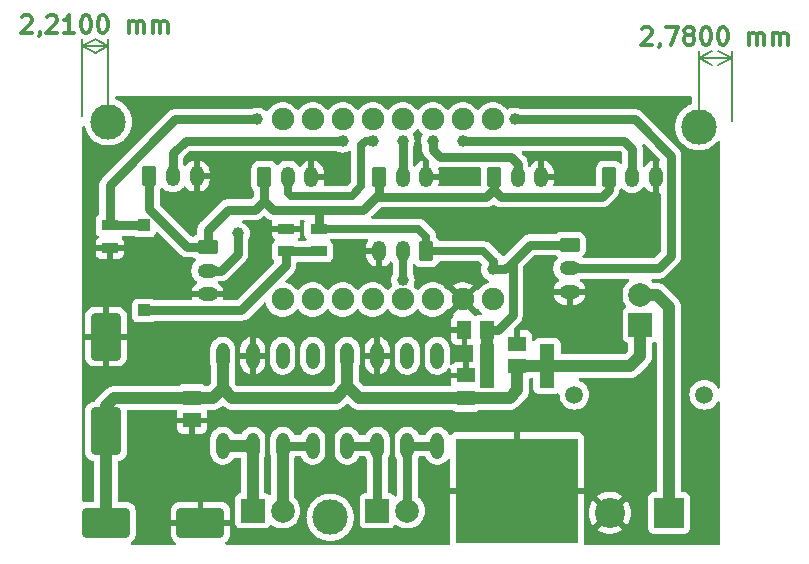
<source format=gbr>
%TF.GenerationSoftware,KiCad,Pcbnew,8.0.3*%
%TF.CreationDate,2025-04-18T12:15:05-03:00*%
%TF.ProjectId,mini,6d696e69-2e6b-4696-9361-645f70636258,rev?*%
%TF.SameCoordinates,Original*%
%TF.FileFunction,Copper,L1,Top*%
%TF.FilePolarity,Positive*%
%FSLAX46Y46*%
G04 Gerber Fmt 4.6, Leading zero omitted, Abs format (unit mm)*
G04 Created by KiCad (PCBNEW 8.0.3) date 2025-04-18 12:15:05*
%MOMM*%
%LPD*%
G01*
G04 APERTURE LIST*
G04 Aperture macros list*
%AMRoundRect*
0 Rectangle with rounded corners*
0 $1 Rounding radius*
0 $2 $3 $4 $5 $6 $7 $8 $9 X,Y pos of 4 corners*
0 Add a 4 corners polygon primitive as box body*
4,1,4,$2,$3,$4,$5,$6,$7,$8,$9,$2,$3,0*
0 Add four circle primitives for the rounded corners*
1,1,$1+$1,$2,$3*
1,1,$1+$1,$4,$5*
1,1,$1+$1,$6,$7*
1,1,$1+$1,$8,$9*
0 Add four rect primitives between the rounded corners*
20,1,$1+$1,$2,$3,$4,$5,0*
20,1,$1+$1,$4,$5,$6,$7,0*
20,1,$1+$1,$6,$7,$8,$9,0*
20,1,$1+$1,$8,$9,$2,$3,0*%
G04 Aperture macros list end*
%ADD10C,0.300000*%
%TA.AperFunction,NonConductor*%
%ADD11C,0.300000*%
%TD*%
%TA.AperFunction,NonConductor*%
%ADD12C,0.200000*%
%TD*%
%TA.AperFunction,ComponentPad*%
%ADD13R,2.000000X2.000000*%
%TD*%
%TA.AperFunction,ComponentPad*%
%ADD14C,2.000000*%
%TD*%
%TA.AperFunction,SMDPad,CuDef*%
%ADD15R,1.300000X3.700000*%
%TD*%
%TA.AperFunction,SMDPad,CuDef*%
%ADD16R,10.300000X8.900000*%
%TD*%
%TA.AperFunction,SMDPad,CuDef*%
%ADD17RoundRect,0.250000X1.000000X-1.750000X1.000000X1.750000X-1.000000X1.750000X-1.000000X-1.750000X0*%
%TD*%
%TA.AperFunction,ComponentPad*%
%ADD18RoundRect,0.250000X-0.350000X-0.625000X0.350000X-0.625000X0.350000X0.625000X-0.350000X0.625000X0*%
%TD*%
%TA.AperFunction,ComponentPad*%
%ADD19O,1.200000X1.750000*%
%TD*%
%TA.AperFunction,SMDPad,CuDef*%
%ADD20R,1.397000X0.889000*%
%TD*%
%TA.AperFunction,ComponentPad*%
%ADD21RoundRect,0.250000X-0.625000X0.350000X-0.625000X-0.350000X0.625000X-0.350000X0.625000X0.350000X0*%
%TD*%
%TA.AperFunction,ComponentPad*%
%ADD22O,1.750000X1.200000*%
%TD*%
%TA.AperFunction,ComponentPad*%
%ADD23C,3.000000*%
%TD*%
%TA.AperFunction,ComponentPad*%
%ADD24C,1.905000*%
%TD*%
%TA.AperFunction,ComponentPad*%
%ADD25RoundRect,0.250000X0.350000X0.625000X-0.350000X0.625000X-0.350000X-0.625000X0.350000X-0.625000X0*%
%TD*%
%TA.AperFunction,SMDPad,CuDef*%
%ADD26R,1.000760X1.000760*%
%TD*%
%TA.AperFunction,SMDPad,CuDef*%
%ADD27R,1.498600X1.300480*%
%TD*%
%TA.AperFunction,ComponentPad*%
%ADD28O,1.108000X2.216000*%
%TD*%
%TA.AperFunction,SMDPad,CuDef*%
%ADD29R,1.300480X1.498600*%
%TD*%
%TA.AperFunction,SMDPad,CuDef*%
%ADD30RoundRect,0.250000X-1.750000X-1.000000X1.750000X-1.000000X1.750000X1.000000X-1.750000X1.000000X0*%
%TD*%
%TA.AperFunction,ComponentPad*%
%ADD31C,2.550000*%
%TD*%
%TA.AperFunction,ComponentPad*%
%ADD32R,2.550000X2.550000*%
%TD*%
%TA.AperFunction,ComponentPad*%
%ADD33C,1.508000*%
%TD*%
%TA.AperFunction,ViaPad*%
%ADD34C,1.000000*%
%TD*%
%TA.AperFunction,Conductor*%
%ADD35C,1.000000*%
%TD*%
%TA.AperFunction,Conductor*%
%ADD36C,0.750000*%
%TD*%
%TA.AperFunction,Conductor*%
%ADD37C,0.700000*%
%TD*%
G04 APERTURE END LIST*
D10*
D11*
X173375715Y-27311185D02*
X173447143Y-27239757D01*
X173447143Y-27239757D02*
X173590001Y-27168328D01*
X173590001Y-27168328D02*
X173947143Y-27168328D01*
X173947143Y-27168328D02*
X174090001Y-27239757D01*
X174090001Y-27239757D02*
X174161429Y-27311185D01*
X174161429Y-27311185D02*
X174232858Y-27454042D01*
X174232858Y-27454042D02*
X174232858Y-27596900D01*
X174232858Y-27596900D02*
X174161429Y-27811185D01*
X174161429Y-27811185D02*
X173304286Y-28668328D01*
X173304286Y-28668328D02*
X174232858Y-28668328D01*
X174947143Y-28596900D02*
X174947143Y-28668328D01*
X174947143Y-28668328D02*
X174875714Y-28811185D01*
X174875714Y-28811185D02*
X174804286Y-28882614D01*
X175447143Y-27168328D02*
X176447143Y-27168328D01*
X176447143Y-27168328D02*
X175804286Y-28668328D01*
X177232857Y-27811185D02*
X177090000Y-27739757D01*
X177090000Y-27739757D02*
X177018571Y-27668328D01*
X177018571Y-27668328D02*
X176947143Y-27525471D01*
X176947143Y-27525471D02*
X176947143Y-27454042D01*
X176947143Y-27454042D02*
X177018571Y-27311185D01*
X177018571Y-27311185D02*
X177090000Y-27239757D01*
X177090000Y-27239757D02*
X177232857Y-27168328D01*
X177232857Y-27168328D02*
X177518571Y-27168328D01*
X177518571Y-27168328D02*
X177661429Y-27239757D01*
X177661429Y-27239757D02*
X177732857Y-27311185D01*
X177732857Y-27311185D02*
X177804286Y-27454042D01*
X177804286Y-27454042D02*
X177804286Y-27525471D01*
X177804286Y-27525471D02*
X177732857Y-27668328D01*
X177732857Y-27668328D02*
X177661429Y-27739757D01*
X177661429Y-27739757D02*
X177518571Y-27811185D01*
X177518571Y-27811185D02*
X177232857Y-27811185D01*
X177232857Y-27811185D02*
X177090000Y-27882614D01*
X177090000Y-27882614D02*
X177018571Y-27954042D01*
X177018571Y-27954042D02*
X176947143Y-28096900D01*
X176947143Y-28096900D02*
X176947143Y-28382614D01*
X176947143Y-28382614D02*
X177018571Y-28525471D01*
X177018571Y-28525471D02*
X177090000Y-28596900D01*
X177090000Y-28596900D02*
X177232857Y-28668328D01*
X177232857Y-28668328D02*
X177518571Y-28668328D01*
X177518571Y-28668328D02*
X177661429Y-28596900D01*
X177661429Y-28596900D02*
X177732857Y-28525471D01*
X177732857Y-28525471D02*
X177804286Y-28382614D01*
X177804286Y-28382614D02*
X177804286Y-28096900D01*
X177804286Y-28096900D02*
X177732857Y-27954042D01*
X177732857Y-27954042D02*
X177661429Y-27882614D01*
X177661429Y-27882614D02*
X177518571Y-27811185D01*
X178732857Y-27168328D02*
X178875714Y-27168328D01*
X178875714Y-27168328D02*
X179018571Y-27239757D01*
X179018571Y-27239757D02*
X179090000Y-27311185D01*
X179090000Y-27311185D02*
X179161428Y-27454042D01*
X179161428Y-27454042D02*
X179232857Y-27739757D01*
X179232857Y-27739757D02*
X179232857Y-28096900D01*
X179232857Y-28096900D02*
X179161428Y-28382614D01*
X179161428Y-28382614D02*
X179090000Y-28525471D01*
X179090000Y-28525471D02*
X179018571Y-28596900D01*
X179018571Y-28596900D02*
X178875714Y-28668328D01*
X178875714Y-28668328D02*
X178732857Y-28668328D01*
X178732857Y-28668328D02*
X178590000Y-28596900D01*
X178590000Y-28596900D02*
X178518571Y-28525471D01*
X178518571Y-28525471D02*
X178447142Y-28382614D01*
X178447142Y-28382614D02*
X178375714Y-28096900D01*
X178375714Y-28096900D02*
X178375714Y-27739757D01*
X178375714Y-27739757D02*
X178447142Y-27454042D01*
X178447142Y-27454042D02*
X178518571Y-27311185D01*
X178518571Y-27311185D02*
X178590000Y-27239757D01*
X178590000Y-27239757D02*
X178732857Y-27168328D01*
X180161428Y-27168328D02*
X180304285Y-27168328D01*
X180304285Y-27168328D02*
X180447142Y-27239757D01*
X180447142Y-27239757D02*
X180518571Y-27311185D01*
X180518571Y-27311185D02*
X180589999Y-27454042D01*
X180589999Y-27454042D02*
X180661428Y-27739757D01*
X180661428Y-27739757D02*
X180661428Y-28096900D01*
X180661428Y-28096900D02*
X180589999Y-28382614D01*
X180589999Y-28382614D02*
X180518571Y-28525471D01*
X180518571Y-28525471D02*
X180447142Y-28596900D01*
X180447142Y-28596900D02*
X180304285Y-28668328D01*
X180304285Y-28668328D02*
X180161428Y-28668328D01*
X180161428Y-28668328D02*
X180018571Y-28596900D01*
X180018571Y-28596900D02*
X179947142Y-28525471D01*
X179947142Y-28525471D02*
X179875713Y-28382614D01*
X179875713Y-28382614D02*
X179804285Y-28096900D01*
X179804285Y-28096900D02*
X179804285Y-27739757D01*
X179804285Y-27739757D02*
X179875713Y-27454042D01*
X179875713Y-27454042D02*
X179947142Y-27311185D01*
X179947142Y-27311185D02*
X180018571Y-27239757D01*
X180018571Y-27239757D02*
X180161428Y-27168328D01*
X182447141Y-28668328D02*
X182447141Y-27668328D01*
X182447141Y-27811185D02*
X182518570Y-27739757D01*
X182518570Y-27739757D02*
X182661427Y-27668328D01*
X182661427Y-27668328D02*
X182875713Y-27668328D01*
X182875713Y-27668328D02*
X183018570Y-27739757D01*
X183018570Y-27739757D02*
X183089999Y-27882614D01*
X183089999Y-27882614D02*
X183089999Y-28668328D01*
X183089999Y-27882614D02*
X183161427Y-27739757D01*
X183161427Y-27739757D02*
X183304284Y-27668328D01*
X183304284Y-27668328D02*
X183518570Y-27668328D01*
X183518570Y-27668328D02*
X183661427Y-27739757D01*
X183661427Y-27739757D02*
X183732856Y-27882614D01*
X183732856Y-27882614D02*
X183732856Y-28668328D01*
X184447141Y-28668328D02*
X184447141Y-27668328D01*
X184447141Y-27811185D02*
X184518570Y-27739757D01*
X184518570Y-27739757D02*
X184661427Y-27668328D01*
X184661427Y-27668328D02*
X184875713Y-27668328D01*
X184875713Y-27668328D02*
X185018570Y-27739757D01*
X185018570Y-27739757D02*
X185089999Y-27882614D01*
X185089999Y-27882614D02*
X185089999Y-28668328D01*
X185089999Y-27882614D02*
X185161427Y-27739757D01*
X185161427Y-27739757D02*
X185304284Y-27668328D01*
X185304284Y-27668328D02*
X185518570Y-27668328D01*
X185518570Y-27668328D02*
X185661427Y-27739757D01*
X185661427Y-27739757D02*
X185732856Y-27882614D01*
X185732856Y-27882614D02*
X185732856Y-28668328D01*
D12*
X178200000Y-35100000D02*
X178200000Y-29203580D01*
X180980000Y-35100000D02*
X180980000Y-29203580D01*
X178200000Y-29790000D02*
X180980000Y-29790000D01*
X178200000Y-29790000D02*
X180980000Y-29790000D01*
X178200000Y-29790000D02*
X179326504Y-29203579D01*
X178200000Y-29790000D02*
X179326504Y-30376421D01*
X180980000Y-29790000D02*
X179853496Y-30376421D01*
X180980000Y-29790000D02*
X179853496Y-29203579D01*
D10*
D11*
X120880715Y-26331185D02*
X120952143Y-26259757D01*
X120952143Y-26259757D02*
X121095001Y-26188328D01*
X121095001Y-26188328D02*
X121452143Y-26188328D01*
X121452143Y-26188328D02*
X121595001Y-26259757D01*
X121595001Y-26259757D02*
X121666429Y-26331185D01*
X121666429Y-26331185D02*
X121737858Y-26474042D01*
X121737858Y-26474042D02*
X121737858Y-26616900D01*
X121737858Y-26616900D02*
X121666429Y-26831185D01*
X121666429Y-26831185D02*
X120809286Y-27688328D01*
X120809286Y-27688328D02*
X121737858Y-27688328D01*
X122452143Y-27616900D02*
X122452143Y-27688328D01*
X122452143Y-27688328D02*
X122380714Y-27831185D01*
X122380714Y-27831185D02*
X122309286Y-27902614D01*
X123023572Y-26331185D02*
X123095000Y-26259757D01*
X123095000Y-26259757D02*
X123237858Y-26188328D01*
X123237858Y-26188328D02*
X123595000Y-26188328D01*
X123595000Y-26188328D02*
X123737858Y-26259757D01*
X123737858Y-26259757D02*
X123809286Y-26331185D01*
X123809286Y-26331185D02*
X123880715Y-26474042D01*
X123880715Y-26474042D02*
X123880715Y-26616900D01*
X123880715Y-26616900D02*
X123809286Y-26831185D01*
X123809286Y-26831185D02*
X122952143Y-27688328D01*
X122952143Y-27688328D02*
X123880715Y-27688328D01*
X125309286Y-27688328D02*
X124452143Y-27688328D01*
X124880714Y-27688328D02*
X124880714Y-26188328D01*
X124880714Y-26188328D02*
X124737857Y-26402614D01*
X124737857Y-26402614D02*
X124595000Y-26545471D01*
X124595000Y-26545471D02*
X124452143Y-26616900D01*
X126237857Y-26188328D02*
X126380714Y-26188328D01*
X126380714Y-26188328D02*
X126523571Y-26259757D01*
X126523571Y-26259757D02*
X126595000Y-26331185D01*
X126595000Y-26331185D02*
X126666428Y-26474042D01*
X126666428Y-26474042D02*
X126737857Y-26759757D01*
X126737857Y-26759757D02*
X126737857Y-27116900D01*
X126737857Y-27116900D02*
X126666428Y-27402614D01*
X126666428Y-27402614D02*
X126595000Y-27545471D01*
X126595000Y-27545471D02*
X126523571Y-27616900D01*
X126523571Y-27616900D02*
X126380714Y-27688328D01*
X126380714Y-27688328D02*
X126237857Y-27688328D01*
X126237857Y-27688328D02*
X126095000Y-27616900D01*
X126095000Y-27616900D02*
X126023571Y-27545471D01*
X126023571Y-27545471D02*
X125952142Y-27402614D01*
X125952142Y-27402614D02*
X125880714Y-27116900D01*
X125880714Y-27116900D02*
X125880714Y-26759757D01*
X125880714Y-26759757D02*
X125952142Y-26474042D01*
X125952142Y-26474042D02*
X126023571Y-26331185D01*
X126023571Y-26331185D02*
X126095000Y-26259757D01*
X126095000Y-26259757D02*
X126237857Y-26188328D01*
X127666428Y-26188328D02*
X127809285Y-26188328D01*
X127809285Y-26188328D02*
X127952142Y-26259757D01*
X127952142Y-26259757D02*
X128023571Y-26331185D01*
X128023571Y-26331185D02*
X128094999Y-26474042D01*
X128094999Y-26474042D02*
X128166428Y-26759757D01*
X128166428Y-26759757D02*
X128166428Y-27116900D01*
X128166428Y-27116900D02*
X128094999Y-27402614D01*
X128094999Y-27402614D02*
X128023571Y-27545471D01*
X128023571Y-27545471D02*
X127952142Y-27616900D01*
X127952142Y-27616900D02*
X127809285Y-27688328D01*
X127809285Y-27688328D02*
X127666428Y-27688328D01*
X127666428Y-27688328D02*
X127523571Y-27616900D01*
X127523571Y-27616900D02*
X127452142Y-27545471D01*
X127452142Y-27545471D02*
X127380713Y-27402614D01*
X127380713Y-27402614D02*
X127309285Y-27116900D01*
X127309285Y-27116900D02*
X127309285Y-26759757D01*
X127309285Y-26759757D02*
X127380713Y-26474042D01*
X127380713Y-26474042D02*
X127452142Y-26331185D01*
X127452142Y-26331185D02*
X127523571Y-26259757D01*
X127523571Y-26259757D02*
X127666428Y-26188328D01*
X129952141Y-27688328D02*
X129952141Y-26688328D01*
X129952141Y-26831185D02*
X130023570Y-26759757D01*
X130023570Y-26759757D02*
X130166427Y-26688328D01*
X130166427Y-26688328D02*
X130380713Y-26688328D01*
X130380713Y-26688328D02*
X130523570Y-26759757D01*
X130523570Y-26759757D02*
X130594999Y-26902614D01*
X130594999Y-26902614D02*
X130594999Y-27688328D01*
X130594999Y-26902614D02*
X130666427Y-26759757D01*
X130666427Y-26759757D02*
X130809284Y-26688328D01*
X130809284Y-26688328D02*
X131023570Y-26688328D01*
X131023570Y-26688328D02*
X131166427Y-26759757D01*
X131166427Y-26759757D02*
X131237856Y-26902614D01*
X131237856Y-26902614D02*
X131237856Y-27688328D01*
X131952141Y-27688328D02*
X131952141Y-26688328D01*
X131952141Y-26831185D02*
X132023570Y-26759757D01*
X132023570Y-26759757D02*
X132166427Y-26688328D01*
X132166427Y-26688328D02*
X132380713Y-26688328D01*
X132380713Y-26688328D02*
X132523570Y-26759757D01*
X132523570Y-26759757D02*
X132594999Y-26902614D01*
X132594999Y-26902614D02*
X132594999Y-27688328D01*
X132594999Y-26902614D02*
X132666427Y-26759757D01*
X132666427Y-26759757D02*
X132809284Y-26688328D01*
X132809284Y-26688328D02*
X133023570Y-26688328D01*
X133023570Y-26688328D02*
X133166427Y-26759757D01*
X133166427Y-26759757D02*
X133237856Y-26902614D01*
X133237856Y-26902614D02*
X133237856Y-27688328D01*
D12*
X128200000Y-34700000D02*
X128200000Y-28223580D01*
X125990000Y-34700000D02*
X125990000Y-28223580D01*
X128200000Y-28810000D02*
X125990000Y-28810000D01*
X128200000Y-28810000D02*
X125990000Y-28810000D01*
X128200000Y-28810000D02*
X127073496Y-29396421D01*
X128200000Y-28810000D02*
X127073496Y-28223579D01*
X125990000Y-28810000D02*
X127116504Y-28223579D01*
X125990000Y-28810000D02*
X127116504Y-29396421D01*
D13*
%TO.P,J12,1*%
%TO.N,VCC*%
X173240000Y-52385000D03*
D14*
%TO.P,J12,2*%
%TO.N,Net-(J12-Pad2)*%
X173240000Y-49845000D03*
%TD*%
D15*
%TO.P,U1,1,VIN*%
%TO.N,VCC*%
X165340000Y-55885000D03*
D16*
%TO.P,U1,2,GND*%
%TO.N,GND*%
X162800000Y-66435000D03*
D15*
%TO.P,U1,3,VOUT*%
%TO.N,+5V*%
X160260000Y-55885000D03*
%TD*%
D17*
%TO.P,C3,1*%
%TO.N,VCC*%
X128000000Y-61400000D03*
%TO.P,C3,2*%
%TO.N,GND*%
X128000000Y-53400000D03*
%TD*%
D18*
%TO.P,J4,1,P1*%
%TO.N,+5V*%
X151120000Y-39850000D03*
D19*
%TO.P,J4,2,P2*%
%TO.N,/JS40F-M*%
X153120000Y-39850000D03*
%TO.P,J4,3,P3*%
%TO.N,GND*%
X155120000Y-39850000D03*
%TD*%
D20*
%TO.P,R3,1*%
%TO.N,Net-(R2-Pad2)*%
X143249970Y-46152500D03*
%TO.P,R3,2*%
%TO.N,GND*%
X143249970Y-44247500D03*
%TD*%
D21*
%TO.P,J2,1,P1*%
%TO.N,+5V*%
X136600000Y-45800000D03*
D22*
%TO.P,J2,2,P2*%
%TO.N,/JS40F-LI*%
X136600000Y-47800000D03*
%TO.P,J2,3,P3*%
%TO.N,GND*%
X136600000Y-49800000D03*
%TD*%
D23*
%TO.P,hole_3mm,1*%
%TO.N,N/C*%
X146980000Y-68680000D03*
%TD*%
%TO.P,hole_3mm,1*%
%TO.N,N/C*%
X128200000Y-35200000D03*
%TD*%
D13*
%TO.P,J10,1*%
%TO.N,Net-(U2-FO1)*%
X150970000Y-68126250D03*
D14*
%TO.P,J10,2*%
%TO.N,Net-(U2-BO1)*%
X153510000Y-68126250D03*
%TD*%
D18*
%TO.P,J6,1,P1*%
%TO.N,+5V*%
X160845000Y-39850000D03*
D19*
%TO.P,J6,2,P2*%
%TO.N,/JS40F-D*%
X162845000Y-39850000D03*
%TO.P,J6,3,P3*%
%TO.N,GND*%
X164845000Y-39850000D03*
%TD*%
D24*
%TO.P,U3,0,GPIO0*%
%TO.N,/MD_B*%
X142965000Y-50240000D03*
%TO.P,U3,1,GPIO1*%
%TO.N,/MD_A*%
X145505000Y-50240000D03*
%TO.P,U3,2,GPIO2*%
%TO.N,/MI_B*%
X148045000Y-50240000D03*
%TO.P,U3,3,GPIO3*%
%TO.N,/MI_A*%
X150585000Y-50240000D03*
%TO.P,U3,3.3,3V3*%
%TO.N,unconnected-(U3-3V3-Pad3.3)*%
X155665000Y-50240000D03*
%TO.P,U3,4,GPIO4*%
%TO.N,/QRE-M*%
X153125000Y-50240000D03*
%TO.P,U3,5,GPIO5*%
%TO.N,/JS40F-LD*%
X160745000Y-35000000D03*
%TO.P,U3,5V,5V*%
%TO.N,+5V*%
X160745000Y-50240000D03*
%TO.P,U3,6,GPIO6*%
%TO.N,/QRE-D*%
X158205000Y-35000000D03*
%TO.P,U3,7,GPIO7*%
%TO.N,/JS40F-D*%
X155665000Y-35000000D03*
%TO.P,U3,8,GPIO8*%
%TO.N,/JS40F-M*%
X153125000Y-35000000D03*
%TO.P,U3,9,GPIO9*%
%TO.N,/JS40F-I*%
X150585000Y-35000000D03*
%TO.P,U3,10,GPIO10*%
%TO.N,/QRE-I*%
X148045000Y-35000000D03*
%TO.P,U3,20,GPIO20*%
%TO.N,/JS40F-LI*%
X145505000Y-35000000D03*
%TO.P,U3,21,GPIO21*%
%TO.N,/PULL_DOWN *%
X142965000Y-35000000D03*
%TO.P,U3,G,GND*%
%TO.N,GND*%
X158205000Y-50240000D03*
%TD*%
D25*
%TO.P,J5,1,P1*%
%TO.N,+5V*%
X155125000Y-46150000D03*
D19*
%TO.P,J5,2,P2*%
%TO.N,/QRE-M*%
X153125000Y-46150000D03*
%TO.P,J5,3,P3*%
%TO.N,GND*%
X151125000Y-46150000D03*
%TD*%
D26*
%TO.P,SW2,1,1*%
%TO.N,Net-(R2-Pad2)*%
X131225000Y-51173360D03*
%TO.P,SW2,2,2*%
%TO.N,/PULL_DOWN *%
X131225000Y-43975000D03*
%TD*%
D20*
%TO.P,R2,1*%
%TO.N,+5V*%
X146000030Y-44247500D03*
%TO.P,R2,2*%
%TO.N,Net-(R2-Pad2)*%
X146000030Y-46152500D03*
%TD*%
%TO.P,R1,1*%
%TO.N,/PULL_DOWN *%
X128320000Y-43975000D03*
%TO.P,R1,2*%
%TO.N,GND*%
X128320000Y-45880000D03*
%TD*%
D27*
%TO.P,C4,1*%
%TO.N,VCC*%
X158460000Y-58582500D03*
%TO.P,C4,2*%
%TO.N,GND*%
X158460000Y-56677500D03*
%TD*%
D28*
%TO.P,U4,1,BI*%
%TO.N,/MD_A*%
X145505000Y-55009000D03*
%TO.P,U4,2,FI*%
%TO.N,/MD_B*%
X142965000Y-55009000D03*
%TO.P,U4,3,GND*%
%TO.N,GND*%
X140425000Y-55009000D03*
%TO.P,U4,4,VCC*%
%TO.N,VCC*%
X137885000Y-55009000D03*
%TO.P,U4,5,FO1*%
%TO.N,Net-(U4-FO1)*%
X137885000Y-62629000D03*
%TO.P,U4,6,FO2*%
X140425000Y-62629000D03*
%TO.P,U4,7,BO1*%
%TO.N,Net-(U4-BO1)*%
X142965000Y-62629000D03*
%TO.P,U4,8,BO2*%
X145505000Y-62629000D03*
%TD*%
D18*
%TO.P,J3,1,P1*%
%TO.N,+5V*%
X131670000Y-39800000D03*
D19*
%TO.P,J3,2,P2*%
%TO.N,/QRE-I*%
X133670000Y-39800000D03*
%TO.P,J3,3,P3*%
%TO.N,GND*%
X135670000Y-39800000D03*
%TD*%
D18*
%TO.P,J1,1,P1*%
%TO.N,+5V*%
X141395000Y-39850000D03*
D19*
%TO.P,J1,2,P2*%
%TO.N,/JS40F-I*%
X143395000Y-39850000D03*
%TO.P,J1,3,P3*%
%TO.N,GND*%
X145395000Y-39850000D03*
%TD*%
D27*
%TO.P,C1,1*%
%TO.N,VCC*%
X162820000Y-55885000D03*
%TO.P,C1,2*%
%TO.N,GND*%
X162820000Y-53980000D03*
%TD*%
%TO.P,C6,1*%
%TO.N,VCC*%
X135290000Y-58582500D03*
%TO.P,C6,2*%
%TO.N,GND*%
X135290000Y-60487500D03*
%TD*%
D21*
%TO.P,J7,1,P1*%
%TO.N,+5V*%
X167250000Y-45600000D03*
D22*
%TO.P,J7,2,P2*%
%TO.N,/JS40F-LD*%
X167250000Y-47600000D03*
%TO.P,J7,3,P3*%
%TO.N,GND*%
X167250000Y-49600000D03*
%TD*%
D18*
%TO.P,J8,1,P1*%
%TO.N,+5V*%
X170570000Y-39850000D03*
D19*
%TO.P,J8,2,P2*%
%TO.N,/QRE-D*%
X172570000Y-39850000D03*
%TO.P,J8,3,P3*%
%TO.N,GND*%
X174570000Y-39850000D03*
%TD*%
D13*
%TO.P,J11,1*%
%TO.N,Net-(U4-FO1)*%
X140415000Y-68120000D03*
D14*
%TO.P,J11,2*%
%TO.N,Net-(U4-BO1)*%
X142955000Y-68120000D03*
%TD*%
D29*
%TO.P,C2,1*%
%TO.N,+5V*%
X160260000Y-52810000D03*
%TO.P,C2,2*%
%TO.N,GND*%
X158355000Y-52810000D03*
%TD*%
D30*
%TO.P,C5,1*%
%TO.N,VCC*%
X128000000Y-69130000D03*
%TO.P,C5,2*%
%TO.N,GND*%
X136000000Y-69130000D03*
%TD*%
D23*
%TO.P,hole_3mm,1*%
%TO.N,N/C*%
X178200000Y-35600000D03*
%TD*%
D28*
%TO.P,U2,1,BI*%
%TO.N,/MI_A*%
X156050000Y-55009000D03*
%TO.P,U2,2,FI*%
%TO.N,/MI_B*%
X153510000Y-55009000D03*
%TO.P,U2,3,GND*%
%TO.N,GND*%
X150970000Y-55009000D03*
%TO.P,U2,4,VCC*%
%TO.N,VCC*%
X148430000Y-55009000D03*
%TO.P,U2,5,FO1*%
%TO.N,Net-(U2-FO1)*%
X148430000Y-62629000D03*
%TO.P,U2,6,FO2*%
X150970000Y-62629000D03*
%TO.P,U2,7,BO1*%
%TO.N,Net-(U2-BO1)*%
X153510000Y-62629000D03*
%TO.P,U2,8,BO2*%
X156050000Y-62629000D03*
%TD*%
D31*
%TO.P,J13,N,N*%
%TO.N,GND*%
X170660000Y-68310000D03*
D32*
%TO.P,J13,P,P*%
%TO.N,Net-(J12-Pad2)*%
X175660000Y-68310000D03*
D33*
%TO.P,J13,S1*%
%TO.N,N/C*%
X167660000Y-58310000D03*
%TO.P,J13,S2*%
X178660000Y-58310000D03*
%TD*%
D34*
%TO.N,GND*%
X167250000Y-53020000D03*
X160745000Y-44622500D03*
X158000000Y-39840000D03*
X167690000Y-39840000D03*
X148260000Y-39840000D03*
%TO.N,+5V*%
X160745000Y-47675000D03*
%TO.N,/JS40F-I*%
X150585000Y-36800000D03*
%TO.N,/JS40F-LI*%
X139170000Y-44650000D03*
%TO.N,/QRE-I*%
X148045000Y-36800000D03*
%TO.N,/JS40F-M*%
X153125000Y-36800000D03*
%TO.N,/QRE-M*%
X153125000Y-48600000D03*
%TO.N,/JS40F-D*%
X155665000Y-36800000D03*
%TO.N,/JS40F-LD*%
X162600000Y-35000000D03*
%TO.N,/QRE-D*%
X158205000Y-36800000D03*
%TO.N,/PULL_DOWN *%
X140825000Y-35000000D03*
%TD*%
D35*
%TO.N,VCC*%
X162820000Y-55885000D02*
X162820000Y-57940000D01*
X149412500Y-58582500D02*
X148430000Y-57600000D01*
X162820000Y-57940000D02*
X162177500Y-58582500D01*
X173240000Y-52385000D02*
X173240000Y-55010000D01*
X162177500Y-58582500D02*
X158460000Y-58582500D01*
X148430000Y-55009000D02*
X148430000Y-57230000D01*
X158460000Y-58582500D02*
X149412500Y-58582500D01*
X135290000Y-58582500D02*
X128657500Y-58582500D01*
X128657500Y-58582500D02*
X128000000Y-59240000D01*
X173240000Y-55010000D02*
X172365000Y-55885000D01*
X148430000Y-57600000D02*
X148430000Y-55009000D01*
X128790000Y-69140000D02*
X128800000Y-69150000D01*
X147447500Y-58582500D02*
X138692500Y-58582500D01*
X135290000Y-58582500D02*
X137077500Y-58582500D01*
X137885000Y-57775000D02*
X137885000Y-55009000D01*
X137077500Y-58582500D02*
X137885000Y-57775000D01*
X138692500Y-58582500D02*
X137885000Y-57775000D01*
X148430000Y-57600000D02*
X147447500Y-58582500D01*
X128000000Y-59240000D02*
X128000000Y-69130000D01*
X165340000Y-55885000D02*
X162820000Y-55885000D01*
X172365000Y-55885000D02*
X165340000Y-55885000D01*
D36*
%TO.N,+5V*%
X141395000Y-41865000D02*
X142160000Y-42630000D01*
X151120000Y-41310000D02*
X150880000Y-41550000D01*
X162420000Y-47080000D02*
X162420000Y-51560000D01*
D37*
X155125000Y-46150000D02*
X159950000Y-46150000D01*
D36*
X141395000Y-39850000D02*
X141395000Y-41865000D01*
X160750000Y-46950000D02*
X160745000Y-46950000D01*
X160745000Y-47675000D02*
X161825000Y-47675000D01*
X169970000Y-41550000D02*
X161440000Y-41550000D01*
X146000030Y-44247500D02*
X146000030Y-42729970D01*
X131670000Y-39800000D02*
X131670000Y-42570000D01*
X151120000Y-39850000D02*
X151120000Y-41310000D01*
X140630000Y-42630000D02*
X141340000Y-41920000D01*
X136600000Y-45800000D02*
X136600000Y-44350000D01*
X136600000Y-44350000D02*
X138320000Y-42630000D01*
X134900000Y-45800000D02*
X136600000Y-45800000D01*
X161825000Y-47675000D02*
X162420000Y-47080000D01*
X149800000Y-42630000D02*
X146100000Y-42630000D01*
X131670000Y-42570000D02*
X134900000Y-45800000D01*
X146000030Y-42729970D02*
X146100000Y-42630000D01*
X141395000Y-41865000D02*
X141340000Y-41920000D01*
X138320000Y-42630000D02*
X140630000Y-42630000D01*
X167250000Y-45600000D02*
X163900000Y-45600000D01*
X160745000Y-46950000D02*
X160745000Y-47675000D01*
X170570000Y-40950000D02*
X169970000Y-41550000D01*
X160845000Y-40885000D02*
X160180000Y-41550000D01*
X142160000Y-42630000D02*
X146100000Y-42630000D01*
X161170000Y-52810000D02*
X160260000Y-52810000D01*
X161440000Y-41550000D02*
X160845000Y-40955000D01*
D37*
X154447500Y-44247500D02*
X146000030Y-44247500D01*
D36*
X160845000Y-40955000D02*
X160845000Y-39850000D01*
D37*
X155125000Y-46150000D02*
X155125000Y-44925000D01*
D35*
X160260000Y-55885000D02*
X160260000Y-52810000D01*
D36*
X160845000Y-39850000D02*
X160845000Y-40885000D01*
X163900000Y-45600000D02*
X162420000Y-47080000D01*
D37*
X159950000Y-46150000D02*
X160750000Y-46950000D01*
D36*
X160180000Y-41550000D02*
X150880000Y-41550000D01*
D37*
X155125000Y-44925000D02*
X154447500Y-44247500D01*
D36*
X162420000Y-51560000D02*
X161170000Y-52810000D01*
X170570000Y-40950000D02*
X170570000Y-39850000D01*
X150880000Y-41550000D02*
X149800000Y-42630000D01*
D37*
%TO.N,/JS40F-I*%
X149630000Y-37180000D02*
X149630000Y-40630000D01*
X143630000Y-41460000D02*
X143395000Y-41225000D01*
X150585000Y-36800000D02*
X150010000Y-36800000D01*
X149630000Y-40630000D02*
X148800000Y-41460000D01*
X143395000Y-41225000D02*
X143395000Y-39850000D01*
X148800000Y-41460000D02*
X143630000Y-41460000D01*
X150010000Y-36800000D02*
X149630000Y-37180000D01*
D36*
%TO.N,/JS40F-LI*%
X137720000Y-47800000D02*
X136600000Y-47800000D01*
X139170000Y-44650000D02*
X139170000Y-46350000D01*
X139170000Y-46350000D02*
X137720000Y-47800000D01*
%TO.N,/QRE-I*%
X133670000Y-39800000D02*
X133670000Y-37870000D01*
X133670000Y-37870000D02*
X134740000Y-36800000D01*
X134740000Y-36800000D02*
X148045000Y-36800000D01*
%TO.N,/JS40F-M*%
X153125000Y-39845000D02*
X153120000Y-39850000D01*
X153120000Y-39845000D02*
X153125000Y-39850000D01*
X153125000Y-36800000D02*
X153125000Y-39845000D01*
X153125000Y-36800000D02*
X153120000Y-36805000D01*
D37*
%TO.N,/QRE-M*%
X153125000Y-46150000D02*
X153125000Y-48600000D01*
D36*
%TO.N,/JS40F-D*%
X156250000Y-38150000D02*
X162260000Y-38150000D01*
X155665000Y-36800000D02*
X155665000Y-37565000D01*
X155665000Y-37565000D02*
X156250000Y-38150000D01*
X162260000Y-38150000D02*
X162845000Y-38735000D01*
X162845000Y-38735000D02*
X162845000Y-39850000D01*
%TO.N,/JS40F-LD*%
X162600000Y-35000000D02*
X172770000Y-35000000D01*
X172770000Y-35000000D02*
X175830000Y-38060000D01*
X175830000Y-46570000D02*
X174800000Y-47600000D01*
X174800000Y-47600000D02*
X167250000Y-47600000D01*
X175830000Y-38060000D02*
X175830000Y-46570000D01*
%TO.N,/QRE-D*%
X158215000Y-36700000D02*
X158205000Y-36710000D01*
X158205000Y-36800000D02*
X171900000Y-36800000D01*
X171900000Y-36800000D02*
X172570000Y-37470000D01*
X172570000Y-37470000D02*
X172570000Y-39850000D01*
%TO.N,/PULL_DOWN *%
X131225000Y-43975000D02*
X128320000Y-43975000D01*
X133880000Y-35000000D02*
X128320000Y-40560000D01*
X140825000Y-35000000D02*
X133880000Y-35000000D01*
X128320000Y-40560000D02*
X128320000Y-43975000D01*
%TO.N,Net-(R2-Pad2)*%
X143249970Y-46152500D02*
X146000030Y-46152500D01*
X143249970Y-47350030D02*
X143249970Y-46152500D01*
X139426640Y-51173360D02*
X143249970Y-47350030D01*
X131225000Y-51173360D02*
X139426640Y-51173360D01*
%TO.N,Net-(U2-BO1)*%
X153510000Y-62629000D02*
X156050000Y-62629000D01*
X153510000Y-62629000D02*
X153510000Y-68126250D01*
%TO.N,Net-(U2-FO1)*%
X148430000Y-62629000D02*
X150970000Y-62629000D01*
X150970000Y-62629000D02*
X150970000Y-68126250D01*
D35*
%TO.N,Net-(U4-FO1)*%
X140425000Y-62629000D02*
X137885000Y-62629000D01*
X140415000Y-62639000D02*
X140415000Y-68120000D01*
X140425000Y-62629000D02*
X140415000Y-62639000D01*
D36*
%TO.N,Net-(U4-BO1)*%
X145505000Y-62629000D02*
X142965000Y-62629000D01*
D35*
X142960000Y-68115000D02*
X142955000Y-68120000D01*
X142960000Y-62634000D02*
X142960000Y-68115000D01*
X142965000Y-62629000D02*
X142960000Y-62634000D01*
%TO.N,Net-(J12-Pad2)*%
X174654213Y-49845000D02*
X175660000Y-50850787D01*
X173240000Y-49845000D02*
X174654213Y-49845000D01*
X175660000Y-50850787D02*
X175660000Y-68310000D01*
%TD*%
%TA.AperFunction,Conductor*%
%TO.N,GND*%
G36*
X177542539Y-33019685D02*
G01*
X177588294Y-33072489D01*
X177599500Y-33124000D01*
X177599500Y-33600555D01*
X177579815Y-33667594D01*
X177527011Y-33713349D01*
X177522953Y-33715116D01*
X177469517Y-33737250D01*
X177465399Y-33738870D01*
X177366841Y-33775631D01*
X177366837Y-33775633D01*
X177341190Y-33789636D01*
X177329233Y-33795357D01*
X177313302Y-33801957D01*
X177221656Y-33854868D01*
X177219085Y-33856312D01*
X177115681Y-33912776D01*
X177102454Y-33922677D01*
X177090156Y-33930789D01*
X177086210Y-33933067D01*
X177086195Y-33933077D01*
X176992196Y-34005204D01*
X176991022Y-34006093D01*
X176886615Y-34084252D01*
X176886594Y-34084270D01*
X176684270Y-34286594D01*
X176684252Y-34286615D01*
X176606093Y-34391022D01*
X176605204Y-34392196D01*
X176533077Y-34486195D01*
X176533067Y-34486210D01*
X176530789Y-34490156D01*
X176522677Y-34502454D01*
X176512776Y-34515681D01*
X176456312Y-34619085D01*
X176454868Y-34621656D01*
X176401957Y-34713302D01*
X176395357Y-34729233D01*
X176389636Y-34741190D01*
X176375633Y-34766837D01*
X176375631Y-34766841D01*
X176338870Y-34865399D01*
X176337250Y-34869516D01*
X176301603Y-34955576D01*
X176301601Y-34955582D01*
X176293857Y-34984479D01*
X176290266Y-34995712D01*
X176275632Y-35034946D01*
X176275630Y-35034953D01*
X176255961Y-35125369D01*
X176254570Y-35131102D01*
X176233731Y-35208876D01*
X176228171Y-35251101D01*
X176226398Y-35261269D01*
X176214806Y-35314557D01*
X176214803Y-35314574D01*
X176209105Y-35394234D01*
X176208360Y-35401569D01*
X176199500Y-35468876D01*
X176199500Y-35524124D01*
X176199184Y-35532970D01*
X176194390Y-35599998D01*
X176194390Y-35600001D01*
X176199184Y-35667028D01*
X176199500Y-35675874D01*
X176199500Y-35731123D01*
X176208360Y-35798429D01*
X176209105Y-35805764D01*
X176214803Y-35885425D01*
X176214805Y-35885438D01*
X176226398Y-35938728D01*
X176228171Y-35948897D01*
X176233731Y-35991121D01*
X176254570Y-36068895D01*
X176255961Y-36074629D01*
X176275629Y-36165042D01*
X176290268Y-36204292D01*
X176293859Y-36215525D01*
X176301601Y-36244417D01*
X176337254Y-36330491D01*
X176338871Y-36334601D01*
X176368958Y-36415266D01*
X176375633Y-36433160D01*
X176375637Y-36433170D01*
X176389633Y-36458803D01*
X176395358Y-36470769D01*
X176401952Y-36486688D01*
X176401960Y-36486704D01*
X176454869Y-36578345D01*
X176456314Y-36580918D01*
X176512773Y-36684315D01*
X176522671Y-36697536D01*
X176530789Y-36709843D01*
X176533076Y-36713803D01*
X176605284Y-36807906D01*
X176605978Y-36808821D01*
X176683143Y-36911901D01*
X176684262Y-36913396D01*
X176684270Y-36913405D01*
X176886591Y-37115726D01*
X176886599Y-37115733D01*
X176886605Y-37115739D01*
X176886608Y-37115741D01*
X176886609Y-37115742D01*
X176991034Y-37193913D01*
X176992211Y-37194805D01*
X177086194Y-37266922D01*
X177090156Y-37269210D01*
X177102460Y-37277326D01*
X177115685Y-37287226D01*
X177160874Y-37311901D01*
X177219080Y-37343684D01*
X177221653Y-37345129D01*
X177313299Y-37398041D01*
X177313314Y-37398048D01*
X177329228Y-37404640D01*
X177341201Y-37410367D01*
X177366839Y-37424367D01*
X177465412Y-37461132D01*
X177469499Y-37462741D01*
X177555567Y-37498393D01*
X177555590Y-37498401D01*
X177574248Y-37503399D01*
X177584469Y-37506137D01*
X177595701Y-37509727D01*
X177634954Y-37524369D01*
X177634955Y-37524369D01*
X177634960Y-37524371D01*
X177713580Y-37541473D01*
X177725348Y-37544033D01*
X177725358Y-37544035D01*
X177731072Y-37545420D01*
X177808884Y-37566270D01*
X177851124Y-37571830D01*
X177861237Y-37573593D01*
X177914572Y-37585196D01*
X177994243Y-37590893D01*
X178001547Y-37591634D01*
X178068880Y-37600500D01*
X178124124Y-37600500D01*
X178132970Y-37600816D01*
X178199999Y-37605610D01*
X178200000Y-37605610D01*
X178200001Y-37605610D01*
X178267030Y-37600816D01*
X178275876Y-37600500D01*
X178331114Y-37600500D01*
X178331120Y-37600500D01*
X178398448Y-37591635D01*
X178405758Y-37590893D01*
X178485428Y-37585196D01*
X178538770Y-37573591D01*
X178548869Y-37571831D01*
X178591116Y-37566270D01*
X178668918Y-37545422D01*
X178674595Y-37544044D01*
X178765046Y-37524369D01*
X178804303Y-37509725D01*
X178815510Y-37506143D01*
X178844419Y-37498398D01*
X178883753Y-37482105D01*
X178930508Y-37462738D01*
X178934612Y-37461122D01*
X179033161Y-37424367D01*
X179058804Y-37410363D01*
X179070763Y-37404642D01*
X179086697Y-37398043D01*
X179178435Y-37345076D01*
X179180868Y-37343711D01*
X179284315Y-37287226D01*
X179297546Y-37277319D01*
X179309850Y-37269205D01*
X179313803Y-37266924D01*
X179407810Y-37194787D01*
X179408892Y-37193967D01*
X179513395Y-37115739D01*
X179715739Y-36913395D01*
X179776732Y-36831915D01*
X179832665Y-36790045D01*
X179902357Y-36785060D01*
X179963680Y-36818544D01*
X179997166Y-36879867D01*
X180000000Y-36906226D01*
X180000000Y-57655912D01*
X179980315Y-57722951D01*
X179927511Y-57768706D01*
X179858353Y-57778650D01*
X179794797Y-57749625D01*
X179763618Y-57708316D01*
X179750580Y-57680357D01*
X179750579Y-57680354D01*
X179750577Y-57680351D01*
X179750576Y-57680349D01*
X179624677Y-57500547D01*
X179624672Y-57500541D01*
X179469458Y-57345327D01*
X179469452Y-57345322D01*
X179289650Y-57219423D01*
X179289642Y-57219419D01*
X179090708Y-57126655D01*
X179090706Y-57126654D01*
X179090703Y-57126653D01*
X178933762Y-57084600D01*
X178878675Y-57069839D01*
X178878668Y-57069838D01*
X178660002Y-57050708D01*
X178659998Y-57050708D01*
X178441331Y-57069838D01*
X178441324Y-57069839D01*
X178318902Y-57102642D01*
X178229297Y-57126653D01*
X178229295Y-57126653D01*
X178229291Y-57126655D01*
X178030357Y-57219419D01*
X178030349Y-57219423D01*
X177850547Y-57345322D01*
X177850541Y-57345327D01*
X177695327Y-57500541D01*
X177695322Y-57500547D01*
X177569423Y-57680349D01*
X177569419Y-57680357D01*
X177476655Y-57879291D01*
X177419839Y-58091324D01*
X177419838Y-58091331D01*
X177400708Y-58309997D01*
X177400708Y-58310000D01*
X177419839Y-58528674D01*
X177476653Y-58740703D01*
X177476654Y-58740706D01*
X177476655Y-58740708D01*
X177569419Y-58939642D01*
X177569423Y-58939650D01*
X177695322Y-59119452D01*
X177695327Y-59119458D01*
X177850541Y-59274672D01*
X177850547Y-59274677D01*
X178030349Y-59400576D01*
X178030351Y-59400577D01*
X178030354Y-59400579D01*
X178229297Y-59493347D01*
X178441326Y-59550161D01*
X178596916Y-59563773D01*
X178659998Y-59569292D01*
X178660000Y-59569292D01*
X178660002Y-59569292D01*
X178723084Y-59563773D01*
X178878674Y-59550161D01*
X179090703Y-59493347D01*
X179289646Y-59400579D01*
X179469457Y-59274674D01*
X179624674Y-59119457D01*
X179750579Y-58939646D01*
X179763618Y-58911682D01*
X179809789Y-58859244D01*
X179876982Y-58840091D01*
X179943864Y-58860306D01*
X179989199Y-58913470D01*
X180000000Y-58964087D01*
X180000000Y-70876000D01*
X179980315Y-70943039D01*
X179927511Y-70988794D01*
X179876000Y-71000000D01*
X168574000Y-71000000D01*
X168506961Y-70980315D01*
X168461206Y-70927511D01*
X168450000Y-70876000D01*
X168450000Y-68309995D01*
X168880023Y-68309995D01*
X168880023Y-68310004D01*
X168899903Y-68575290D01*
X168899903Y-68575292D01*
X168959098Y-68834643D01*
X168959104Y-68834662D01*
X169056296Y-69082303D01*
X169189316Y-69312700D01*
X169240083Y-69376361D01*
X169240084Y-69376361D01*
X169905884Y-68710560D01*
X169906740Y-68712626D01*
X169999762Y-68851844D01*
X170118156Y-68970238D01*
X170257374Y-69063260D01*
X170259437Y-69064114D01*
X169592840Y-69730711D01*
X169770011Y-69851504D01*
X169770015Y-69851506D01*
X170009695Y-69966931D01*
X170009699Y-69966932D01*
X170263909Y-70045346D01*
X170263915Y-70045347D01*
X170526976Y-70084999D01*
X170526983Y-70085000D01*
X170793017Y-70085000D01*
X170793023Y-70084999D01*
X171056084Y-70045347D01*
X171056090Y-70045346D01*
X171310299Y-69966933D01*
X171549992Y-69851503D01*
X171727158Y-69730711D01*
X171060562Y-69064114D01*
X171062626Y-69063260D01*
X171201844Y-68970238D01*
X171320238Y-68851844D01*
X171413260Y-68712626D01*
X171414114Y-68710561D01*
X172079914Y-69376361D01*
X172079915Y-69376360D01*
X172130679Y-69312706D01*
X172130686Y-69312695D01*
X172263703Y-69082303D01*
X172360895Y-68834662D01*
X172360901Y-68834643D01*
X172420096Y-68575292D01*
X172420096Y-68575290D01*
X172439977Y-68310004D01*
X172439977Y-68309995D01*
X172420096Y-68044709D01*
X172420096Y-68044707D01*
X172360901Y-67785356D01*
X172360895Y-67785337D01*
X172263703Y-67537696D01*
X172130683Y-67307299D01*
X172079915Y-67243637D01*
X171414114Y-67909437D01*
X171413260Y-67907374D01*
X171320238Y-67768156D01*
X171201844Y-67649762D01*
X171062626Y-67556740D01*
X171060561Y-67555884D01*
X171727158Y-66889287D01*
X171549984Y-66768492D01*
X171310299Y-66653066D01*
X171056090Y-66574653D01*
X171056084Y-66574652D01*
X170793023Y-66535000D01*
X170526976Y-66535000D01*
X170263915Y-66574652D01*
X170263909Y-66574653D01*
X170009699Y-66653067D01*
X170009695Y-66653068D01*
X169770015Y-66768493D01*
X169770011Y-66768495D01*
X169592840Y-66889287D01*
X170259438Y-67555884D01*
X170257374Y-67556740D01*
X170118156Y-67649762D01*
X169999762Y-67768156D01*
X169906740Y-67907374D01*
X169905884Y-67909438D01*
X169240084Y-67243638D01*
X169189314Y-67307302D01*
X169056296Y-67537696D01*
X168959104Y-67785337D01*
X168959098Y-67785356D01*
X168899903Y-68044707D01*
X168899903Y-68044709D01*
X168880023Y-68309995D01*
X168450000Y-68309995D01*
X168450000Y-66685000D01*
X157150000Y-66685000D01*
X157150000Y-70876000D01*
X157130315Y-70943039D01*
X157077511Y-70988794D01*
X157026000Y-71000000D01*
X138205386Y-71000000D01*
X138138347Y-70980315D01*
X138092592Y-70927511D01*
X138082648Y-70858353D01*
X138111673Y-70794797D01*
X138140289Y-70770461D01*
X138218345Y-70722315D01*
X138342315Y-70598345D01*
X138434356Y-70449124D01*
X138434358Y-70449119D01*
X138489505Y-70282697D01*
X138489506Y-70282690D01*
X138499999Y-70179986D01*
X138500000Y-70179973D01*
X138500000Y-69380000D01*
X133500001Y-69380000D01*
X133500001Y-70179986D01*
X133510494Y-70282697D01*
X133565641Y-70449119D01*
X133565643Y-70449124D01*
X133657684Y-70598345D01*
X133781654Y-70722315D01*
X133859711Y-70770461D01*
X133906435Y-70822409D01*
X133917658Y-70891372D01*
X133889814Y-70955454D01*
X133831746Y-70994310D01*
X133794614Y-71000000D01*
X130206338Y-71000000D01*
X130139299Y-70980315D01*
X130093544Y-70927511D01*
X130083600Y-70858353D01*
X130112625Y-70794797D01*
X130141242Y-70770461D01*
X130218656Y-70722712D01*
X130342712Y-70598656D01*
X130434814Y-70449334D01*
X130489999Y-70282797D01*
X130500500Y-70180009D01*
X130500499Y-68080013D01*
X133500000Y-68080013D01*
X133500000Y-68880000D01*
X135750000Y-68880000D01*
X136250000Y-68880000D01*
X138499999Y-68880000D01*
X138499999Y-68080028D01*
X138499998Y-68080013D01*
X138489505Y-67977302D01*
X138434358Y-67810880D01*
X138434356Y-67810875D01*
X138342315Y-67661654D01*
X138218345Y-67537684D01*
X138069124Y-67445643D01*
X138069119Y-67445641D01*
X137902697Y-67390494D01*
X137902690Y-67390493D01*
X137799986Y-67380000D01*
X136250000Y-67380000D01*
X136250000Y-68880000D01*
X135750000Y-68880000D01*
X135750000Y-67380000D01*
X134200028Y-67380000D01*
X134200012Y-67380001D01*
X134097302Y-67390494D01*
X133930880Y-67445641D01*
X133930875Y-67445643D01*
X133781654Y-67537684D01*
X133657684Y-67661654D01*
X133565643Y-67810875D01*
X133565641Y-67810880D01*
X133510494Y-67977302D01*
X133510493Y-67977309D01*
X133500000Y-68080013D01*
X130500499Y-68080013D01*
X130500499Y-68079992D01*
X130495962Y-68035582D01*
X130489999Y-67977203D01*
X130489998Y-67977200D01*
X130446801Y-67846841D01*
X130434814Y-67810666D01*
X130342712Y-67661344D01*
X130218656Y-67537288D01*
X130113149Y-67472211D01*
X130069336Y-67445187D01*
X130069331Y-67445185D01*
X130067862Y-67444698D01*
X129902797Y-67390001D01*
X129902795Y-67390000D01*
X129800016Y-67379500D01*
X129800009Y-67379500D01*
X129124500Y-67379500D01*
X129057461Y-67359815D01*
X129011706Y-67307011D01*
X129000500Y-67255500D01*
X129000500Y-64017534D01*
X129020185Y-63950495D01*
X129072989Y-63904740D01*
X129111897Y-63894176D01*
X129152797Y-63889999D01*
X129319334Y-63834814D01*
X129468656Y-63742712D01*
X129592712Y-63618656D01*
X129684814Y-63469334D01*
X129739999Y-63302797D01*
X129750500Y-63200009D01*
X129750499Y-61971136D01*
X136830500Y-61971136D01*
X136830500Y-63286863D01*
X136871022Y-63490578D01*
X136871025Y-63490590D01*
X136950511Y-63682488D01*
X136950512Y-63682490D01*
X137065916Y-63855203D01*
X137065919Y-63855207D01*
X137212792Y-64002080D01*
X137212796Y-64002083D01*
X137385507Y-64117486D01*
X137385508Y-64117486D01*
X137385509Y-64117487D01*
X137385511Y-64117488D01*
X137577409Y-64196974D01*
X137577414Y-64196976D01*
X137781136Y-64237499D01*
X137781139Y-64237500D01*
X137781141Y-64237500D01*
X137988861Y-64237500D01*
X137988862Y-64237499D01*
X138192586Y-64196976D01*
X138384493Y-64117486D01*
X138557204Y-64002083D01*
X138704083Y-63855204D01*
X138781398Y-63739495D01*
X138818073Y-63684609D01*
X138871686Y-63639804D01*
X138921175Y-63629500D01*
X139290500Y-63629500D01*
X139357539Y-63649185D01*
X139403294Y-63701989D01*
X139414500Y-63753500D01*
X139414500Y-66503023D01*
X139394815Y-66570062D01*
X139342011Y-66615817D01*
X139314865Y-66623266D01*
X139315068Y-66624124D01*
X139307520Y-66625907D01*
X139172671Y-66676202D01*
X139172664Y-66676206D01*
X139057455Y-66762452D01*
X139057452Y-66762455D01*
X138971206Y-66877664D01*
X138971202Y-66877671D01*
X138920908Y-67012517D01*
X138914501Y-67072116D01*
X138914500Y-67072135D01*
X138914500Y-69167870D01*
X138914501Y-69167876D01*
X138920908Y-69227483D01*
X138971202Y-69362328D01*
X138971206Y-69362335D01*
X139057452Y-69477544D01*
X139057455Y-69477547D01*
X139172664Y-69563793D01*
X139172671Y-69563797D01*
X139307517Y-69614091D01*
X139307516Y-69614091D01*
X139314444Y-69614835D01*
X139367127Y-69620500D01*
X141462872Y-69620499D01*
X141522483Y-69614091D01*
X141657331Y-69563796D01*
X141772546Y-69477546D01*
X141858796Y-69362331D01*
X141858797Y-69362326D01*
X141863047Y-69354546D01*
X141866288Y-69356316D01*
X141897541Y-69314393D01*
X141962956Y-69289844D01*
X142031259Y-69304558D01*
X142048212Y-69315655D01*
X142131491Y-69380474D01*
X142350190Y-69498828D01*
X142585386Y-69579571D01*
X142830665Y-69620500D01*
X143079335Y-69620500D01*
X143324614Y-69579571D01*
X143559810Y-69498828D01*
X143778509Y-69380474D01*
X143974744Y-69227738D01*
X144143164Y-69044785D01*
X144279173Y-68836607D01*
X144347868Y-68679998D01*
X144974390Y-68679998D01*
X144974390Y-68680001D01*
X144979184Y-68747028D01*
X144979500Y-68755874D01*
X144979500Y-68811123D01*
X144988360Y-68878429D01*
X144989105Y-68885764D01*
X144994803Y-68965425D01*
X144994805Y-68965438D01*
X145006398Y-69018728D01*
X145008171Y-69028897D01*
X145013731Y-69071121D01*
X145034570Y-69148895D01*
X145035961Y-69154629D01*
X145055629Y-69245042D01*
X145070268Y-69284292D01*
X145073859Y-69295525D01*
X145081601Y-69324417D01*
X145117254Y-69410491D01*
X145118871Y-69414601D01*
X145152618Y-69505078D01*
X145155633Y-69513160D01*
X145155637Y-69513170D01*
X145169633Y-69538803D01*
X145175358Y-69550769D01*
X145181952Y-69566688D01*
X145181960Y-69566704D01*
X145234869Y-69658345D01*
X145236314Y-69660918D01*
X145292773Y-69764315D01*
X145302671Y-69777536D01*
X145310789Y-69789843D01*
X145313076Y-69793803D01*
X145385284Y-69887906D01*
X145385978Y-69888821D01*
X145444452Y-69966933D01*
X145464262Y-69993396D01*
X145464270Y-69993405D01*
X145666591Y-70195726D01*
X145666599Y-70195733D01*
X145666605Y-70195739D01*
X145666608Y-70195741D01*
X145666609Y-70195742D01*
X145771034Y-70273913D01*
X145772211Y-70274805D01*
X145866194Y-70346922D01*
X145870156Y-70349210D01*
X145882460Y-70357326D01*
X145895685Y-70367226D01*
X145967282Y-70406321D01*
X145999080Y-70423684D01*
X146001653Y-70425129D01*
X146093299Y-70478041D01*
X146093314Y-70478048D01*
X146109228Y-70484640D01*
X146121201Y-70490367D01*
X146146839Y-70504367D01*
X146245412Y-70541132D01*
X146249499Y-70542741D01*
X146335567Y-70578393D01*
X146335590Y-70578401D01*
X146354248Y-70583399D01*
X146364469Y-70586137D01*
X146375701Y-70589727D01*
X146414954Y-70604369D01*
X146414955Y-70604369D01*
X146414960Y-70604371D01*
X146493580Y-70621473D01*
X146505348Y-70624033D01*
X146505358Y-70624035D01*
X146511072Y-70625420D01*
X146588884Y-70646270D01*
X146631124Y-70651830D01*
X146641237Y-70653593D01*
X146694572Y-70665196D01*
X146774243Y-70670893D01*
X146781547Y-70671634D01*
X146848880Y-70680500D01*
X146904124Y-70680500D01*
X146912970Y-70680816D01*
X146979999Y-70685610D01*
X146980000Y-70685610D01*
X146980001Y-70685610D01*
X147047030Y-70680816D01*
X147055876Y-70680500D01*
X147111114Y-70680500D01*
X147111120Y-70680500D01*
X147178448Y-70671635D01*
X147185758Y-70670893D01*
X147265428Y-70665196D01*
X147318770Y-70653591D01*
X147328869Y-70651831D01*
X147371116Y-70646270D01*
X147448918Y-70625422D01*
X147454595Y-70624044D01*
X147545046Y-70604369D01*
X147584303Y-70589725D01*
X147595510Y-70586143D01*
X147624419Y-70578398D01*
X147651113Y-70567340D01*
X147710508Y-70542738D01*
X147714612Y-70541122D01*
X147813161Y-70504367D01*
X147838804Y-70490363D01*
X147850763Y-70484642D01*
X147866697Y-70478043D01*
X147958435Y-70425076D01*
X147960868Y-70423711D01*
X148064315Y-70367226D01*
X148077546Y-70357319D01*
X148089850Y-70349205D01*
X148093803Y-70346924D01*
X148187810Y-70274787D01*
X148188892Y-70273967D01*
X148293395Y-70195739D01*
X148495739Y-69993395D01*
X148573967Y-69888892D01*
X148574816Y-69887773D01*
X148646924Y-69793803D01*
X148649205Y-69789850D01*
X148657319Y-69777546D01*
X148667226Y-69764315D01*
X148723711Y-69660868D01*
X148725076Y-69658435D01*
X148778043Y-69566697D01*
X148784642Y-69550763D01*
X148790365Y-69538803D01*
X148804367Y-69513161D01*
X148841124Y-69414609D01*
X148842738Y-69410508D01*
X148878395Y-69324426D01*
X148878394Y-69324426D01*
X148878398Y-69324419D01*
X148886143Y-69295510D01*
X148889725Y-69284303D01*
X148904369Y-69245046D01*
X148924044Y-69154595D01*
X148925425Y-69148909D01*
X148925429Y-69148895D01*
X148946270Y-69071116D01*
X148951831Y-69028869D01*
X148953591Y-69018770D01*
X148965196Y-68965428D01*
X148970893Y-68885758D01*
X148971637Y-68878432D01*
X148971638Y-68878429D01*
X148980500Y-68811120D01*
X148980500Y-68755874D01*
X148980816Y-68747028D01*
X148985610Y-68680001D01*
X148985610Y-68679998D01*
X148980816Y-68612970D01*
X148980500Y-68604124D01*
X148980500Y-68548880D01*
X148980499Y-68548876D01*
X148971634Y-68481547D01*
X148970893Y-68474234D01*
X148965196Y-68394572D01*
X148953593Y-68341237D01*
X148951830Y-68331124D01*
X148946270Y-68288884D01*
X148925420Y-68211072D01*
X148924035Y-68205358D01*
X148904371Y-68114960D01*
X148904369Y-68114954D01*
X148889727Y-68075701D01*
X148886136Y-68064463D01*
X148885493Y-68062064D01*
X148880843Y-68044707D01*
X148878401Y-68035590D01*
X148878393Y-68035567D01*
X148842741Y-67949499D01*
X148841132Y-67945412D01*
X148804367Y-67846839D01*
X148790362Y-67821190D01*
X148784640Y-67809228D01*
X148778048Y-67793314D01*
X148778041Y-67793299D01*
X148725129Y-67701653D01*
X148723684Y-67699080D01*
X148689987Y-67637369D01*
X148667226Y-67595685D01*
X148657326Y-67582460D01*
X148649210Y-67570156D01*
X148647730Y-67567594D01*
X148646924Y-67566197D01*
X148646922Y-67566195D01*
X148646922Y-67566194D01*
X148574805Y-67472211D01*
X148573913Y-67471034D01*
X148495742Y-67366609D01*
X148495741Y-67366608D01*
X148495739Y-67366605D01*
X148495734Y-67366600D01*
X148495726Y-67366591D01*
X148293405Y-67164270D01*
X148293396Y-67164262D01*
X148293383Y-67164252D01*
X148188821Y-67085978D01*
X148187906Y-67085284D01*
X148093803Y-67013076D01*
X148089843Y-67010789D01*
X148077536Y-67002671D01*
X148064315Y-66992773D01*
X147960918Y-66936314D01*
X147958345Y-66934869D01*
X147866704Y-66881960D01*
X147866688Y-66881952D01*
X147850769Y-66875358D01*
X147838803Y-66869633D01*
X147813170Y-66855637D01*
X147813163Y-66855634D01*
X147813161Y-66855633D01*
X147714596Y-66818870D01*
X147710491Y-66817254D01*
X147624417Y-66781601D01*
X147595525Y-66773859D01*
X147584292Y-66770268D01*
X147545042Y-66755629D01*
X147454629Y-66735961D01*
X147448895Y-66734570D01*
X147371121Y-66713731D01*
X147371118Y-66713730D01*
X147371116Y-66713730D01*
X147349450Y-66710877D01*
X147328897Y-66708171D01*
X147318728Y-66706398D01*
X147265438Y-66694805D01*
X147265425Y-66694803D01*
X147185764Y-66689105D01*
X147178429Y-66688360D01*
X147111123Y-66679500D01*
X147111120Y-66679500D01*
X147055876Y-66679500D01*
X147047030Y-66679184D01*
X146980001Y-66674390D01*
X146979999Y-66674390D01*
X146912970Y-66679184D01*
X146904124Y-66679500D01*
X146848877Y-66679500D01*
X146781569Y-66688360D01*
X146774234Y-66689105D01*
X146694574Y-66694803D01*
X146694557Y-66694806D01*
X146641269Y-66706398D01*
X146631101Y-66708171D01*
X146588876Y-66713731D01*
X146511102Y-66734570D01*
X146505369Y-66735961D01*
X146414953Y-66755630D01*
X146414946Y-66755632D01*
X146375712Y-66770266D01*
X146364479Y-66773857D01*
X146335582Y-66781601D01*
X146335576Y-66781603D01*
X146249516Y-66817250D01*
X146245399Y-66818870D01*
X146146841Y-66855631D01*
X146146837Y-66855633D01*
X146121190Y-66869636D01*
X146109233Y-66875357D01*
X146093302Y-66881957D01*
X146001656Y-66934868D01*
X145999085Y-66936312D01*
X145895681Y-66992776D01*
X145882454Y-67002677D01*
X145870156Y-67010789D01*
X145866210Y-67013067D01*
X145866195Y-67013077D01*
X145772196Y-67085204D01*
X145771022Y-67086093D01*
X145666615Y-67164252D01*
X145666594Y-67164270D01*
X145464270Y-67366594D01*
X145464252Y-67366615D01*
X145386093Y-67471022D01*
X145385204Y-67472196D01*
X145313077Y-67566195D01*
X145313067Y-67566210D01*
X145310789Y-67570156D01*
X145302677Y-67582454D01*
X145292776Y-67595681D01*
X145236312Y-67699085D01*
X145234868Y-67701656D01*
X145181957Y-67793302D01*
X145175357Y-67809233D01*
X145169636Y-67821190D01*
X145155633Y-67846837D01*
X145155631Y-67846841D01*
X145118870Y-67945399D01*
X145117250Y-67949516D01*
X145081603Y-68035576D01*
X145081601Y-68035582D01*
X145073857Y-68064479D01*
X145070266Y-68075712D01*
X145055632Y-68114946D01*
X145055630Y-68114953D01*
X145035961Y-68205369D01*
X145034570Y-68211102D01*
X145013731Y-68288876D01*
X145008171Y-68331101D01*
X145006398Y-68341269D01*
X144994806Y-68394557D01*
X144994803Y-68394574D01*
X144989105Y-68474234D01*
X144988360Y-68481569D01*
X144979500Y-68548876D01*
X144979500Y-68604124D01*
X144979184Y-68612970D01*
X144974390Y-68679998D01*
X144347868Y-68679998D01*
X144379063Y-68608881D01*
X144440108Y-68367821D01*
X144446650Y-68288875D01*
X144460643Y-68120005D01*
X144460643Y-68119994D01*
X144440109Y-67872187D01*
X144440107Y-67872175D01*
X144379063Y-67631118D01*
X144279173Y-67403393D01*
X144143166Y-67195217D01*
X143993270Y-67032386D01*
X143962348Y-66969731D01*
X143960500Y-66948403D01*
X143960500Y-63628500D01*
X143980185Y-63561461D01*
X144032989Y-63515706D01*
X144084500Y-63504500D01*
X144413933Y-63504500D01*
X144480972Y-63524185D01*
X144526727Y-63576989D01*
X144528494Y-63581048D01*
X144570511Y-63682488D01*
X144570512Y-63682490D01*
X144685916Y-63855203D01*
X144685919Y-63855207D01*
X144832792Y-64002080D01*
X144832796Y-64002083D01*
X145005507Y-64117486D01*
X145005508Y-64117486D01*
X145005509Y-64117487D01*
X145005511Y-64117488D01*
X145197409Y-64196974D01*
X145197414Y-64196976D01*
X145401136Y-64237499D01*
X145401139Y-64237500D01*
X145401141Y-64237500D01*
X145608861Y-64237500D01*
X145608862Y-64237499D01*
X145812586Y-64196976D01*
X146004493Y-64117486D01*
X146177204Y-64002083D01*
X146324083Y-63855204D01*
X146439486Y-63682493D01*
X146518976Y-63490586D01*
X146559500Y-63286859D01*
X146559500Y-61971141D01*
X146559500Y-61971138D01*
X146559499Y-61971136D01*
X147375500Y-61971136D01*
X147375500Y-63286863D01*
X147416022Y-63490578D01*
X147416025Y-63490590D01*
X147495511Y-63682488D01*
X147495512Y-63682490D01*
X147610916Y-63855203D01*
X147610919Y-63855207D01*
X147757792Y-64002080D01*
X147757796Y-64002083D01*
X147930507Y-64117486D01*
X147930508Y-64117486D01*
X147930509Y-64117487D01*
X147930511Y-64117488D01*
X148122409Y-64196974D01*
X148122414Y-64196976D01*
X148326136Y-64237499D01*
X148326139Y-64237500D01*
X148326141Y-64237500D01*
X148533861Y-64237500D01*
X148533862Y-64237499D01*
X148737586Y-64196976D01*
X148929493Y-64117486D01*
X149102204Y-64002083D01*
X149249083Y-63855204D01*
X149364486Y-63682493D01*
X149406506Y-63581048D01*
X149450347Y-63526644D01*
X149516641Y-63504579D01*
X149521067Y-63504500D01*
X149878933Y-63504500D01*
X149945972Y-63524185D01*
X149991727Y-63576989D01*
X149993494Y-63581048D01*
X150035511Y-63682488D01*
X150035512Y-63682490D01*
X150073602Y-63739495D01*
X150094480Y-63806173D01*
X150094500Y-63808386D01*
X150094500Y-66501750D01*
X150074815Y-66568789D01*
X150022011Y-66614544D01*
X149970502Y-66625750D01*
X149922131Y-66625750D01*
X149922123Y-66625751D01*
X149862516Y-66632158D01*
X149727671Y-66682452D01*
X149727664Y-66682456D01*
X149612455Y-66768702D01*
X149612452Y-66768705D01*
X149526206Y-66883914D01*
X149526202Y-66883921D01*
X149475908Y-67018767D01*
X149469501Y-67078366D01*
X149469500Y-67078385D01*
X149469500Y-69174120D01*
X149469501Y-69174126D01*
X149475908Y-69233733D01*
X149526202Y-69368578D01*
X149526206Y-69368585D01*
X149612452Y-69483794D01*
X149612455Y-69483797D01*
X149727664Y-69570043D01*
X149727671Y-69570047D01*
X149862517Y-69620341D01*
X149862516Y-69620341D01*
X149869444Y-69621085D01*
X149922127Y-69626750D01*
X152017872Y-69626749D01*
X152077483Y-69620341D01*
X152212331Y-69570046D01*
X152327546Y-69483796D01*
X152413796Y-69368581D01*
X152413797Y-69368576D01*
X152418047Y-69360796D01*
X152421288Y-69362566D01*
X152452541Y-69320643D01*
X152517956Y-69296094D01*
X152586259Y-69310808D01*
X152603212Y-69321905D01*
X152686491Y-69386724D01*
X152905190Y-69505078D01*
X153140386Y-69585821D01*
X153385665Y-69626750D01*
X153634335Y-69626750D01*
X153879614Y-69585821D01*
X154114810Y-69505078D01*
X154333509Y-69386724D01*
X154529744Y-69233988D01*
X154698164Y-69051035D01*
X154834173Y-68842857D01*
X154934063Y-68615131D01*
X154995108Y-68374071D01*
X154997826Y-68341269D01*
X155015643Y-68126255D01*
X155015643Y-68126244D01*
X154995109Y-67878437D01*
X154995107Y-67878425D01*
X154934063Y-67637368D01*
X154834173Y-67409643D01*
X154698166Y-67201467D01*
X154663907Y-67164252D01*
X154529744Y-67018512D01*
X154433337Y-66943475D01*
X154392524Y-66886765D01*
X154385500Y-66845622D01*
X154385500Y-63808386D01*
X154405185Y-63741347D01*
X154406398Y-63739495D01*
X154418654Y-63721153D01*
X154444486Y-63682493D01*
X154486506Y-63581048D01*
X154530347Y-63526644D01*
X154596641Y-63504579D01*
X154601067Y-63504500D01*
X154958933Y-63504500D01*
X155025972Y-63524185D01*
X155071727Y-63576989D01*
X155073494Y-63581048D01*
X155115511Y-63682488D01*
X155115512Y-63682490D01*
X155230916Y-63855203D01*
X155230919Y-63855207D01*
X155377792Y-64002080D01*
X155377796Y-64002083D01*
X155550507Y-64117486D01*
X155550508Y-64117486D01*
X155550509Y-64117487D01*
X155550511Y-64117488D01*
X155742409Y-64196974D01*
X155742414Y-64196976D01*
X155946136Y-64237499D01*
X155946139Y-64237500D01*
X155946141Y-64237500D01*
X156153861Y-64237500D01*
X156153862Y-64237499D01*
X156357586Y-64196976D01*
X156549493Y-64117486D01*
X156722204Y-64002083D01*
X156869083Y-63855204D01*
X156922898Y-63774665D01*
X156976510Y-63729860D01*
X157045835Y-63721153D01*
X157108863Y-63751308D01*
X157145582Y-63810751D01*
X157150000Y-63843556D01*
X157150000Y-66185000D01*
X162550000Y-66185000D01*
X163050000Y-66185000D01*
X168450000Y-66185000D01*
X168450000Y-61937172D01*
X168449999Y-61937155D01*
X168443598Y-61877627D01*
X168443596Y-61877620D01*
X168393354Y-61742913D01*
X168393350Y-61742906D01*
X168307190Y-61627812D01*
X168307187Y-61627809D01*
X168192093Y-61541649D01*
X168192086Y-61541645D01*
X168057379Y-61491403D01*
X168057372Y-61491401D01*
X167997844Y-61485000D01*
X163050000Y-61485000D01*
X163050000Y-66185000D01*
X162550000Y-66185000D01*
X162550000Y-61485000D01*
X157602155Y-61485000D01*
X157542627Y-61491401D01*
X157542620Y-61491403D01*
X157407913Y-61541645D01*
X157407906Y-61541649D01*
X157292812Y-61627809D01*
X157292811Y-61627810D01*
X157238758Y-61700014D01*
X157182824Y-61741884D01*
X157113132Y-61746867D01*
X157051810Y-61713380D01*
X157024932Y-61673153D01*
X156984488Y-61575511D01*
X156984487Y-61575509D01*
X156961862Y-61541649D01*
X156869083Y-61402796D01*
X156869080Y-61402792D01*
X156722207Y-61255919D01*
X156722203Y-61255916D01*
X156549490Y-61140512D01*
X156549488Y-61140511D01*
X156357590Y-61061025D01*
X156357578Y-61061022D01*
X156153862Y-61020500D01*
X156153859Y-61020500D01*
X155946141Y-61020500D01*
X155946138Y-61020500D01*
X155742421Y-61061022D01*
X155742409Y-61061025D01*
X155550511Y-61140511D01*
X155550509Y-61140512D01*
X155377796Y-61255916D01*
X155377792Y-61255919D01*
X155230919Y-61402792D01*
X155230916Y-61402796D01*
X155115512Y-61575509D01*
X155115511Y-61575511D01*
X155073494Y-61676952D01*
X155029653Y-61731356D01*
X154963359Y-61753421D01*
X154958933Y-61753500D01*
X154601067Y-61753500D01*
X154534028Y-61733815D01*
X154488273Y-61681011D01*
X154486506Y-61676952D01*
X154444488Y-61575511D01*
X154444487Y-61575509D01*
X154421862Y-61541649D01*
X154329083Y-61402796D01*
X154329080Y-61402792D01*
X154182207Y-61255919D01*
X154182203Y-61255916D01*
X154009490Y-61140512D01*
X154009488Y-61140511D01*
X153817590Y-61061025D01*
X153817578Y-61061022D01*
X153613862Y-61020500D01*
X153613859Y-61020500D01*
X153406141Y-61020500D01*
X153406138Y-61020500D01*
X153202421Y-61061022D01*
X153202409Y-61061025D01*
X153010511Y-61140511D01*
X153010509Y-61140512D01*
X152837796Y-61255916D01*
X152837792Y-61255919D01*
X152690919Y-61402792D01*
X152690916Y-61402796D01*
X152575512Y-61575509D01*
X152575511Y-61575511D01*
X152496025Y-61767409D01*
X152496022Y-61767421D01*
X152455500Y-61971136D01*
X152455500Y-63286863D01*
X152496022Y-63490578D01*
X152496025Y-63490590D01*
X152575511Y-63682488D01*
X152575512Y-63682490D01*
X152613602Y-63739495D01*
X152634480Y-63806173D01*
X152634500Y-63808386D01*
X152634500Y-66806184D01*
X152614815Y-66873223D01*
X152562011Y-66918978D01*
X152492853Y-66928922D01*
X152429297Y-66899897D01*
X152411234Y-66880496D01*
X152364528Y-66818105D01*
X152327546Y-66768704D01*
X152327544Y-66768703D01*
X152327544Y-66768702D01*
X152212335Y-66682456D01*
X152212328Y-66682452D01*
X152077482Y-66632158D01*
X152077483Y-66632158D01*
X152017883Y-66625751D01*
X152017881Y-66625750D01*
X152017873Y-66625750D01*
X152017865Y-66625750D01*
X151969500Y-66625750D01*
X151902461Y-66606065D01*
X151856706Y-66553261D01*
X151845500Y-66501750D01*
X151845500Y-63808386D01*
X151865185Y-63741347D01*
X151866398Y-63739495D01*
X151878654Y-63721153D01*
X151904486Y-63682493D01*
X151983976Y-63490586D01*
X152024500Y-63286859D01*
X152024500Y-61971141D01*
X152024500Y-61971138D01*
X152024499Y-61971136D01*
X151983977Y-61767421D01*
X151983976Y-61767414D01*
X151975465Y-61746867D01*
X151904488Y-61575511D01*
X151904487Y-61575509D01*
X151881862Y-61541649D01*
X151789083Y-61402796D01*
X151789080Y-61402792D01*
X151642207Y-61255919D01*
X151642203Y-61255916D01*
X151469490Y-61140512D01*
X151469488Y-61140511D01*
X151277590Y-61061025D01*
X151277578Y-61061022D01*
X151073862Y-61020500D01*
X151073859Y-61020500D01*
X150866141Y-61020500D01*
X150866138Y-61020500D01*
X150662421Y-61061022D01*
X150662409Y-61061025D01*
X150470511Y-61140511D01*
X150470509Y-61140512D01*
X150297796Y-61255916D01*
X150297792Y-61255919D01*
X150150919Y-61402792D01*
X150150916Y-61402796D01*
X150035512Y-61575509D01*
X150035511Y-61575511D01*
X149993494Y-61676952D01*
X149949653Y-61731356D01*
X149883359Y-61753421D01*
X149878933Y-61753500D01*
X149521067Y-61753500D01*
X149454028Y-61733815D01*
X149408273Y-61681011D01*
X149406506Y-61676952D01*
X149364488Y-61575511D01*
X149364487Y-61575509D01*
X149341862Y-61541649D01*
X149249083Y-61402796D01*
X149249080Y-61402792D01*
X149102207Y-61255919D01*
X149102203Y-61255916D01*
X148929490Y-61140512D01*
X148929488Y-61140511D01*
X148737590Y-61061025D01*
X148737578Y-61061022D01*
X148533862Y-61020500D01*
X148533859Y-61020500D01*
X148326141Y-61020500D01*
X148326138Y-61020500D01*
X148122421Y-61061022D01*
X148122409Y-61061025D01*
X147930511Y-61140511D01*
X147930509Y-61140512D01*
X147757796Y-61255916D01*
X147757792Y-61255919D01*
X147610919Y-61402792D01*
X147610916Y-61402796D01*
X147495512Y-61575509D01*
X147495511Y-61575511D01*
X147416025Y-61767409D01*
X147416022Y-61767421D01*
X147375500Y-61971136D01*
X146559499Y-61971136D01*
X146518977Y-61767421D01*
X146518976Y-61767414D01*
X146510465Y-61746867D01*
X146439488Y-61575511D01*
X146439487Y-61575509D01*
X146416862Y-61541649D01*
X146324083Y-61402796D01*
X146324080Y-61402792D01*
X146177207Y-61255919D01*
X146177203Y-61255916D01*
X146004490Y-61140512D01*
X146004488Y-61140511D01*
X145812590Y-61061025D01*
X145812578Y-61061022D01*
X145608862Y-61020500D01*
X145608859Y-61020500D01*
X145401141Y-61020500D01*
X145401138Y-61020500D01*
X145197421Y-61061022D01*
X145197409Y-61061025D01*
X145005511Y-61140511D01*
X145005509Y-61140512D01*
X144832796Y-61255916D01*
X144832792Y-61255919D01*
X144685919Y-61402792D01*
X144685916Y-61402796D01*
X144570512Y-61575509D01*
X144570511Y-61575511D01*
X144528494Y-61676952D01*
X144484653Y-61731356D01*
X144418359Y-61753421D01*
X144413933Y-61753500D01*
X144056067Y-61753500D01*
X143989028Y-61733815D01*
X143943273Y-61681011D01*
X143941506Y-61676952D01*
X143899488Y-61575511D01*
X143899487Y-61575509D01*
X143876862Y-61541649D01*
X143784083Y-61402796D01*
X143784080Y-61402792D01*
X143637207Y-61255919D01*
X143637203Y-61255916D01*
X143464490Y-61140512D01*
X143464488Y-61140511D01*
X143272590Y-61061025D01*
X143272578Y-61061022D01*
X143068862Y-61020500D01*
X143068859Y-61020500D01*
X142861141Y-61020500D01*
X142861138Y-61020500D01*
X142657421Y-61061022D01*
X142657409Y-61061025D01*
X142465511Y-61140511D01*
X142465509Y-61140512D01*
X142292796Y-61255916D01*
X142292792Y-61255919D01*
X142145919Y-61402792D01*
X142145916Y-61402796D01*
X142030512Y-61575509D01*
X142030511Y-61575511D01*
X141951025Y-61767409D01*
X141951022Y-61767421D01*
X141910500Y-61971136D01*
X141910500Y-63286863D01*
X141951022Y-63490579D01*
X141952793Y-63496417D01*
X141951745Y-63496734D01*
X141959500Y-63535714D01*
X141959500Y-66654685D01*
X141939815Y-66721724D01*
X141887011Y-66767479D01*
X141817853Y-66777423D01*
X141761189Y-66753952D01*
X141718138Y-66721724D01*
X141657331Y-66676204D01*
X141657329Y-66676203D01*
X141657328Y-66676202D01*
X141522482Y-66625908D01*
X141514938Y-66624126D01*
X141515474Y-66621853D01*
X141461688Y-66599571D01*
X141421843Y-66542177D01*
X141415500Y-66503024D01*
X141415500Y-63571927D01*
X141424939Y-63524474D01*
X141430500Y-63511048D01*
X141438976Y-63490586D01*
X141479500Y-63286859D01*
X141479500Y-61971141D01*
X141479500Y-61971138D01*
X141479499Y-61971136D01*
X141438977Y-61767421D01*
X141438976Y-61767414D01*
X141430465Y-61746867D01*
X141359488Y-61575511D01*
X141359487Y-61575509D01*
X141336862Y-61541649D01*
X141244083Y-61402796D01*
X141244080Y-61402792D01*
X141097207Y-61255919D01*
X141097203Y-61255916D01*
X140924490Y-61140512D01*
X140924488Y-61140511D01*
X140732590Y-61061025D01*
X140732578Y-61061022D01*
X140528862Y-61020500D01*
X140528859Y-61020500D01*
X140321141Y-61020500D01*
X140321138Y-61020500D01*
X140117421Y-61061022D01*
X140117409Y-61061025D01*
X139925511Y-61140511D01*
X139925509Y-61140512D01*
X139752796Y-61255916D01*
X139752792Y-61255919D01*
X139605919Y-61402792D01*
X139605916Y-61402796D01*
X139491927Y-61573391D01*
X139438314Y-61618196D01*
X139388825Y-61628500D01*
X138921175Y-61628500D01*
X138854136Y-61608815D01*
X138818073Y-61573391D01*
X138704083Y-61402796D01*
X138704080Y-61402792D01*
X138557207Y-61255919D01*
X138557203Y-61255916D01*
X138384490Y-61140512D01*
X138384488Y-61140511D01*
X138192590Y-61061025D01*
X138192578Y-61061022D01*
X137988862Y-61020500D01*
X137988859Y-61020500D01*
X137781141Y-61020500D01*
X137781138Y-61020500D01*
X137577421Y-61061022D01*
X137577409Y-61061025D01*
X137385511Y-61140511D01*
X137385509Y-61140512D01*
X137212796Y-61255916D01*
X137212792Y-61255919D01*
X137065919Y-61402792D01*
X137065916Y-61402796D01*
X136950512Y-61575509D01*
X136950511Y-61575511D01*
X136871025Y-61767409D01*
X136871022Y-61767421D01*
X136830500Y-61971136D01*
X129750499Y-61971136D01*
X129750499Y-61185584D01*
X134040700Y-61185584D01*
X134047101Y-61245112D01*
X134047103Y-61245119D01*
X134097345Y-61379826D01*
X134097349Y-61379833D01*
X134183509Y-61494927D01*
X134183512Y-61494930D01*
X134298606Y-61581090D01*
X134298613Y-61581094D01*
X134433320Y-61631336D01*
X134433327Y-61631338D01*
X134492855Y-61637739D01*
X134492872Y-61637740D01*
X135040000Y-61637740D01*
X135540000Y-61637740D01*
X136087128Y-61637740D01*
X136087144Y-61637739D01*
X136146672Y-61631338D01*
X136146679Y-61631336D01*
X136281386Y-61581094D01*
X136281393Y-61581090D01*
X136396487Y-61494930D01*
X136396490Y-61494927D01*
X136482650Y-61379833D01*
X136482654Y-61379826D01*
X136532896Y-61245119D01*
X136532898Y-61245112D01*
X136539299Y-61185584D01*
X136539300Y-61185567D01*
X136539300Y-60737500D01*
X135540000Y-60737500D01*
X135540000Y-61637740D01*
X135040000Y-61637740D01*
X135040000Y-60737500D01*
X134040700Y-60737500D01*
X134040700Y-61185584D01*
X129750499Y-61185584D01*
X129750499Y-59706999D01*
X129770184Y-59639961D01*
X129822988Y-59594206D01*
X129874499Y-59583000D01*
X133925095Y-59583000D01*
X133992134Y-59602685D01*
X134037889Y-59655489D01*
X134047470Y-59722123D01*
X134047931Y-59722173D01*
X134047736Y-59723978D01*
X134047833Y-59724647D01*
X134047445Y-59726691D01*
X134040700Y-59789415D01*
X134040700Y-60237500D01*
X136539300Y-60237500D01*
X136539300Y-59789432D01*
X136539299Y-59789415D01*
X136532069Y-59722173D01*
X136534960Y-59721862D01*
X136537968Y-59665747D01*
X136578835Y-59609075D01*
X136643853Y-59583494D01*
X136654905Y-59583000D01*
X137176042Y-59583000D01*
X137195370Y-59579155D01*
X137272688Y-59563775D01*
X137369336Y-59544551D01*
X137422665Y-59522461D01*
X137551414Y-59469132D01*
X137715282Y-59359639D01*
X137797320Y-59277600D01*
X137858641Y-59244117D01*
X137928333Y-59249101D01*
X137972679Y-59277600D01*
X138025742Y-59330663D01*
X138054719Y-59359640D01*
X138218580Y-59469128D01*
X138218586Y-59469132D01*
X138277047Y-59493347D01*
X138400664Y-59544551D01*
X138525045Y-59569292D01*
X138593954Y-59582999D01*
X138593957Y-59583000D01*
X138593959Y-59583000D01*
X147546042Y-59583000D01*
X147565370Y-59579155D01*
X147642688Y-59563775D01*
X147739336Y-59544551D01*
X147792665Y-59522461D01*
X147921414Y-59469132D01*
X148085282Y-59359639D01*
X148224639Y-59220282D01*
X148224640Y-59220279D01*
X148231706Y-59213214D01*
X148231708Y-59213210D01*
X148342321Y-59102598D01*
X148403641Y-59069115D01*
X148473333Y-59074099D01*
X148517680Y-59102600D01*
X148632235Y-59217155D01*
X148632264Y-59217186D01*
X148774714Y-59359636D01*
X148774718Y-59359639D01*
X148938579Y-59469128D01*
X148938592Y-59469135D01*
X149067333Y-59522461D01*
X149110244Y-59540235D01*
X149120664Y-59544551D01*
X149217312Y-59563775D01*
X149245047Y-59569292D01*
X149313958Y-59583000D01*
X149313959Y-59583000D01*
X149313960Y-59583000D01*
X149511040Y-59583000D01*
X157302149Y-59583000D01*
X157369188Y-59602685D01*
X157376460Y-59607733D01*
X157468369Y-59676536D01*
X157468370Y-59676536D01*
X157468371Y-59676537D01*
X157603217Y-59726831D01*
X157603216Y-59726831D01*
X157610144Y-59727575D01*
X157662827Y-59733240D01*
X159257172Y-59733239D01*
X159316783Y-59726831D01*
X159451631Y-59676536D01*
X159543540Y-59607733D01*
X159609004Y-59583316D01*
X159617851Y-59583000D01*
X162276042Y-59583000D01*
X162295370Y-59579155D01*
X162372688Y-59563775D01*
X162469336Y-59544551D01*
X162522665Y-59522461D01*
X162651414Y-59469132D01*
X162815282Y-59359639D01*
X162954639Y-59220282D01*
X162954640Y-59220279D01*
X162961706Y-59213214D01*
X162961709Y-59213210D01*
X163457778Y-58717141D01*
X163457782Y-58717139D01*
X163597139Y-58577782D01*
X163706632Y-58413914D01*
X163762950Y-58277949D01*
X163782051Y-58231836D01*
X163820500Y-58038540D01*
X163820500Y-57841460D01*
X163820500Y-57034465D01*
X163840185Y-56967427D01*
X163870190Y-56935199D01*
X163903541Y-56910233D01*
X163969006Y-56885816D01*
X163977851Y-56885500D01*
X164065501Y-56885500D01*
X164132540Y-56905185D01*
X164178295Y-56957989D01*
X164189501Y-57009500D01*
X164189501Y-57782872D01*
X164195908Y-57842483D01*
X164246202Y-57977328D01*
X164246206Y-57977335D01*
X164332452Y-58092544D01*
X164332455Y-58092547D01*
X164447664Y-58178793D01*
X164447671Y-58178797D01*
X164582517Y-58229091D01*
X164582516Y-58229091D01*
X164589444Y-58229835D01*
X164642127Y-58235500D01*
X166037872Y-58235499D01*
X166097483Y-58229091D01*
X166232331Y-58178796D01*
X166232332Y-58178795D01*
X166234279Y-58178069D01*
X166303970Y-58173085D01*
X166365293Y-58206570D01*
X166398778Y-58267893D01*
X166401140Y-58305056D01*
X166400708Y-58309994D01*
X166400708Y-58309997D01*
X166400708Y-58310000D01*
X166419839Y-58528674D01*
X166476653Y-58740703D01*
X166476654Y-58740706D01*
X166476655Y-58740708D01*
X166569419Y-58939642D01*
X166569423Y-58939650D01*
X166695322Y-59119452D01*
X166695327Y-59119458D01*
X166850541Y-59274672D01*
X166850547Y-59274677D01*
X167030349Y-59400576D01*
X167030351Y-59400577D01*
X167030354Y-59400579D01*
X167229297Y-59493347D01*
X167441326Y-59550161D01*
X167596916Y-59563773D01*
X167659998Y-59569292D01*
X167660000Y-59569292D01*
X167660002Y-59569292D01*
X167723084Y-59563773D01*
X167878674Y-59550161D01*
X168090703Y-59493347D01*
X168289646Y-59400579D01*
X168469457Y-59274674D01*
X168624674Y-59119457D01*
X168750579Y-58939646D01*
X168843347Y-58740703D01*
X168900161Y-58528674D01*
X168919292Y-58310000D01*
X168919291Y-58309994D01*
X168910243Y-58206570D01*
X168900161Y-58091326D01*
X168843347Y-57879297D01*
X168750579Y-57680354D01*
X168750577Y-57680351D01*
X168750576Y-57680349D01*
X168624677Y-57500547D01*
X168624672Y-57500541D01*
X168469458Y-57345327D01*
X168469452Y-57345322D01*
X168289650Y-57219423D01*
X168289642Y-57219419D01*
X168090711Y-57126656D01*
X168088973Y-57126024D01*
X168088313Y-57125538D01*
X168085797Y-57124365D01*
X168086032Y-57123859D01*
X168032707Y-57084600D01*
X168007768Y-57019333D01*
X168022075Y-56950944D01*
X168071084Y-56901146D01*
X168131378Y-56885500D01*
X172463542Y-56885500D01*
X172482870Y-56881655D01*
X172560188Y-56866275D01*
X172656836Y-56847051D01*
X172739165Y-56812949D01*
X172838914Y-56771632D01*
X173002782Y-56662139D01*
X173142139Y-56522782D01*
X173142140Y-56522780D01*
X173149206Y-56515714D01*
X173149209Y-56515710D01*
X173877778Y-55787141D01*
X173877782Y-55787139D01*
X174017139Y-55647782D01*
X174126632Y-55483914D01*
X174132272Y-55470299D01*
X174202049Y-55301839D01*
X174202051Y-55301835D01*
X174240500Y-55108541D01*
X174240500Y-54001975D01*
X174260185Y-53934937D01*
X174312989Y-53889182D01*
X174340135Y-53881736D01*
X174339932Y-53880876D01*
X174347479Y-53879092D01*
X174347481Y-53879091D01*
X174347483Y-53879091D01*
X174424166Y-53850489D01*
X174490641Y-53825697D01*
X174491798Y-53828799D01*
X174544300Y-53817358D01*
X174609773Y-53841750D01*
X174651666Y-53897668D01*
X174659500Y-53941045D01*
X174659500Y-66410500D01*
X174639815Y-66477539D01*
X174587011Y-66523294D01*
X174535501Y-66534500D01*
X174337130Y-66534500D01*
X174337123Y-66534501D01*
X174277516Y-66540908D01*
X174142671Y-66591202D01*
X174142664Y-66591206D01*
X174027455Y-66677452D01*
X174027452Y-66677455D01*
X173941206Y-66792664D01*
X173941202Y-66792671D01*
X173890908Y-66927517D01*
X173888663Y-66948403D01*
X173884501Y-66987123D01*
X173884500Y-66987135D01*
X173884500Y-69632870D01*
X173884501Y-69632876D01*
X173890908Y-69692483D01*
X173941202Y-69827328D01*
X173941206Y-69827335D01*
X174027452Y-69942544D01*
X174027455Y-69942547D01*
X174142664Y-70028793D01*
X174142671Y-70028797D01*
X174277517Y-70079091D01*
X174277516Y-70079091D01*
X174284444Y-70079835D01*
X174337127Y-70085500D01*
X176982872Y-70085499D01*
X177042483Y-70079091D01*
X177177331Y-70028796D01*
X177292546Y-69942546D01*
X177378796Y-69827331D01*
X177429091Y-69692483D01*
X177435500Y-69632873D01*
X177435499Y-66987128D01*
X177429091Y-66927517D01*
X177425906Y-66918978D01*
X177378797Y-66792671D01*
X177378793Y-66792664D01*
X177292547Y-66677455D01*
X177292544Y-66677452D01*
X177177335Y-66591206D01*
X177177328Y-66591202D01*
X177042482Y-66540908D01*
X177042483Y-66540908D01*
X176982883Y-66534501D01*
X176982881Y-66534500D01*
X176982873Y-66534500D01*
X176982865Y-66534500D01*
X176784500Y-66534500D01*
X176717461Y-66514815D01*
X176671706Y-66462011D01*
X176660500Y-66410500D01*
X176660500Y-50955462D01*
X176660501Y-50955441D01*
X176660501Y-50752244D01*
X176660500Y-50752242D01*
X176650108Y-50700000D01*
X176622052Y-50558952D01*
X176546632Y-50376873D01*
X176546631Y-50376872D01*
X176546628Y-50376866D01*
X176437140Y-50213006D01*
X176437137Y-50213002D01*
X175438422Y-49214289D01*
X175438419Y-49214285D01*
X175438419Y-49214286D01*
X175431352Y-49207219D01*
X175431352Y-49207218D01*
X175291995Y-49067861D01*
X175291994Y-49067860D01*
X175291993Y-49067859D01*
X175128130Y-48958369D01*
X174988420Y-48900500D01*
X174988418Y-48900499D01*
X174946050Y-48882949D01*
X174946042Y-48882947D01*
X174849401Y-48863724D01*
X174752757Y-48844500D01*
X174752754Y-48844500D01*
X174412855Y-48844500D01*
X174345816Y-48824815D01*
X174321626Y-48804483D01*
X174259747Y-48737265D01*
X174259746Y-48737264D01*
X174259744Y-48737262D01*
X174208469Y-48697353D01*
X174167657Y-48640643D01*
X174163982Y-48570870D01*
X174198614Y-48510187D01*
X174260555Y-48477860D01*
X174284632Y-48475500D01*
X174886231Y-48475500D01*
X174886232Y-48475499D01*
X175055374Y-48441855D01*
X175178604Y-48390811D01*
X175214698Y-48375861D01*
X175214698Y-48375860D01*
X175214705Y-48375858D01*
X175358099Y-48280045D01*
X176510045Y-47128099D01*
X176605858Y-46984705D01*
X176618352Y-46954543D01*
X176662713Y-46847445D01*
X176671855Y-46825374D01*
X176705500Y-46656229D01*
X176705500Y-46483771D01*
X176705500Y-37973771D01*
X176687784Y-37884705D01*
X176687784Y-37884702D01*
X176674988Y-37820374D01*
X176671856Y-37804627D01*
X176608182Y-37650907D01*
X176606539Y-37646315D01*
X176605858Y-37645295D01*
X176510045Y-37501901D01*
X176388099Y-37379955D01*
X174879716Y-35871572D01*
X173328102Y-34319957D01*
X173328098Y-34319954D01*
X173184711Y-34224145D01*
X173184698Y-34224138D01*
X173025378Y-34158146D01*
X173025366Y-34158143D01*
X172856232Y-34124500D01*
X172856229Y-34124500D01*
X163115530Y-34124500D01*
X163057077Y-34109858D01*
X163020217Y-34090156D01*
X162984730Y-34071187D01*
X162796129Y-34013975D01*
X162600000Y-33994659D01*
X162403870Y-34013975D01*
X162215266Y-34071188D01*
X162062327Y-34152936D01*
X161993924Y-34167178D01*
X161928680Y-34142178D01*
X161900064Y-34111398D01*
X161895551Y-34104490D01*
X161864893Y-34071187D01*
X161732463Y-33927329D01*
X161571657Y-33802169D01*
X161542441Y-33779429D01*
X161330665Y-33664821D01*
X161330656Y-33664818D01*
X161102916Y-33586634D01*
X160924777Y-33556908D01*
X160865399Y-33547000D01*
X160624601Y-33547000D01*
X160577098Y-33554926D01*
X160387083Y-33586634D01*
X160159343Y-33664818D01*
X160159334Y-33664821D01*
X159947558Y-33779429D01*
X159848780Y-33856312D01*
X159757537Y-33927329D01*
X159757534Y-33927331D01*
X159757534Y-33927332D01*
X159698892Y-33991034D01*
X159594449Y-34104490D01*
X159581376Y-34124500D01*
X159578808Y-34128431D01*
X159525661Y-34173787D01*
X159456430Y-34183210D01*
X159393094Y-34153707D01*
X159371192Y-34128431D01*
X159368624Y-34124500D01*
X159355551Y-34104490D01*
X159192463Y-33927329D01*
X159031657Y-33802169D01*
X159002441Y-33779429D01*
X158790665Y-33664821D01*
X158790656Y-33664818D01*
X158562916Y-33586634D01*
X158384777Y-33556908D01*
X158325399Y-33547000D01*
X158084601Y-33547000D01*
X158037098Y-33554926D01*
X157847083Y-33586634D01*
X157619343Y-33664818D01*
X157619334Y-33664821D01*
X157407558Y-33779429D01*
X157308780Y-33856312D01*
X157217537Y-33927329D01*
X157217534Y-33927331D01*
X157217534Y-33927332D01*
X157158892Y-33991034D01*
X157054449Y-34104490D01*
X157041376Y-34124500D01*
X157038808Y-34128431D01*
X156985661Y-34173787D01*
X156916430Y-34183210D01*
X156853094Y-34153707D01*
X156831192Y-34128431D01*
X156828624Y-34124500D01*
X156815551Y-34104490D01*
X156652463Y-33927329D01*
X156491657Y-33802169D01*
X156462441Y-33779429D01*
X156250665Y-33664821D01*
X156250656Y-33664818D01*
X156022916Y-33586634D01*
X155844777Y-33556908D01*
X155785399Y-33547000D01*
X155544601Y-33547000D01*
X155497098Y-33554926D01*
X155307083Y-33586634D01*
X155079343Y-33664818D01*
X155079334Y-33664821D01*
X154867558Y-33779429D01*
X154768780Y-33856312D01*
X154677537Y-33927329D01*
X154677534Y-33927331D01*
X154677534Y-33927332D01*
X154618892Y-33991034D01*
X154514449Y-34104490D01*
X154501376Y-34124500D01*
X154498808Y-34128431D01*
X154445661Y-34173787D01*
X154376430Y-34183210D01*
X154313094Y-34153707D01*
X154291192Y-34128431D01*
X154288624Y-34124500D01*
X154275551Y-34104490D01*
X154112463Y-33927329D01*
X153951657Y-33802169D01*
X153922441Y-33779429D01*
X153710665Y-33664821D01*
X153710656Y-33664818D01*
X153482916Y-33586634D01*
X153304777Y-33556908D01*
X153245399Y-33547000D01*
X153004601Y-33547000D01*
X152957098Y-33554926D01*
X152767083Y-33586634D01*
X152539343Y-33664818D01*
X152539334Y-33664821D01*
X152327558Y-33779429D01*
X152228780Y-33856312D01*
X152137537Y-33927329D01*
X152137534Y-33927331D01*
X152137534Y-33927332D01*
X152078892Y-33991034D01*
X151974449Y-34104490D01*
X151961376Y-34124500D01*
X151958808Y-34128431D01*
X151905661Y-34173787D01*
X151836430Y-34183210D01*
X151773094Y-34153707D01*
X151751192Y-34128431D01*
X151748624Y-34124500D01*
X151735551Y-34104490D01*
X151572463Y-33927329D01*
X151411657Y-33802169D01*
X151382441Y-33779429D01*
X151170665Y-33664821D01*
X151170656Y-33664818D01*
X150942916Y-33586634D01*
X150764777Y-33556908D01*
X150705399Y-33547000D01*
X150464601Y-33547000D01*
X150417098Y-33554926D01*
X150227083Y-33586634D01*
X149999343Y-33664818D01*
X149999334Y-33664821D01*
X149787558Y-33779429D01*
X149688780Y-33856312D01*
X149597537Y-33927329D01*
X149597534Y-33927331D01*
X149597534Y-33927332D01*
X149538892Y-33991034D01*
X149434449Y-34104490D01*
X149421376Y-34124500D01*
X149418808Y-34128431D01*
X149365661Y-34173787D01*
X149296430Y-34183210D01*
X149233094Y-34153707D01*
X149211192Y-34128431D01*
X149208624Y-34124500D01*
X149195551Y-34104490D01*
X149032463Y-33927329D01*
X148871657Y-33802169D01*
X148842441Y-33779429D01*
X148630665Y-33664821D01*
X148630656Y-33664818D01*
X148402916Y-33586634D01*
X148224777Y-33556908D01*
X148165399Y-33547000D01*
X147924601Y-33547000D01*
X147877098Y-33554926D01*
X147687083Y-33586634D01*
X147459343Y-33664818D01*
X147459334Y-33664821D01*
X147247558Y-33779429D01*
X147148780Y-33856312D01*
X147057537Y-33927329D01*
X147057534Y-33927331D01*
X147057534Y-33927332D01*
X146998892Y-33991034D01*
X146894449Y-34104490D01*
X146881376Y-34124500D01*
X146878808Y-34128431D01*
X146825661Y-34173787D01*
X146756430Y-34183210D01*
X146693094Y-34153707D01*
X146671192Y-34128431D01*
X146668624Y-34124500D01*
X146655551Y-34104490D01*
X146492463Y-33927329D01*
X146331657Y-33802169D01*
X146302441Y-33779429D01*
X146090665Y-33664821D01*
X146090656Y-33664818D01*
X145862916Y-33586634D01*
X145684777Y-33556908D01*
X145625399Y-33547000D01*
X145384601Y-33547000D01*
X145337098Y-33554926D01*
X145147083Y-33586634D01*
X144919343Y-33664818D01*
X144919334Y-33664821D01*
X144707558Y-33779429D01*
X144608780Y-33856312D01*
X144517537Y-33927329D01*
X144517534Y-33927331D01*
X144517534Y-33927332D01*
X144458892Y-33991034D01*
X144354449Y-34104490D01*
X144341376Y-34124500D01*
X144338808Y-34128431D01*
X144285661Y-34173787D01*
X144216430Y-34183210D01*
X144153094Y-34153707D01*
X144131192Y-34128431D01*
X144128624Y-34124500D01*
X144115551Y-34104490D01*
X143952463Y-33927329D01*
X143791657Y-33802169D01*
X143762441Y-33779429D01*
X143550665Y-33664821D01*
X143550656Y-33664818D01*
X143322916Y-33586634D01*
X143144777Y-33556908D01*
X143085399Y-33547000D01*
X142844601Y-33547000D01*
X142797098Y-33554926D01*
X142607083Y-33586634D01*
X142379343Y-33664818D01*
X142379334Y-33664821D01*
X142167558Y-33779429D01*
X142068780Y-33856312D01*
X141977537Y-33927329D01*
X141977534Y-33927331D01*
X141977534Y-33927332D01*
X141814449Y-34104490D01*
X141714310Y-34257764D01*
X141661163Y-34303120D01*
X141591932Y-34312544D01*
X141531836Y-34285795D01*
X141383539Y-34164090D01*
X141383532Y-34164086D01*
X141209733Y-34071188D01*
X141209727Y-34071186D01*
X141021132Y-34013976D01*
X141021129Y-34013975D01*
X140825000Y-33994659D01*
X140628870Y-34013975D01*
X140440269Y-34071187D01*
X140392826Y-34096547D01*
X140367922Y-34109858D01*
X140309470Y-34124500D01*
X133793768Y-34124500D01*
X133624633Y-34158143D01*
X133624621Y-34158146D01*
X133465301Y-34224138D01*
X133465288Y-34224145D01*
X133321901Y-34319954D01*
X133321897Y-34319957D01*
X129151847Y-38490009D01*
X127761901Y-39879955D01*
X127700927Y-39940929D01*
X127639953Y-40001902D01*
X127544145Y-40145288D01*
X127544138Y-40145301D01*
X127478146Y-40304621D01*
X127478143Y-40304633D01*
X127444500Y-40473766D01*
X127444500Y-42977457D01*
X127424815Y-43044496D01*
X127385827Y-43080797D01*
X127386269Y-43081388D01*
X127380781Y-43085496D01*
X127379934Y-43086285D01*
X127379170Y-43086701D01*
X127263955Y-43172952D01*
X127263952Y-43172955D01*
X127177706Y-43288164D01*
X127177702Y-43288171D01*
X127127408Y-43423017D01*
X127121001Y-43482616D01*
X127121000Y-43482635D01*
X127121000Y-44467370D01*
X127121001Y-44467376D01*
X127127408Y-44526983D01*
X127177702Y-44661828D01*
X127177706Y-44661835D01*
X127263952Y-44777044D01*
X127263955Y-44777047D01*
X127332748Y-44828546D01*
X127374619Y-44884480D01*
X127379603Y-44954171D01*
X127346117Y-45015494D01*
X127332749Y-45027078D01*
X127264309Y-45078312D01*
X127178149Y-45193406D01*
X127178145Y-45193413D01*
X127127903Y-45328120D01*
X127127901Y-45328127D01*
X127121500Y-45387655D01*
X127121500Y-45630000D01*
X129518500Y-45630000D01*
X129518500Y-45387672D01*
X129518499Y-45387655D01*
X129512098Y-45328127D01*
X129512096Y-45328120D01*
X129461854Y-45193413D01*
X129461850Y-45193406D01*
X129375691Y-45078313D01*
X129369618Y-45073767D01*
X129327747Y-45017833D01*
X129322763Y-44948142D01*
X129356248Y-44886818D01*
X129417571Y-44853334D01*
X129443929Y-44850500D01*
X130349278Y-44850500D01*
X130416317Y-44870185D01*
X130423589Y-44875233D01*
X130482289Y-44919176D01*
X130482291Y-44919177D01*
X130617137Y-44969471D01*
X130617136Y-44969471D01*
X130624064Y-44970215D01*
X130676747Y-44975880D01*
X131773252Y-44975879D01*
X131832863Y-44969471D01*
X131967711Y-44919176D01*
X132082926Y-44832926D01*
X132169176Y-44717711D01*
X132213233Y-44599588D01*
X132255104Y-44543654D01*
X132320568Y-44519237D01*
X132388841Y-44534088D01*
X132417096Y-44555240D01*
X134341897Y-46480042D01*
X134341901Y-46480045D01*
X134485288Y-46575854D01*
X134485301Y-46575861D01*
X134644621Y-46641853D01*
X134644626Y-46641855D01*
X134752830Y-46663378D01*
X134813766Y-46675499D01*
X134813769Y-46675500D01*
X134813771Y-46675500D01*
X134986229Y-46675500D01*
X135387770Y-46675500D01*
X135454809Y-46695185D01*
X135475451Y-46711819D01*
X135506344Y-46742712D01*
X135547106Y-46767854D01*
X135570543Y-46782310D01*
X135617268Y-46834258D01*
X135628489Y-46903221D01*
X135600646Y-46967303D01*
X135593128Y-46975530D01*
X135485585Y-47083073D01*
X135383768Y-47223211D01*
X135305128Y-47377552D01*
X135251597Y-47542302D01*
X135224500Y-47713389D01*
X135224500Y-47886610D01*
X135248429Y-48037697D01*
X135251598Y-48057701D01*
X135305127Y-48222445D01*
X135383768Y-48376788D01*
X135485586Y-48516928D01*
X135608072Y-48639414D01*
X135673197Y-48686730D01*
X135691449Y-48699991D01*
X135734114Y-48755322D01*
X135740093Y-48824935D01*
X135707487Y-48886730D01*
X135691448Y-48900627D01*
X135608404Y-48960961D01*
X135608399Y-48960965D01*
X135485967Y-49083397D01*
X135384195Y-49223475D01*
X135305591Y-49377744D01*
X135252085Y-49542415D01*
X135250884Y-49549999D01*
X135250885Y-49550000D01*
X136319670Y-49550000D01*
X136299925Y-49569745D01*
X136250556Y-49655255D01*
X136225000Y-49750630D01*
X136225000Y-49849370D01*
X136250556Y-49944745D01*
X136299925Y-50030255D01*
X136319670Y-50050000D01*
X135250885Y-50050000D01*
X135252085Y-50057584D01*
X135277416Y-50135542D01*
X135279411Y-50205383D01*
X135243331Y-50265216D01*
X135180630Y-50296044D01*
X135159485Y-50297860D01*
X132100722Y-50297860D01*
X132033683Y-50278175D01*
X132026411Y-50273127D01*
X131967710Y-50229183D01*
X131967708Y-50229182D01*
X131832862Y-50178888D01*
X131832863Y-50178888D01*
X131773263Y-50172481D01*
X131773261Y-50172480D01*
X131773253Y-50172480D01*
X131773244Y-50172480D01*
X130676749Y-50172480D01*
X130676743Y-50172481D01*
X130617136Y-50178888D01*
X130482291Y-50229182D01*
X130482284Y-50229186D01*
X130367075Y-50315432D01*
X130367072Y-50315435D01*
X130280826Y-50430644D01*
X130280822Y-50430651D01*
X130230528Y-50565497D01*
X130224121Y-50625096D01*
X130224120Y-50625115D01*
X130224120Y-51721610D01*
X130224121Y-51721616D01*
X130230528Y-51781223D01*
X130280822Y-51916068D01*
X130280826Y-51916075D01*
X130367072Y-52031284D01*
X130367075Y-52031287D01*
X130482284Y-52117533D01*
X130482291Y-52117537D01*
X130617137Y-52167831D01*
X130617136Y-52167831D01*
X130624064Y-52168575D01*
X130676747Y-52174240D01*
X131773252Y-52174239D01*
X131832863Y-52167831D01*
X131967711Y-52117536D01*
X132026411Y-52073592D01*
X132091875Y-52049176D01*
X132100722Y-52048860D01*
X139512871Y-52048860D01*
X139512872Y-52048859D01*
X139682014Y-52015215D01*
X139841345Y-51949218D01*
X139984739Y-51853405D01*
X141338496Y-50499646D01*
X141399817Y-50466163D01*
X141469508Y-50471147D01*
X141525442Y-50513018D01*
X141546381Y-50556888D01*
X141586017Y-50713406D01*
X141666138Y-50896063D01*
X141682745Y-50933922D01*
X141814449Y-51135510D01*
X141977537Y-51312671D01*
X142167561Y-51460572D01*
X142379336Y-51575179D01*
X142416438Y-51587916D01*
X142607083Y-51653365D01*
X142607085Y-51653365D01*
X142607087Y-51653366D01*
X142844601Y-51693000D01*
X142844602Y-51693000D01*
X143085398Y-51693000D01*
X143085399Y-51693000D01*
X143322913Y-51653366D01*
X143550664Y-51575179D01*
X143762439Y-51460572D01*
X143952463Y-51312671D01*
X144115551Y-51135510D01*
X144131190Y-51111571D01*
X144184336Y-51066214D01*
X144253567Y-51056790D01*
X144316904Y-51086291D01*
X144338808Y-51111570D01*
X144354449Y-51135510D01*
X144517537Y-51312671D01*
X144707561Y-51460572D01*
X144919336Y-51575179D01*
X144956438Y-51587916D01*
X145147083Y-51653365D01*
X145147085Y-51653365D01*
X145147087Y-51653366D01*
X145384601Y-51693000D01*
X145384602Y-51693000D01*
X145625398Y-51693000D01*
X145625399Y-51693000D01*
X145862913Y-51653366D01*
X146090664Y-51575179D01*
X146302439Y-51460572D01*
X146492463Y-51312671D01*
X146655551Y-51135510D01*
X146671190Y-51111571D01*
X146724336Y-51066214D01*
X146793567Y-51056790D01*
X146856904Y-51086291D01*
X146878808Y-51111570D01*
X146894449Y-51135510D01*
X147057537Y-51312671D01*
X147247561Y-51460572D01*
X147459336Y-51575179D01*
X147496438Y-51587916D01*
X147687083Y-51653365D01*
X147687085Y-51653365D01*
X147687087Y-51653366D01*
X147924601Y-51693000D01*
X147924602Y-51693000D01*
X148165398Y-51693000D01*
X148165399Y-51693000D01*
X148402913Y-51653366D01*
X148630664Y-51575179D01*
X148842439Y-51460572D01*
X149032463Y-51312671D01*
X149195551Y-51135510D01*
X149211190Y-51111571D01*
X149264336Y-51066214D01*
X149333567Y-51056790D01*
X149396904Y-51086291D01*
X149418808Y-51111570D01*
X149434449Y-51135510D01*
X149597537Y-51312671D01*
X149787561Y-51460572D01*
X149999336Y-51575179D01*
X150036438Y-51587916D01*
X150227083Y-51653365D01*
X150227085Y-51653365D01*
X150227087Y-51653366D01*
X150464601Y-51693000D01*
X150464602Y-51693000D01*
X150705398Y-51693000D01*
X150705399Y-51693000D01*
X150942913Y-51653366D01*
X151170664Y-51575179D01*
X151382439Y-51460572D01*
X151572463Y-51312671D01*
X151735551Y-51135510D01*
X151751190Y-51111571D01*
X151804336Y-51066214D01*
X151873567Y-51056790D01*
X151936904Y-51086291D01*
X151958808Y-51111570D01*
X151974449Y-51135510D01*
X152137537Y-51312671D01*
X152327561Y-51460572D01*
X152539336Y-51575179D01*
X152576438Y-51587916D01*
X152767083Y-51653365D01*
X152767085Y-51653365D01*
X152767087Y-51653366D01*
X153004601Y-51693000D01*
X153004602Y-51693000D01*
X153245398Y-51693000D01*
X153245399Y-51693000D01*
X153482913Y-51653366D01*
X153710664Y-51575179D01*
X153922439Y-51460572D01*
X154112463Y-51312671D01*
X154275551Y-51135510D01*
X154291190Y-51111571D01*
X154344336Y-51066214D01*
X154413567Y-51056790D01*
X154476904Y-51086291D01*
X154498808Y-51111570D01*
X154514449Y-51135510D01*
X154677537Y-51312671D01*
X154867561Y-51460572D01*
X155079336Y-51575179D01*
X155116438Y-51587916D01*
X155307083Y-51653365D01*
X155307085Y-51653365D01*
X155307087Y-51653366D01*
X155544601Y-51693000D01*
X155544602Y-51693000D01*
X155785398Y-51693000D01*
X155785399Y-51693000D01*
X156022913Y-51653366D01*
X156250664Y-51575179D01*
X156462439Y-51460572D01*
X156652463Y-51312671D01*
X156815551Y-51135510D01*
X156831490Y-51111114D01*
X156884633Y-51065758D01*
X156953864Y-51056333D01*
X156989216Y-51072799D01*
X157015880Y-51075564D01*
X157851446Y-50240000D01*
X157851446Y-50239999D01*
X157831556Y-50220109D01*
X158105000Y-50220109D01*
X158105000Y-50259891D01*
X158120224Y-50296645D01*
X158148355Y-50324776D01*
X158185109Y-50340000D01*
X158224891Y-50340000D01*
X158261645Y-50324776D01*
X158289776Y-50296645D01*
X158305000Y-50259891D01*
X158305000Y-50220109D01*
X158289776Y-50183355D01*
X158261645Y-50155224D01*
X158224891Y-50140000D01*
X158185109Y-50140000D01*
X158148355Y-50155224D01*
X158120224Y-50183355D01*
X158105000Y-50220109D01*
X157831556Y-50220109D01*
X157015881Y-49404434D01*
X156994900Y-49406610D01*
X156985958Y-49414242D01*
X156916727Y-49423664D01*
X156853392Y-49394162D01*
X156831490Y-49368885D01*
X156815554Y-49344494D01*
X156815552Y-49344492D01*
X156815551Y-49344490D01*
X156652463Y-49167329D01*
X156502020Y-49050235D01*
X157368791Y-49050235D01*
X157368791Y-49050237D01*
X158205000Y-49886446D01*
X158205001Y-49886446D01*
X159041208Y-49050237D01*
X159041208Y-49050236D01*
X159002166Y-49019849D01*
X159002161Y-49019846D01*
X158790468Y-48905284D01*
X158790454Y-48905278D01*
X158562792Y-48827120D01*
X158325358Y-48787500D01*
X158084642Y-48787500D01*
X157847207Y-48827120D01*
X157619545Y-48905278D01*
X157619531Y-48905284D01*
X157407837Y-49019846D01*
X157407826Y-49019853D01*
X157368791Y-49050235D01*
X156502020Y-49050235D01*
X156467639Y-49023475D01*
X156462441Y-49019429D01*
X156250665Y-48904821D01*
X156250656Y-48904818D01*
X156022916Y-48826634D01*
X155840106Y-48796129D01*
X155785399Y-48787000D01*
X155544601Y-48787000D01*
X155497098Y-48794926D01*
X155307083Y-48826634D01*
X155079343Y-48904818D01*
X155079334Y-48904821D01*
X154867558Y-49019429D01*
X154785373Y-49083397D01*
X154677537Y-49167329D01*
X154677534Y-49167331D01*
X154677534Y-49167332D01*
X154640815Y-49207220D01*
X154514449Y-49344490D01*
X154498808Y-49368431D01*
X154445661Y-49413787D01*
X154376430Y-49423210D01*
X154313094Y-49393707D01*
X154291192Y-49368431D01*
X154275551Y-49344490D01*
X154112463Y-49167329D01*
X154084561Y-49145612D01*
X154043749Y-49088902D01*
X154040074Y-49019129D01*
X154051371Y-48989297D01*
X154053814Y-48984727D01*
X154111024Y-48796132D01*
X154130341Y-48600000D01*
X154111024Y-48403868D01*
X154053814Y-48215273D01*
X154053811Y-48215267D01*
X153990142Y-48096150D01*
X153975500Y-48037697D01*
X153975500Y-47336230D01*
X153995185Y-47269191D01*
X154047989Y-47223436D01*
X154117147Y-47213492D01*
X154180703Y-47242517D01*
X154187181Y-47248549D01*
X154306344Y-47367712D01*
X154455666Y-47459814D01*
X154622203Y-47514999D01*
X154724991Y-47525500D01*
X155525008Y-47525499D01*
X155525016Y-47525498D01*
X155525019Y-47525498D01*
X155581302Y-47519748D01*
X155627797Y-47514999D01*
X155794334Y-47459814D01*
X155943656Y-47367712D01*
X156067712Y-47243656D01*
X156159814Y-47094334D01*
X156162744Y-47085493D01*
X156202518Y-47028049D01*
X156267035Y-47001228D01*
X156280449Y-47000500D01*
X159546349Y-47000500D01*
X159613388Y-47020185D01*
X159634030Y-47036819D01*
X159780226Y-47183015D01*
X159813711Y-47244338D01*
X159811206Y-47306689D01*
X159793274Y-47365804D01*
X159758975Y-47478870D01*
X159739659Y-47675000D01*
X159758975Y-47871129D01*
X159770199Y-47908128D01*
X159815571Y-48057701D01*
X159816188Y-48059733D01*
X159909086Y-48233532D01*
X159909090Y-48233539D01*
X160034116Y-48385883D01*
X160186460Y-48510909D01*
X160186467Y-48510913D01*
X160360270Y-48603813D01*
X160363766Y-48605261D01*
X160365316Y-48606510D01*
X160365645Y-48606686D01*
X160365611Y-48606748D01*
X160418172Y-48649099D01*
X160440240Y-48715392D01*
X160422964Y-48783092D01*
X160371829Y-48830705D01*
X160356582Y-48837105D01*
X160159343Y-48904818D01*
X160159334Y-48904821D01*
X159947558Y-49019429D01*
X159865373Y-49083397D01*
X159757537Y-49167329D01*
X159757534Y-49167331D01*
X159757534Y-49167332D01*
X159594450Y-49344488D01*
X159594446Y-49344494D01*
X159578507Y-49368889D01*
X159525359Y-49414244D01*
X159456127Y-49423665D01*
X159420782Y-49407199D01*
X159394117Y-49404434D01*
X158558553Y-50239999D01*
X158558553Y-50240000D01*
X159394118Y-51075564D01*
X159415094Y-51073388D01*
X159424037Y-51065757D01*
X159493268Y-51056333D01*
X159556604Y-51085834D01*
X159578510Y-51111114D01*
X159594446Y-51135507D01*
X159594448Y-51135509D01*
X159594449Y-51135510D01*
X159757537Y-51312671D01*
X159790528Y-51338348D01*
X159831339Y-51395056D01*
X159835014Y-51464829D01*
X159800383Y-51525513D01*
X159738441Y-51557840D01*
X159714365Y-51560200D01*
X159561890Y-51560200D01*
X159561883Y-51560201D01*
X159502276Y-51566608D01*
X159367428Y-51616903D01*
X159366397Y-51617467D01*
X159365248Y-51617716D01*
X159359119Y-51620003D01*
X159358790Y-51619121D01*
X159298124Y-51632317D01*
X159255842Y-51619900D01*
X159255639Y-51620446D01*
X159248010Y-51617600D01*
X159247545Y-51617464D01*
X159247331Y-51617347D01*
X159120615Y-51570085D01*
X159064681Y-51528214D01*
X159040264Y-51462749D01*
X159040186Y-51446220D01*
X159041207Y-51429760D01*
X158205001Y-50593553D01*
X158205000Y-50593553D01*
X157368791Y-51429760D01*
X157409481Y-51461432D01*
X157450293Y-51518143D01*
X157453966Y-51587916D01*
X157419334Y-51648599D01*
X157407629Y-51658551D01*
X157347569Y-51703512D01*
X157261409Y-51818606D01*
X157261405Y-51818613D01*
X157211163Y-51953320D01*
X157211161Y-51953327D01*
X157204760Y-52012855D01*
X157204760Y-52560000D01*
X158481000Y-52560000D01*
X158548039Y-52579685D01*
X158593794Y-52632489D01*
X158605000Y-52684000D01*
X158605000Y-54059300D01*
X158985500Y-54059300D01*
X159052539Y-54078985D01*
X159098294Y-54131789D01*
X159109500Y-54183300D01*
X159109500Y-55403260D01*
X159089815Y-55470299D01*
X159037011Y-55516054D01*
X158985500Y-55527260D01*
X158710000Y-55527260D01*
X158710000Y-56803500D01*
X158690315Y-56870539D01*
X158637511Y-56916294D01*
X158586000Y-56927500D01*
X157210700Y-56927500D01*
X157210700Y-57375584D01*
X157217931Y-57442827D01*
X157215039Y-57443137D01*
X157212032Y-57499253D01*
X157171165Y-57555925D01*
X157106147Y-57581506D01*
X157095095Y-57582000D01*
X149878282Y-57582000D01*
X149811243Y-57562315D01*
X149790601Y-57545681D01*
X149466819Y-57221899D01*
X149433334Y-57160576D01*
X149430500Y-57134218D01*
X149430500Y-55927784D01*
X149439940Y-55880329D01*
X149443974Y-55870590D01*
X149443976Y-55870586D01*
X149484500Y-55666859D01*
X149484500Y-55666814D01*
X149916000Y-55666814D01*
X149956502Y-55870433D01*
X149956504Y-55870441D01*
X150035955Y-56062252D01*
X150035960Y-56062262D01*
X150151304Y-56234885D01*
X150151307Y-56234889D01*
X150298110Y-56381692D01*
X150298114Y-56381695D01*
X150470737Y-56497039D01*
X150470747Y-56497044D01*
X150662556Y-56576494D01*
X150662560Y-56576495D01*
X150720000Y-56587920D01*
X150720000Y-56587919D01*
X151220000Y-56587919D01*
X151277439Y-56576495D01*
X151277443Y-56576494D01*
X151469252Y-56497044D01*
X151469262Y-56497039D01*
X151641885Y-56381695D01*
X151641889Y-56381692D01*
X151788692Y-56234889D01*
X151788695Y-56234885D01*
X151904039Y-56062262D01*
X151904044Y-56062252D01*
X151983495Y-55870441D01*
X151983497Y-55870433D01*
X152023999Y-55666814D01*
X152024000Y-55666811D01*
X152024000Y-55259000D01*
X151220000Y-55259000D01*
X151220000Y-56587919D01*
X150720000Y-56587919D01*
X150720000Y-55259000D01*
X149916000Y-55259000D01*
X149916000Y-55666814D01*
X149484500Y-55666814D01*
X149484500Y-54969504D01*
X150670000Y-54969504D01*
X150670000Y-55048496D01*
X150690444Y-55124796D01*
X150729940Y-55193205D01*
X150785795Y-55249060D01*
X150854204Y-55288556D01*
X150930504Y-55309000D01*
X151009496Y-55309000D01*
X151085796Y-55288556D01*
X151154205Y-55249060D01*
X151210060Y-55193205D01*
X151249556Y-55124796D01*
X151270000Y-55048496D01*
X151270000Y-54969504D01*
X151249556Y-54893204D01*
X151210060Y-54824795D01*
X151154205Y-54768940D01*
X151136988Y-54759000D01*
X151220000Y-54759000D01*
X152024000Y-54759000D01*
X152024000Y-54351189D01*
X152023999Y-54351185D01*
X152023989Y-54351136D01*
X152455500Y-54351136D01*
X152455500Y-55666863D01*
X152496022Y-55870578D01*
X152496025Y-55870590D01*
X152575511Y-56062488D01*
X152575512Y-56062490D01*
X152690916Y-56235203D01*
X152690919Y-56235207D01*
X152837792Y-56382080D01*
X152837796Y-56382083D01*
X153010507Y-56497486D01*
X153010508Y-56497486D01*
X153010509Y-56497487D01*
X153010511Y-56497488D01*
X153071577Y-56522782D01*
X153202414Y-56576976D01*
X153406136Y-56617499D01*
X153406139Y-56617500D01*
X153406141Y-56617500D01*
X153613861Y-56617500D01*
X153613862Y-56617499D01*
X153817586Y-56576976D01*
X154009493Y-56497486D01*
X154182204Y-56382083D01*
X154329083Y-56235204D01*
X154444486Y-56062493D01*
X154523976Y-55870586D01*
X154564500Y-55666859D01*
X154564500Y-54351141D01*
X154564500Y-54351138D01*
X154564499Y-54351136D01*
X154995500Y-54351136D01*
X154995500Y-55666863D01*
X155036022Y-55870578D01*
X155036025Y-55870590D01*
X155115511Y-56062488D01*
X155115512Y-56062490D01*
X155230916Y-56235203D01*
X155230919Y-56235207D01*
X155377792Y-56382080D01*
X155377796Y-56382083D01*
X155550507Y-56497486D01*
X155550508Y-56497486D01*
X155550509Y-56497487D01*
X155550511Y-56497488D01*
X155611577Y-56522782D01*
X155742414Y-56576976D01*
X155946136Y-56617499D01*
X155946139Y-56617500D01*
X155946141Y-56617500D01*
X156153861Y-56617500D01*
X156153862Y-56617499D01*
X156357586Y-56576976D01*
X156549493Y-56497486D01*
X156722204Y-56382083D01*
X156869083Y-56235204D01*
X156983599Y-56063819D01*
X157037210Y-56019016D01*
X157106535Y-56010309D01*
X157169563Y-56040463D01*
X157206282Y-56099906D01*
X157210700Y-56132712D01*
X157210700Y-56427500D01*
X158210000Y-56427500D01*
X158210000Y-55527260D01*
X157662855Y-55527260D01*
X157603327Y-55533661D01*
X157603320Y-55533663D01*
X157468613Y-55583905D01*
X157468606Y-55583909D01*
X157353512Y-55670069D01*
X157327766Y-55704462D01*
X157271832Y-55746332D01*
X157202141Y-55751316D01*
X157140818Y-55717830D01*
X157107333Y-55656507D01*
X157104500Y-55630150D01*
X157104500Y-54351138D01*
X157104499Y-54351136D01*
X157064006Y-54147566D01*
X157063976Y-54147414D01*
X157027478Y-54059299D01*
X156984488Y-53955511D01*
X156984487Y-53955509D01*
X156974822Y-53941045D01*
X156869083Y-53782796D01*
X156869080Y-53782792D01*
X156722207Y-53635919D01*
X156722203Y-53635916D01*
X156679143Y-53607144D01*
X157204760Y-53607144D01*
X157211161Y-53666672D01*
X157211163Y-53666679D01*
X157261405Y-53801386D01*
X157261409Y-53801393D01*
X157347569Y-53916487D01*
X157347572Y-53916490D01*
X157462666Y-54002650D01*
X157462673Y-54002654D01*
X157597380Y-54052896D01*
X157597387Y-54052898D01*
X157656915Y-54059299D01*
X157656932Y-54059300D01*
X158105000Y-54059300D01*
X158105000Y-53060000D01*
X157204760Y-53060000D01*
X157204760Y-53607144D01*
X156679143Y-53607144D01*
X156549490Y-53520512D01*
X156549488Y-53520511D01*
X156357590Y-53441025D01*
X156357578Y-53441022D01*
X156153862Y-53400500D01*
X156153859Y-53400500D01*
X155946141Y-53400500D01*
X155946138Y-53400500D01*
X155742421Y-53441022D01*
X155742409Y-53441025D01*
X155550511Y-53520511D01*
X155550509Y-53520512D01*
X155377796Y-53635916D01*
X155377792Y-53635919D01*
X155230919Y-53782792D01*
X155230916Y-53782796D01*
X155115512Y-53955509D01*
X155115511Y-53955511D01*
X155036025Y-54147409D01*
X155036022Y-54147421D01*
X154995500Y-54351136D01*
X154564499Y-54351136D01*
X154524006Y-54147566D01*
X154523976Y-54147414D01*
X154487478Y-54059299D01*
X154444488Y-53955511D01*
X154444487Y-53955509D01*
X154434822Y-53941045D01*
X154329083Y-53782796D01*
X154329080Y-53782792D01*
X154182207Y-53635919D01*
X154182203Y-53635916D01*
X154009490Y-53520512D01*
X154009488Y-53520511D01*
X153817590Y-53441025D01*
X153817578Y-53441022D01*
X153613862Y-53400500D01*
X153613859Y-53400500D01*
X153406141Y-53400500D01*
X153406138Y-53400500D01*
X153202421Y-53441022D01*
X153202409Y-53441025D01*
X153010511Y-53520511D01*
X153010509Y-53520512D01*
X152837796Y-53635916D01*
X152837792Y-53635919D01*
X152690919Y-53782792D01*
X152690916Y-53782796D01*
X152575512Y-53955509D01*
X152575511Y-53955511D01*
X152496025Y-54147409D01*
X152496022Y-54147421D01*
X152455500Y-54351136D01*
X152023989Y-54351136D01*
X151983497Y-54147566D01*
X151983495Y-54147558D01*
X151904044Y-53955747D01*
X151904039Y-53955737D01*
X151788695Y-53783114D01*
X151788692Y-53783110D01*
X151641889Y-53636307D01*
X151641885Y-53636304D01*
X151469262Y-53520960D01*
X151469252Y-53520955D01*
X151277441Y-53441504D01*
X151277435Y-53441502D01*
X151220000Y-53430077D01*
X151220000Y-54759000D01*
X151136988Y-54759000D01*
X151085796Y-54729444D01*
X151009496Y-54709000D01*
X150930504Y-54709000D01*
X150854204Y-54729444D01*
X150785795Y-54768940D01*
X150729940Y-54824795D01*
X150690444Y-54893204D01*
X150670000Y-54969504D01*
X149484500Y-54969504D01*
X149484500Y-54351185D01*
X149916000Y-54351185D01*
X149916000Y-54759000D01*
X150720000Y-54759000D01*
X150720000Y-53430078D01*
X150719999Y-53430077D01*
X150662564Y-53441502D01*
X150662558Y-53441504D01*
X150470747Y-53520955D01*
X150470737Y-53520960D01*
X150298114Y-53636304D01*
X150298110Y-53636307D01*
X150151307Y-53783110D01*
X150151304Y-53783114D01*
X150035960Y-53955737D01*
X150035955Y-53955747D01*
X149956504Y-54147558D01*
X149956502Y-54147566D01*
X149916000Y-54351185D01*
X149484500Y-54351185D01*
X149484500Y-54351141D01*
X149484500Y-54351138D01*
X149484499Y-54351136D01*
X149444006Y-54147566D01*
X149443976Y-54147414D01*
X149407478Y-54059299D01*
X149364488Y-53955511D01*
X149364487Y-53955509D01*
X149354822Y-53941045D01*
X149249083Y-53782796D01*
X149249080Y-53782792D01*
X149102207Y-53635919D01*
X149102203Y-53635916D01*
X148929490Y-53520512D01*
X148929488Y-53520511D01*
X148737590Y-53441025D01*
X148737578Y-53441022D01*
X148533862Y-53400500D01*
X148533859Y-53400500D01*
X148326141Y-53400500D01*
X148326138Y-53400500D01*
X148122421Y-53441022D01*
X148122409Y-53441025D01*
X147930511Y-53520511D01*
X147930509Y-53520512D01*
X147757796Y-53635916D01*
X147757792Y-53635919D01*
X147610919Y-53782792D01*
X147610916Y-53782796D01*
X147495512Y-53955509D01*
X147495511Y-53955511D01*
X147416025Y-54147409D01*
X147416022Y-54147421D01*
X147375500Y-54351136D01*
X147375500Y-55666863D01*
X147416022Y-55870578D01*
X147416024Y-55870587D01*
X147420060Y-55880329D01*
X147429500Y-55927784D01*
X147429500Y-57134218D01*
X147409815Y-57201257D01*
X147393181Y-57221899D01*
X147069399Y-57545681D01*
X147008076Y-57579166D01*
X146981718Y-57582000D01*
X139158283Y-57582000D01*
X139091244Y-57562315D01*
X139070602Y-57545681D01*
X138921819Y-57396898D01*
X138888334Y-57335575D01*
X138885500Y-57309217D01*
X138885500Y-55927784D01*
X138894940Y-55880329D01*
X138898974Y-55870590D01*
X138898976Y-55870586D01*
X138939500Y-55666859D01*
X138939500Y-55666814D01*
X139371000Y-55666814D01*
X139411502Y-55870433D01*
X139411504Y-55870441D01*
X139490955Y-56062252D01*
X139490960Y-56062262D01*
X139606304Y-56234885D01*
X139606307Y-56234889D01*
X139753110Y-56381692D01*
X139753114Y-56381695D01*
X139925737Y-56497039D01*
X139925747Y-56497044D01*
X140117556Y-56576494D01*
X140117560Y-56576495D01*
X140175000Y-56587920D01*
X140175000Y-56587919D01*
X140675000Y-56587919D01*
X140732439Y-56576495D01*
X140732443Y-56576494D01*
X140924252Y-56497044D01*
X140924262Y-56497039D01*
X141096885Y-56381695D01*
X141096889Y-56381692D01*
X141243692Y-56234889D01*
X141243695Y-56234885D01*
X141359039Y-56062262D01*
X141359044Y-56062252D01*
X141438495Y-55870441D01*
X141438497Y-55870433D01*
X141478999Y-55666814D01*
X141479000Y-55666811D01*
X141479000Y-55259000D01*
X140675000Y-55259000D01*
X140675000Y-56587919D01*
X140175000Y-56587919D01*
X140175000Y-55259000D01*
X139371000Y-55259000D01*
X139371000Y-55666814D01*
X138939500Y-55666814D01*
X138939500Y-54969504D01*
X140125000Y-54969504D01*
X140125000Y-55048496D01*
X140145444Y-55124796D01*
X140184940Y-55193205D01*
X140240795Y-55249060D01*
X140309204Y-55288556D01*
X140385504Y-55309000D01*
X140464496Y-55309000D01*
X140540796Y-55288556D01*
X140609205Y-55249060D01*
X140665060Y-55193205D01*
X140704556Y-55124796D01*
X140725000Y-55048496D01*
X140725000Y-54969504D01*
X140704556Y-54893204D01*
X140665060Y-54824795D01*
X140609205Y-54768940D01*
X140591988Y-54759000D01*
X140675000Y-54759000D01*
X141479000Y-54759000D01*
X141479000Y-54351189D01*
X141478999Y-54351185D01*
X141478989Y-54351136D01*
X141910500Y-54351136D01*
X141910500Y-55666863D01*
X141951022Y-55870578D01*
X141951025Y-55870590D01*
X142030511Y-56062488D01*
X142030512Y-56062490D01*
X142145916Y-56235203D01*
X142145919Y-56235207D01*
X142292792Y-56382080D01*
X142292796Y-56382083D01*
X142465507Y-56497486D01*
X142465508Y-56497486D01*
X142465509Y-56497487D01*
X142465511Y-56497488D01*
X142526577Y-56522782D01*
X142657414Y-56576976D01*
X142861136Y-56617499D01*
X142861139Y-56617500D01*
X142861141Y-56617500D01*
X143068861Y-56617500D01*
X143068862Y-56617499D01*
X143272586Y-56576976D01*
X143464493Y-56497486D01*
X143637204Y-56382083D01*
X143784083Y-56235204D01*
X143899486Y-56062493D01*
X143978976Y-55870586D01*
X144019500Y-55666859D01*
X144019500Y-54351141D01*
X144019500Y-54351138D01*
X144019499Y-54351136D01*
X144450500Y-54351136D01*
X144450500Y-55666863D01*
X144491022Y-55870578D01*
X144491025Y-55870590D01*
X144570511Y-56062488D01*
X144570512Y-56062490D01*
X144685916Y-56235203D01*
X144685919Y-56235207D01*
X144832792Y-56382080D01*
X144832796Y-56382083D01*
X145005507Y-56497486D01*
X145005508Y-56497486D01*
X145005509Y-56497487D01*
X145005511Y-56497488D01*
X145066577Y-56522782D01*
X145197414Y-56576976D01*
X145401136Y-56617499D01*
X145401139Y-56617500D01*
X145401141Y-56617500D01*
X145608861Y-56617500D01*
X145608862Y-56617499D01*
X145812586Y-56576976D01*
X146004493Y-56497486D01*
X146177204Y-56382083D01*
X146324083Y-56235204D01*
X146439486Y-56062493D01*
X146518976Y-55870586D01*
X146559500Y-55666859D01*
X146559500Y-54351141D01*
X146559500Y-54351138D01*
X146559499Y-54351136D01*
X146519006Y-54147566D01*
X146518976Y-54147414D01*
X146482478Y-54059299D01*
X146439488Y-53955511D01*
X146439487Y-53955509D01*
X146429822Y-53941045D01*
X146324083Y-53782796D01*
X146324080Y-53782792D01*
X146177207Y-53635919D01*
X146177203Y-53635916D01*
X146004490Y-53520512D01*
X146004488Y-53520511D01*
X145812590Y-53441025D01*
X145812578Y-53441022D01*
X145608862Y-53400500D01*
X145608859Y-53400500D01*
X145401141Y-53400500D01*
X145401138Y-53400500D01*
X145197421Y-53441022D01*
X145197409Y-53441025D01*
X145005511Y-53520511D01*
X145005509Y-53520512D01*
X144832796Y-53635916D01*
X144832792Y-53635919D01*
X144685919Y-53782792D01*
X144685916Y-53782796D01*
X144570512Y-53955509D01*
X144570511Y-53955511D01*
X144491025Y-54147409D01*
X144491022Y-54147421D01*
X144450500Y-54351136D01*
X144019499Y-54351136D01*
X143979006Y-54147566D01*
X143978976Y-54147414D01*
X143942478Y-54059299D01*
X143899488Y-53955511D01*
X143899487Y-53955509D01*
X143889822Y-53941045D01*
X143784083Y-53782796D01*
X143784080Y-53782792D01*
X143637207Y-53635919D01*
X143637203Y-53635916D01*
X143464490Y-53520512D01*
X143464488Y-53520511D01*
X143272590Y-53441025D01*
X143272578Y-53441022D01*
X143068862Y-53400500D01*
X143068859Y-53400500D01*
X142861141Y-53400500D01*
X142861138Y-53400500D01*
X142657421Y-53441022D01*
X142657409Y-53441025D01*
X142465511Y-53520511D01*
X142465509Y-53520512D01*
X142292796Y-53635916D01*
X142292792Y-53635919D01*
X142145919Y-53782792D01*
X142145916Y-53782796D01*
X142030512Y-53955509D01*
X142030511Y-53955511D01*
X141951025Y-54147409D01*
X141951022Y-54147421D01*
X141910500Y-54351136D01*
X141478989Y-54351136D01*
X141438497Y-54147566D01*
X141438495Y-54147558D01*
X141359044Y-53955747D01*
X141359039Y-53955737D01*
X141243695Y-53783114D01*
X141243692Y-53783110D01*
X141096889Y-53636307D01*
X141096885Y-53636304D01*
X140924262Y-53520960D01*
X140924252Y-53520955D01*
X140732441Y-53441504D01*
X140732435Y-53441502D01*
X140675000Y-53430077D01*
X140675000Y-54759000D01*
X140591988Y-54759000D01*
X140540796Y-54729444D01*
X140464496Y-54709000D01*
X140385504Y-54709000D01*
X140309204Y-54729444D01*
X140240795Y-54768940D01*
X140184940Y-54824795D01*
X140145444Y-54893204D01*
X140125000Y-54969504D01*
X138939500Y-54969504D01*
X138939500Y-54351185D01*
X139371000Y-54351185D01*
X139371000Y-54759000D01*
X140175000Y-54759000D01*
X140175000Y-53430078D01*
X140174999Y-53430077D01*
X140117564Y-53441502D01*
X140117558Y-53441504D01*
X139925747Y-53520955D01*
X139925737Y-53520960D01*
X139753114Y-53636304D01*
X139753110Y-53636307D01*
X139606307Y-53783110D01*
X139606304Y-53783114D01*
X139490960Y-53955737D01*
X139490955Y-53955747D01*
X139411504Y-54147558D01*
X139411502Y-54147566D01*
X139371000Y-54351185D01*
X138939500Y-54351185D01*
X138939500Y-54351141D01*
X138939500Y-54351138D01*
X138939499Y-54351136D01*
X138899006Y-54147566D01*
X138898976Y-54147414D01*
X138862478Y-54059299D01*
X138819488Y-53955511D01*
X138819487Y-53955509D01*
X138809822Y-53941045D01*
X138704083Y-53782796D01*
X138704080Y-53782792D01*
X138557207Y-53635919D01*
X138557203Y-53635916D01*
X138384490Y-53520512D01*
X138384488Y-53520511D01*
X138192590Y-53441025D01*
X138192578Y-53441022D01*
X137988862Y-53400500D01*
X137988859Y-53400500D01*
X137781141Y-53400500D01*
X137781138Y-53400500D01*
X137577421Y-53441022D01*
X137577409Y-53441025D01*
X137385511Y-53520511D01*
X137385509Y-53520512D01*
X137212796Y-53635916D01*
X137212792Y-53635919D01*
X137065919Y-53782792D01*
X137065916Y-53782796D01*
X136950512Y-53955509D01*
X136950511Y-53955511D01*
X136871025Y-54147409D01*
X136871022Y-54147421D01*
X136830500Y-54351136D01*
X136830500Y-55666863D01*
X136871022Y-55870578D01*
X136871024Y-55870587D01*
X136875060Y-55880329D01*
X136884500Y-55927784D01*
X136884500Y-57309217D01*
X136864815Y-57376256D01*
X136848185Y-57396893D01*
X136699397Y-57545682D01*
X136638077Y-57579166D01*
X136611718Y-57582000D01*
X136447851Y-57582000D01*
X136380812Y-57562315D01*
X136373540Y-57557267D01*
X136333339Y-57527173D01*
X136281631Y-57488464D01*
X136281629Y-57488463D01*
X136281628Y-57488462D01*
X136146782Y-57438168D01*
X136146783Y-57438168D01*
X136087183Y-57431761D01*
X136087181Y-57431760D01*
X136087173Y-57431760D01*
X136087164Y-57431760D01*
X134492829Y-57431760D01*
X134492823Y-57431761D01*
X134433216Y-57438168D01*
X134298371Y-57488462D01*
X134298369Y-57488464D01*
X134206460Y-57557267D01*
X134140996Y-57581684D01*
X134132149Y-57582000D01*
X128558956Y-57582000D01*
X128365671Y-57620446D01*
X128365667Y-57620448D01*
X128365665Y-57620448D01*
X128365664Y-57620449D01*
X128290245Y-57651688D01*
X128270544Y-57659848D01*
X128183589Y-57695866D01*
X128183579Y-57695871D01*
X128053375Y-57782872D01*
X128053374Y-57782872D01*
X128019722Y-57805357D01*
X128019714Y-57805363D01*
X127520023Y-58305056D01*
X127362220Y-58462859D01*
X127362218Y-58462861D01*
X127296411Y-58528668D01*
X127222859Y-58602219D01*
X127113371Y-58766079D01*
X127113368Y-58766086D01*
X127089812Y-58822954D01*
X127045970Y-58877357D01*
X126979676Y-58899421D01*
X126975255Y-58899500D01*
X126950001Y-58899500D01*
X126949980Y-58899501D01*
X126847203Y-58910000D01*
X126847200Y-58910001D01*
X126680668Y-58965185D01*
X126680663Y-58965187D01*
X126531342Y-59057289D01*
X126407289Y-59181342D01*
X126315187Y-59330663D01*
X126315186Y-59330666D01*
X126260001Y-59497203D01*
X126260001Y-59497204D01*
X126260000Y-59497204D01*
X126249500Y-59599983D01*
X126249500Y-63200001D01*
X126249501Y-63200018D01*
X126260000Y-63302796D01*
X126260001Y-63302799D01*
X126315185Y-63469331D01*
X126315186Y-63469334D01*
X126407288Y-63618656D01*
X126531344Y-63742712D01*
X126680666Y-63834814D01*
X126847203Y-63889999D01*
X126888103Y-63894177D01*
X126952793Y-63920573D01*
X126992945Y-63977753D01*
X126999500Y-64017535D01*
X126999500Y-67255500D01*
X126979815Y-67322539D01*
X126927011Y-67368294D01*
X126875500Y-67379500D01*
X126199998Y-67379500D01*
X126199980Y-67379501D01*
X126136601Y-67385976D01*
X126067908Y-67373206D01*
X126017024Y-67325325D01*
X126000000Y-67262618D01*
X126000000Y-55199986D01*
X126250001Y-55199986D01*
X126260494Y-55302697D01*
X126315641Y-55469119D01*
X126315643Y-55469124D01*
X126407684Y-55618345D01*
X126531654Y-55742315D01*
X126680875Y-55834356D01*
X126680880Y-55834358D01*
X126847302Y-55889505D01*
X126847309Y-55889506D01*
X126950019Y-55899999D01*
X127749999Y-55899999D01*
X128250000Y-55899999D01*
X129049972Y-55899999D01*
X129049986Y-55899998D01*
X129152697Y-55889505D01*
X129319119Y-55834358D01*
X129319124Y-55834356D01*
X129468345Y-55742315D01*
X129592315Y-55618345D01*
X129684356Y-55469124D01*
X129684358Y-55469119D01*
X129739505Y-55302697D01*
X129739506Y-55302690D01*
X129749999Y-55199986D01*
X129750000Y-55199973D01*
X129750000Y-53650000D01*
X128250000Y-53650000D01*
X128250000Y-55899999D01*
X127749999Y-55899999D01*
X127750000Y-55899998D01*
X127750000Y-53650000D01*
X126250001Y-53650000D01*
X126250001Y-55199986D01*
X126000000Y-55199986D01*
X126000000Y-51600013D01*
X126250000Y-51600013D01*
X126250000Y-53150000D01*
X127750000Y-53150000D01*
X128250000Y-53150000D01*
X129749999Y-53150000D01*
X129749999Y-51600028D01*
X129749998Y-51600013D01*
X129739505Y-51497302D01*
X129684358Y-51330880D01*
X129684356Y-51330875D01*
X129592315Y-51181654D01*
X129468345Y-51057684D01*
X129319124Y-50965643D01*
X129319119Y-50965641D01*
X129152697Y-50910494D01*
X129152690Y-50910493D01*
X129049986Y-50900000D01*
X128250000Y-50900000D01*
X128250000Y-53150000D01*
X127750000Y-53150000D01*
X127750000Y-50900000D01*
X126950028Y-50900000D01*
X126950012Y-50900001D01*
X126847302Y-50910494D01*
X126680880Y-50965641D01*
X126680875Y-50965643D01*
X126531654Y-51057684D01*
X126407684Y-51181654D01*
X126315643Y-51330875D01*
X126315641Y-51330880D01*
X126260494Y-51497302D01*
X126260493Y-51497309D01*
X126250000Y-51600013D01*
X126000000Y-51600013D01*
X126000000Y-46372344D01*
X127121500Y-46372344D01*
X127127901Y-46431872D01*
X127127903Y-46431879D01*
X127178145Y-46566586D01*
X127178149Y-46566593D01*
X127264309Y-46681687D01*
X127264312Y-46681690D01*
X127379406Y-46767850D01*
X127379413Y-46767854D01*
X127514120Y-46818096D01*
X127514127Y-46818098D01*
X127573655Y-46824499D01*
X127573672Y-46824500D01*
X128070000Y-46824500D01*
X128570000Y-46824500D01*
X129066328Y-46824500D01*
X129066344Y-46824499D01*
X129125872Y-46818098D01*
X129125879Y-46818096D01*
X129260586Y-46767854D01*
X129260593Y-46767850D01*
X129375687Y-46681690D01*
X129375690Y-46681687D01*
X129461850Y-46566593D01*
X129461854Y-46566586D01*
X129512096Y-46431879D01*
X129512098Y-46431872D01*
X129518499Y-46372344D01*
X129518500Y-46372327D01*
X129518500Y-46130000D01*
X128570000Y-46130000D01*
X128570000Y-46824500D01*
X128070000Y-46824500D01*
X128070000Y-46130000D01*
X127121500Y-46130000D01*
X127121500Y-46372344D01*
X126000000Y-46372344D01*
X126000000Y-35660699D01*
X126019685Y-35593660D01*
X126072489Y-35547905D01*
X126141647Y-35537961D01*
X126205203Y-35566986D01*
X126242977Y-35625764D01*
X126243775Y-35628607D01*
X126254570Y-35668896D01*
X126255961Y-35674629D01*
X126275629Y-35765042D01*
X126290268Y-35804292D01*
X126293859Y-35815525D01*
X126301601Y-35844417D01*
X126337254Y-35930491D01*
X126338871Y-35934601D01*
X126369371Y-36016373D01*
X126375633Y-36033160D01*
X126375637Y-36033170D01*
X126389633Y-36058803D01*
X126395358Y-36070769D01*
X126401952Y-36086688D01*
X126401960Y-36086704D01*
X126454869Y-36178345D01*
X126456314Y-36180918D01*
X126512773Y-36284315D01*
X126522671Y-36297536D01*
X126530789Y-36309843D01*
X126533076Y-36313803D01*
X126605284Y-36407906D01*
X126605978Y-36408821D01*
X126684254Y-36513385D01*
X126684262Y-36513396D01*
X126684270Y-36513405D01*
X126886591Y-36715726D01*
X126886599Y-36715733D01*
X126886605Y-36715739D01*
X126886608Y-36715741D01*
X126886609Y-36715742D01*
X126991034Y-36793913D01*
X126992211Y-36794805D01*
X127086194Y-36866922D01*
X127090156Y-36869210D01*
X127102460Y-36877326D01*
X127115685Y-36887226D01*
X127150481Y-36906226D01*
X127219080Y-36943684D01*
X127221653Y-36945129D01*
X127313299Y-36998041D01*
X127313314Y-36998048D01*
X127329228Y-37004640D01*
X127341201Y-37010367D01*
X127366839Y-37024367D01*
X127465412Y-37061132D01*
X127469499Y-37062741D01*
X127555567Y-37098393D01*
X127555590Y-37098401D01*
X127574248Y-37103399D01*
X127584469Y-37106137D01*
X127595701Y-37109727D01*
X127634954Y-37124369D01*
X127634955Y-37124369D01*
X127634960Y-37124371D01*
X127713580Y-37141473D01*
X127725348Y-37144033D01*
X127725358Y-37144035D01*
X127731072Y-37145420D01*
X127808884Y-37166270D01*
X127851124Y-37171830D01*
X127861237Y-37173593D01*
X127914572Y-37185196D01*
X127994243Y-37190893D01*
X128001547Y-37191634D01*
X128068880Y-37200500D01*
X128124124Y-37200500D01*
X128132970Y-37200816D01*
X128199999Y-37205610D01*
X128200000Y-37205610D01*
X128200001Y-37205610D01*
X128267030Y-37200816D01*
X128275876Y-37200500D01*
X128331114Y-37200500D01*
X128331120Y-37200500D01*
X128398448Y-37191635D01*
X128405758Y-37190893D01*
X128485428Y-37185196D01*
X128538770Y-37173591D01*
X128548869Y-37171831D01*
X128591116Y-37166270D01*
X128668918Y-37145422D01*
X128674595Y-37144044D01*
X128765046Y-37124369D01*
X128804303Y-37109725D01*
X128815510Y-37106143D01*
X128844419Y-37098398D01*
X128878734Y-37084184D01*
X128930508Y-37062738D01*
X128934612Y-37061122D01*
X129033161Y-37024367D01*
X129058804Y-37010363D01*
X129070763Y-37004642D01*
X129086697Y-36998043D01*
X129178435Y-36945076D01*
X129180868Y-36943711D01*
X129284315Y-36887226D01*
X129297546Y-36877319D01*
X129309850Y-36869205D01*
X129313803Y-36866924D01*
X129407810Y-36794787D01*
X129408892Y-36793967D01*
X129513395Y-36715739D01*
X129715739Y-36513395D01*
X129793967Y-36408892D01*
X129794816Y-36407773D01*
X129866924Y-36313803D01*
X129869205Y-36309850D01*
X129877319Y-36297546D01*
X129887226Y-36284315D01*
X129943711Y-36180868D01*
X129945076Y-36178435D01*
X129998043Y-36086697D01*
X130004642Y-36070763D01*
X130010365Y-36058803D01*
X130024367Y-36033161D01*
X130061124Y-35934609D01*
X130062738Y-35930508D01*
X130087340Y-35871113D01*
X130098398Y-35844419D01*
X130106143Y-35815510D01*
X130109725Y-35804303D01*
X130124369Y-35765046D01*
X130144044Y-35674595D01*
X130145425Y-35668909D01*
X130166270Y-35591116D01*
X130171831Y-35548869D01*
X130173591Y-35538770D01*
X130185196Y-35485428D01*
X130190893Y-35405758D01*
X130191637Y-35398432D01*
X130200413Y-35331784D01*
X130200500Y-35331120D01*
X130200500Y-35275874D01*
X130200816Y-35267028D01*
X130205610Y-35200001D01*
X130205610Y-35199998D01*
X130200816Y-35132970D01*
X130200500Y-35124124D01*
X130200500Y-35068880D01*
X130196032Y-35034946D01*
X130191634Y-35001547D01*
X130190893Y-34994243D01*
X130185196Y-34914572D01*
X130173593Y-34861237D01*
X130171830Y-34851124D01*
X130166270Y-34808884D01*
X130145420Y-34731072D01*
X130144035Y-34725358D01*
X130124371Y-34634960D01*
X130118450Y-34619085D01*
X130109727Y-34595701D01*
X130106136Y-34584463D01*
X130098401Y-34555590D01*
X130098393Y-34555567D01*
X130062741Y-34469499D01*
X130061132Y-34465412D01*
X130024367Y-34366839D01*
X130010367Y-34341201D01*
X130004640Y-34329228D01*
X129998048Y-34313314D01*
X129998041Y-34313299D01*
X129945129Y-34221653D01*
X129943684Y-34219080D01*
X129910410Y-34158143D01*
X129887226Y-34115685D01*
X129882864Y-34109858D01*
X129877326Y-34102460D01*
X129869210Y-34090156D01*
X129866922Y-34086194D01*
X129794805Y-33992211D01*
X129793913Y-33991034D01*
X129715742Y-33886609D01*
X129715741Y-33886608D01*
X129715739Y-33886605D01*
X129715734Y-33886600D01*
X129715726Y-33886591D01*
X129513405Y-33684270D01*
X129513396Y-33684262D01*
X129513383Y-33684252D01*
X129408821Y-33605978D01*
X129407906Y-33605284D01*
X129313803Y-33533076D01*
X129309843Y-33530789D01*
X129297536Y-33522671D01*
X129284315Y-33512773D01*
X129180918Y-33456314D01*
X129178345Y-33454869D01*
X129086704Y-33401960D01*
X129086688Y-33401952D01*
X129070769Y-33395358D01*
X129058803Y-33389633D01*
X129033170Y-33375637D01*
X129033163Y-33375634D01*
X129033161Y-33375633D01*
X128934596Y-33338870D01*
X128930500Y-33337257D01*
X128877046Y-33315116D01*
X128822644Y-33271276D01*
X128800579Y-33204981D01*
X128800500Y-33200556D01*
X128800500Y-33124000D01*
X128820185Y-33056961D01*
X128872989Y-33011206D01*
X128924500Y-33000000D01*
X177475500Y-33000000D01*
X177542539Y-33019685D01*
G37*
%TD.AperFunction*%
%TA.AperFunction,Conductor*%
G36*
X166104809Y-46495185D02*
G01*
X166125451Y-46511819D01*
X166156344Y-46542712D01*
X166212369Y-46577268D01*
X166220543Y-46582310D01*
X166267268Y-46634258D01*
X166278489Y-46703221D01*
X166250646Y-46767303D01*
X166243128Y-46775530D01*
X166135585Y-46883073D01*
X166033768Y-47023211D01*
X165955128Y-47177552D01*
X165901597Y-47342302D01*
X165874500Y-47513389D01*
X165874500Y-47686610D01*
X165886874Y-47764741D01*
X165901598Y-47857701D01*
X165955127Y-48022445D01*
X166033768Y-48176788D01*
X166135586Y-48316928D01*
X166258072Y-48439414D01*
X166313996Y-48480045D01*
X166341449Y-48499991D01*
X166384114Y-48555322D01*
X166390093Y-48624935D01*
X166357487Y-48686730D01*
X166341448Y-48700627D01*
X166258404Y-48760961D01*
X166258399Y-48760965D01*
X166135967Y-48883397D01*
X166034195Y-49023475D01*
X165955591Y-49177744D01*
X165902085Y-49342415D01*
X165900884Y-49349999D01*
X165900885Y-49350000D01*
X166969670Y-49350000D01*
X166949925Y-49369745D01*
X166900556Y-49455255D01*
X166875000Y-49550630D01*
X166875000Y-49649370D01*
X166900556Y-49744745D01*
X166949925Y-49830255D01*
X166969670Y-49850000D01*
X165900885Y-49850000D01*
X165902085Y-49857584D01*
X165955591Y-50022255D01*
X166034195Y-50176524D01*
X166135967Y-50316602D01*
X166258397Y-50439032D01*
X166398475Y-50540804D01*
X166552742Y-50619408D01*
X166717415Y-50672914D01*
X166888429Y-50700000D01*
X167000000Y-50700000D01*
X167000000Y-49880330D01*
X167019745Y-49900075D01*
X167105255Y-49949444D01*
X167200630Y-49975000D01*
X167299370Y-49975000D01*
X167394745Y-49949444D01*
X167480255Y-49900075D01*
X167500000Y-49880330D01*
X167500000Y-50700000D01*
X167611571Y-50700000D01*
X167782584Y-50672914D01*
X167947257Y-50619408D01*
X168101524Y-50540804D01*
X168241602Y-50439032D01*
X168364032Y-50316602D01*
X168465804Y-50176524D01*
X168544408Y-50022255D01*
X168597914Y-49857584D01*
X168599115Y-49850000D01*
X167530330Y-49850000D01*
X167550075Y-49830255D01*
X167599444Y-49744745D01*
X167625000Y-49649370D01*
X167625000Y-49550630D01*
X167599444Y-49455255D01*
X167550075Y-49369745D01*
X167530330Y-49350000D01*
X168599115Y-49350000D01*
X168599115Y-49349999D01*
X168597914Y-49342415D01*
X168544408Y-49177744D01*
X168465804Y-49023475D01*
X168364032Y-48883397D01*
X168241602Y-48760967D01*
X168158551Y-48700628D01*
X168115885Y-48645298D01*
X168109906Y-48575685D01*
X168142511Y-48513889D01*
X168158610Y-48499947D01*
X168159238Y-48499491D01*
X168159730Y-48499135D01*
X168225552Y-48475698D01*
X168232551Y-48475500D01*
X172195368Y-48475500D01*
X172262407Y-48495185D01*
X172308162Y-48547989D01*
X172318106Y-48617147D01*
X172289081Y-48680703D01*
X172271531Y-48697353D01*
X172220258Y-48737260D01*
X172051833Y-48920217D01*
X171915826Y-49128393D01*
X171815936Y-49356118D01*
X171754892Y-49597175D01*
X171754890Y-49597187D01*
X171734357Y-49844994D01*
X171734357Y-49845005D01*
X171754890Y-50092812D01*
X171754892Y-50092824D01*
X171815936Y-50333881D01*
X171906702Y-50540804D01*
X171915827Y-50561607D01*
X172046742Y-50761988D01*
X172066929Y-50828877D01*
X172047749Y-50896063D01*
X172002367Y-50938637D01*
X171997670Y-50941201D01*
X171882455Y-51027452D01*
X171882452Y-51027455D01*
X171796206Y-51142664D01*
X171796202Y-51142671D01*
X171745908Y-51277517D01*
X171739501Y-51337116D01*
X171739500Y-51337135D01*
X171739500Y-53432870D01*
X171739501Y-53432876D01*
X171745908Y-53492483D01*
X171796202Y-53627328D01*
X171796206Y-53627335D01*
X171882452Y-53742544D01*
X171882455Y-53742547D01*
X171997664Y-53828793D01*
X171997671Y-53828797D01*
X172132517Y-53879091D01*
X172140062Y-53880874D01*
X172139523Y-53883151D01*
X172193287Y-53905408D01*
X172233147Y-53962793D01*
X172239500Y-54001975D01*
X172239500Y-54544218D01*
X172219815Y-54611257D01*
X172203181Y-54631899D01*
X171986899Y-54848181D01*
X171925576Y-54881666D01*
X171899218Y-54884500D01*
X166614499Y-54884500D01*
X166547460Y-54864815D01*
X166501705Y-54812011D01*
X166490499Y-54760500D01*
X166490499Y-53987129D01*
X166490498Y-53987123D01*
X166487125Y-53955747D01*
X166484091Y-53927517D01*
X166479978Y-53916490D01*
X166433797Y-53792671D01*
X166433793Y-53792664D01*
X166347547Y-53677455D01*
X166347544Y-53677452D01*
X166232335Y-53591206D01*
X166232328Y-53591202D01*
X166097482Y-53540908D01*
X166097483Y-53540908D01*
X166037883Y-53534501D01*
X166037881Y-53534500D01*
X166037873Y-53534500D01*
X166037864Y-53534500D01*
X164642129Y-53534500D01*
X164642123Y-53534501D01*
X164582516Y-53540908D01*
X164447671Y-53591202D01*
X164447664Y-53591206D01*
X164332455Y-53677452D01*
X164292566Y-53730737D01*
X164236632Y-53772607D01*
X164166940Y-53777591D01*
X164105618Y-53744105D01*
X164072133Y-53682781D01*
X164069300Y-53656425D01*
X164069300Y-53281932D01*
X164069299Y-53281915D01*
X164062898Y-53222387D01*
X164062896Y-53222380D01*
X164012654Y-53087673D01*
X164012650Y-53087666D01*
X163926490Y-52972572D01*
X163926487Y-52972569D01*
X163811393Y-52886409D01*
X163811386Y-52886405D01*
X163676679Y-52836163D01*
X163676672Y-52836161D01*
X163617144Y-52829760D01*
X163070000Y-52829760D01*
X163070000Y-54106000D01*
X163050315Y-54173039D01*
X162997511Y-54218794D01*
X162946000Y-54230000D01*
X162694000Y-54230000D01*
X162626961Y-54210315D01*
X162581206Y-54157511D01*
X162570000Y-54106000D01*
X162570000Y-52829760D01*
X162566873Y-52826633D01*
X162533388Y-52765310D01*
X162538372Y-52695618D01*
X162566873Y-52651271D01*
X163100042Y-52118102D01*
X163100045Y-52118099D01*
X163195858Y-51974705D01*
X163261855Y-51815374D01*
X163295500Y-51646229D01*
X163295500Y-51473771D01*
X163295500Y-47494006D01*
X163315185Y-47426967D01*
X163331819Y-47406325D01*
X164226325Y-46511819D01*
X164287648Y-46478334D01*
X164314006Y-46475500D01*
X166037770Y-46475500D01*
X166104809Y-46495185D01*
G37*
%TD.AperFunction*%
%TA.AperFunction,Conductor*%
G36*
X141438333Y-43162324D02*
G01*
X141482679Y-43190823D01*
X141547209Y-43255353D01*
X141601902Y-43310046D01*
X141745288Y-43405854D01*
X141745301Y-43405861D01*
X141840888Y-43445454D01*
X141904626Y-43471855D01*
X141982074Y-43487260D01*
X142043984Y-43519644D01*
X142078558Y-43580359D01*
X142074819Y-43650129D01*
X142074064Y-43652210D01*
X142057873Y-43695619D01*
X142057871Y-43695627D01*
X142051470Y-43755155D01*
X142051470Y-43997500D01*
X144448470Y-43997500D01*
X144448470Y-43755172D01*
X144448469Y-43755155D01*
X144442068Y-43695627D01*
X144442066Y-43695616D01*
X144433568Y-43672832D01*
X144428584Y-43603140D01*
X144462070Y-43541818D01*
X144523393Y-43508333D01*
X144549750Y-43505500D01*
X144699717Y-43505500D01*
X144766756Y-43525185D01*
X144812511Y-43577989D01*
X144822455Y-43647147D01*
X144815899Y-43672832D01*
X144807439Y-43695514D01*
X144807438Y-43695516D01*
X144801031Y-43755116D01*
X144801030Y-43755135D01*
X144801030Y-44739870D01*
X144801031Y-44739876D01*
X144807438Y-44799483D01*
X144857732Y-44934328D01*
X144857736Y-44934335D01*
X144907231Y-45000451D01*
X144943984Y-45049546D01*
X144949579Y-45053734D01*
X144991449Y-45109667D01*
X144996433Y-45179359D01*
X144962948Y-45240682D01*
X144901624Y-45274166D01*
X144875267Y-45277000D01*
X144373899Y-45277000D01*
X144306860Y-45257315D01*
X144261105Y-45204511D01*
X144251161Y-45135353D01*
X144280186Y-45071797D01*
X144299588Y-45053733D01*
X144305661Y-45049186D01*
X144391820Y-44934093D01*
X144391824Y-44934086D01*
X144442066Y-44799379D01*
X144442068Y-44799372D01*
X144448469Y-44739844D01*
X144448470Y-44739827D01*
X144448470Y-44497500D01*
X142051470Y-44497500D01*
X142051470Y-44739844D01*
X142057871Y-44799372D01*
X142057873Y-44799379D01*
X142108115Y-44934086D01*
X142108119Y-44934093D01*
X142194278Y-45049186D01*
X142262718Y-45100420D01*
X142304589Y-45156354D01*
X142309573Y-45226046D01*
X142276088Y-45287369D01*
X142262719Y-45298953D01*
X142193922Y-45350455D01*
X142107676Y-45465664D01*
X142107672Y-45465671D01*
X142057378Y-45600517D01*
X142054209Y-45630000D01*
X142050971Y-45660123D01*
X142050970Y-45660135D01*
X142050970Y-46644870D01*
X142050971Y-46644876D01*
X142057378Y-46704483D01*
X142107672Y-46839328D01*
X142107676Y-46839335D01*
X142193921Y-46954543D01*
X142193922Y-46954544D01*
X142193924Y-46954546D01*
X142201395Y-46960139D01*
X142243267Y-47016070D01*
X142248253Y-47085762D01*
X142214769Y-47147085D01*
X142214767Y-47147087D01*
X139100315Y-50261541D01*
X139038992Y-50295026D01*
X139012634Y-50297860D01*
X138040515Y-50297860D01*
X137973476Y-50278175D01*
X137927721Y-50225371D01*
X137917777Y-50156213D01*
X137922584Y-50135542D01*
X137947914Y-50057584D01*
X137949115Y-50050000D01*
X136880330Y-50050000D01*
X136900075Y-50030255D01*
X136949444Y-49944745D01*
X136975000Y-49849370D01*
X136975000Y-49750630D01*
X136949444Y-49655255D01*
X136900075Y-49569745D01*
X136880330Y-49550000D01*
X137949115Y-49550000D01*
X137949115Y-49549999D01*
X137947914Y-49542415D01*
X137894408Y-49377744D01*
X137815804Y-49223475D01*
X137714032Y-49083397D01*
X137591602Y-48960967D01*
X137508551Y-48900628D01*
X137465885Y-48845298D01*
X137459906Y-48775685D01*
X137492511Y-48713889D01*
X137508610Y-48699947D01*
X137509238Y-48699491D01*
X137509730Y-48699135D01*
X137575552Y-48675698D01*
X137582551Y-48675500D01*
X137806231Y-48675500D01*
X137806232Y-48675499D01*
X137975374Y-48641855D01*
X138134705Y-48575858D01*
X138278099Y-48480045D01*
X139850045Y-46908099D01*
X139862139Y-46889999D01*
X139945858Y-46764705D01*
X140011855Y-46605374D01*
X140045500Y-46436229D01*
X140045500Y-45165530D01*
X140060142Y-45107076D01*
X140064994Y-45098000D01*
X140098814Y-45034727D01*
X140156024Y-44846132D01*
X140175341Y-44650000D01*
X140156024Y-44453868D01*
X140098814Y-44265273D01*
X140098811Y-44265269D01*
X140098811Y-44265266D01*
X140005913Y-44091467D01*
X140005909Y-44091460D01*
X139880883Y-43939116D01*
X139728539Y-43814090D01*
X139728532Y-43814086D01*
X139587790Y-43738858D01*
X139537946Y-43689896D01*
X139522485Y-43621758D01*
X139546317Y-43556079D01*
X139601874Y-43513710D01*
X139646243Y-43505500D01*
X140716231Y-43505500D01*
X140716232Y-43505499D01*
X140885374Y-43471855D01*
X141044705Y-43405858D01*
X141188099Y-43310045D01*
X141307320Y-43190823D01*
X141368641Y-43157340D01*
X141438333Y-43162324D01*
G37*
%TD.AperFunction*%
%TA.AperFunction,Conductor*%
G36*
X150153525Y-45117685D02*
G01*
X150199280Y-45170489D01*
X150209224Y-45239647D01*
X150186802Y-45294889D01*
X150184195Y-45298476D01*
X150105591Y-45452742D01*
X150052085Y-45617415D01*
X150025000Y-45788428D01*
X150025000Y-45900000D01*
X150844670Y-45900000D01*
X150824925Y-45919745D01*
X150775556Y-46005255D01*
X150750000Y-46100630D01*
X150750000Y-46199370D01*
X150775556Y-46294745D01*
X150824925Y-46380255D01*
X150844670Y-46400000D01*
X150025000Y-46400000D01*
X150025000Y-46511571D01*
X150052085Y-46682584D01*
X150105591Y-46847257D01*
X150184195Y-47001524D01*
X150285967Y-47141602D01*
X150408397Y-47264032D01*
X150548475Y-47365804D01*
X150702744Y-47444408D01*
X150867415Y-47497914D01*
X150867414Y-47497914D01*
X150874999Y-47499115D01*
X150875000Y-47499114D01*
X150875000Y-46430330D01*
X150894745Y-46450075D01*
X150980255Y-46499444D01*
X151075630Y-46525000D01*
X151174370Y-46525000D01*
X151269745Y-46499444D01*
X151355255Y-46450075D01*
X151375000Y-46430330D01*
X151375000Y-47499115D01*
X151382584Y-47497914D01*
X151547255Y-47444408D01*
X151701524Y-47365804D01*
X151841602Y-47264032D01*
X151964036Y-47141598D01*
X152024371Y-47058552D01*
X152079700Y-47015886D01*
X152149313Y-47009905D01*
X152211109Y-47042510D01*
X152225007Y-47058549D01*
X152250817Y-47094072D01*
X152274298Y-47159878D01*
X152274500Y-47166959D01*
X152274500Y-48037697D01*
X152259858Y-48096150D01*
X152196188Y-48215267D01*
X152196186Y-48215272D01*
X152196186Y-48215273D01*
X152194010Y-48222447D01*
X152138975Y-48403870D01*
X152119659Y-48600000D01*
X152138975Y-48796129D01*
X152138976Y-48796132D01*
X152188978Y-48960967D01*
X152196187Y-48984730D01*
X152198633Y-48989305D01*
X152212875Y-49057708D01*
X152187875Y-49122952D01*
X152165439Y-49145611D01*
X152137540Y-49167326D01*
X152137537Y-49167328D01*
X152137537Y-49167329D01*
X151974449Y-49344490D01*
X151958808Y-49368431D01*
X151905661Y-49413787D01*
X151836430Y-49423210D01*
X151773094Y-49393707D01*
X151751192Y-49368431D01*
X151735551Y-49344490D01*
X151572463Y-49167329D01*
X151387639Y-49023475D01*
X151382441Y-49019429D01*
X151170665Y-48904821D01*
X151170656Y-48904818D01*
X150942916Y-48826634D01*
X150760106Y-48796129D01*
X150705399Y-48787000D01*
X150464601Y-48787000D01*
X150417098Y-48794926D01*
X150227083Y-48826634D01*
X149999343Y-48904818D01*
X149999334Y-48904821D01*
X149787558Y-49019429D01*
X149705373Y-49083397D01*
X149597537Y-49167329D01*
X149597534Y-49167331D01*
X149597534Y-49167332D01*
X149560815Y-49207220D01*
X149434449Y-49344490D01*
X149418808Y-49368431D01*
X149365661Y-49413787D01*
X149296430Y-49423210D01*
X149233094Y-49393707D01*
X149211192Y-49368431D01*
X149195551Y-49344490D01*
X149032463Y-49167329D01*
X148847639Y-49023475D01*
X148842441Y-49019429D01*
X148630665Y-48904821D01*
X148630656Y-48904818D01*
X148402916Y-48826634D01*
X148220106Y-48796129D01*
X148165399Y-48787000D01*
X147924601Y-48787000D01*
X147877098Y-48794926D01*
X147687083Y-48826634D01*
X147459343Y-48904818D01*
X147459334Y-48904821D01*
X147247558Y-49019429D01*
X147165373Y-49083397D01*
X147057537Y-49167329D01*
X147057534Y-49167331D01*
X147057534Y-49167332D01*
X147020815Y-49207220D01*
X146894449Y-49344490D01*
X146878808Y-49368431D01*
X146825661Y-49413787D01*
X146756430Y-49423210D01*
X146693094Y-49393707D01*
X146671192Y-49368431D01*
X146655551Y-49344490D01*
X146492463Y-49167329D01*
X146307639Y-49023475D01*
X146302441Y-49019429D01*
X146090665Y-48904821D01*
X146090656Y-48904818D01*
X145862916Y-48826634D01*
X145680106Y-48796129D01*
X145625399Y-48787000D01*
X145384601Y-48787000D01*
X145337098Y-48794926D01*
X145147083Y-48826634D01*
X144919343Y-48904818D01*
X144919334Y-48904821D01*
X144707558Y-49019429D01*
X144625373Y-49083397D01*
X144517537Y-49167329D01*
X144517534Y-49167331D01*
X144517534Y-49167332D01*
X144480815Y-49207220D01*
X144354449Y-49344490D01*
X144338808Y-49368431D01*
X144285661Y-49413787D01*
X144216430Y-49423210D01*
X144153094Y-49393707D01*
X144131192Y-49368431D01*
X144115551Y-49344490D01*
X143952463Y-49167329D01*
X143767639Y-49023475D01*
X143762441Y-49019429D01*
X143550665Y-48904821D01*
X143550656Y-48904818D01*
X143322917Y-48826634D01*
X143293652Y-48821751D01*
X143230767Y-48791300D01*
X143194328Y-48731684D01*
X143195904Y-48661833D01*
X143226380Y-48611763D01*
X143930015Y-47908129D01*
X144025828Y-47764735D01*
X144091825Y-47605404D01*
X144125470Y-47436259D01*
X144125470Y-47263801D01*
X144125470Y-47152000D01*
X144145155Y-47084961D01*
X144197959Y-47039206D01*
X144249470Y-47028000D01*
X145004115Y-47028000D01*
X145050125Y-47039743D01*
X145050889Y-47037697D01*
X145194047Y-47091091D01*
X145194046Y-47091091D01*
X145200974Y-47091835D01*
X145253657Y-47097500D01*
X146746402Y-47097499D01*
X146806013Y-47091091D01*
X146940861Y-47040796D01*
X147056076Y-46954546D01*
X147142326Y-46839331D01*
X147192621Y-46704483D01*
X147199030Y-46644873D01*
X147199029Y-45660128D01*
X147192621Y-45600517D01*
X147142326Y-45465669D01*
X147142325Y-45465668D01*
X147142323Y-45465664D01*
X147056077Y-45350455D01*
X147017086Y-45321266D01*
X146975216Y-45265332D01*
X146970232Y-45195640D01*
X147003718Y-45134318D01*
X147065042Y-45100833D01*
X147091398Y-45098000D01*
X150086486Y-45098000D01*
X150153525Y-45117685D01*
G37*
%TD.AperFunction*%
%TA.AperFunction,Conductor*%
G36*
X174820000Y-41199114D02*
G01*
X174823528Y-41202128D01*
X174880397Y-41209479D01*
X174933848Y-41254476D01*
X174954487Y-41321228D01*
X174954500Y-41322997D01*
X174954500Y-46155994D01*
X174934815Y-46223033D01*
X174918181Y-46243675D01*
X174473675Y-46688181D01*
X174412352Y-46721666D01*
X174385994Y-46724500D01*
X168461230Y-46724500D01*
X168394191Y-46704815D01*
X168348436Y-46652011D01*
X168338492Y-46582853D01*
X168367517Y-46519297D01*
X168373549Y-46512819D01*
X168410868Y-46475500D01*
X168467712Y-46418656D01*
X168559814Y-46269334D01*
X168614999Y-46102797D01*
X168625500Y-46000009D01*
X168625499Y-45199992D01*
X168625054Y-45195640D01*
X168614999Y-45097203D01*
X168614998Y-45097200D01*
X168606580Y-45071797D01*
X168559814Y-44930666D01*
X168467712Y-44781344D01*
X168343656Y-44657288D01*
X168194334Y-44565186D01*
X168027797Y-44510001D01*
X168027795Y-44510000D01*
X167925010Y-44499500D01*
X166574998Y-44499500D01*
X166574981Y-44499501D01*
X166472203Y-44510000D01*
X166472200Y-44510001D01*
X166305668Y-44565185D01*
X166305663Y-44565187D01*
X166156342Y-44657289D01*
X166125451Y-44688181D01*
X166064128Y-44721666D01*
X166037770Y-44724500D01*
X163813768Y-44724500D01*
X163644633Y-44758143D01*
X163644621Y-44758146D01*
X163485301Y-44824138D01*
X163485288Y-44824145D01*
X163341901Y-44919954D01*
X163341897Y-44919957D01*
X162180553Y-46081303D01*
X161861901Y-46399955D01*
X161713086Y-46548768D01*
X161651765Y-46582252D01*
X161582073Y-46577268D01*
X161526140Y-46535396D01*
X161522305Y-46529977D01*
X161430045Y-46391901D01*
X161430042Y-46391897D01*
X161308102Y-46269957D01*
X161308098Y-46269954D01*
X161211703Y-46205545D01*
X161192913Y-46190124D01*
X160492165Y-45489375D01*
X160492161Y-45489372D01*
X160352866Y-45396297D01*
X160352863Y-45396296D01*
X160228120Y-45344626D01*
X160228118Y-45344625D01*
X160198086Y-45332185D01*
X160198074Y-45332182D01*
X160033771Y-45299500D01*
X160033767Y-45299500D01*
X156280449Y-45299500D01*
X156213410Y-45279815D01*
X156167655Y-45227011D01*
X156162744Y-45214507D01*
X156159814Y-45205667D01*
X156159814Y-45205666D01*
X156067712Y-45056344D01*
X156011819Y-45000451D01*
X155978334Y-44939128D01*
X155975500Y-44912770D01*
X155975500Y-44841232D01*
X155975499Y-44841228D01*
X155962733Y-44777047D01*
X155942816Y-44676918D01*
X155895949Y-44563771D01*
X155892415Y-44555240D01*
X155879166Y-44523253D01*
X155878704Y-44522137D01*
X155878702Y-44522135D01*
X155878702Y-44522133D01*
X155785627Y-44382838D01*
X155785624Y-44382834D01*
X154989665Y-43586875D01*
X154989661Y-43586872D01*
X154850369Y-43493799D01*
X154850356Y-43493792D01*
X154733654Y-43445454D01*
X154733652Y-43445453D01*
X154695586Y-43429685D01*
X154695574Y-43429682D01*
X154531271Y-43397000D01*
X154531267Y-43397000D01*
X150570507Y-43397000D01*
X150503468Y-43377315D01*
X150457713Y-43324511D01*
X150447769Y-43255353D01*
X150476794Y-43191797D01*
X150482826Y-43185319D01*
X151206325Y-42461819D01*
X151267648Y-42428334D01*
X151294006Y-42425500D01*
X160266231Y-42425500D01*
X160266232Y-42425499D01*
X160435374Y-42391855D01*
X160594705Y-42325858D01*
X160594711Y-42325854D01*
X160741109Y-42228034D01*
X160807786Y-42207156D01*
X160875167Y-42225640D01*
X160878891Y-42228034D01*
X161025288Y-42325854D01*
X161025301Y-42325861D01*
X161184621Y-42391853D01*
X161184626Y-42391855D01*
X161353766Y-42425499D01*
X161353769Y-42425500D01*
X161353771Y-42425500D01*
X170056231Y-42425500D01*
X170056232Y-42425499D01*
X170225374Y-42391855D01*
X170384705Y-42325858D01*
X170528099Y-42230045D01*
X171250045Y-41508099D01*
X171345858Y-41364705D01*
X171411855Y-41205374D01*
X171444459Y-41041461D01*
X171476843Y-40979551D01*
X171478338Y-40978029D01*
X171512712Y-40943656D01*
X171552310Y-40879456D01*
X171604258Y-40832732D01*
X171673220Y-40821509D01*
X171737303Y-40849352D01*
X171745530Y-40856872D01*
X171853072Y-40964414D01*
X171993212Y-41066232D01*
X172147555Y-41144873D01*
X172312299Y-41198402D01*
X172483389Y-41225500D01*
X172483390Y-41225500D01*
X172656610Y-41225500D01*
X172656611Y-41225500D01*
X172827701Y-41198402D01*
X172992445Y-41144873D01*
X173146788Y-41066232D01*
X173286928Y-40964414D01*
X173409414Y-40841928D01*
X173469991Y-40758550D01*
X173525321Y-40715885D01*
X173594934Y-40709906D01*
X173656729Y-40742512D01*
X173670628Y-40758551D01*
X173730967Y-40841602D01*
X173853397Y-40964032D01*
X173993475Y-41065804D01*
X174147744Y-41144408D01*
X174312415Y-41197914D01*
X174312414Y-41197914D01*
X174319999Y-41199115D01*
X174320000Y-41199114D01*
X174320000Y-40130330D01*
X174339745Y-40150075D01*
X174425255Y-40199444D01*
X174520630Y-40225000D01*
X174619370Y-40225000D01*
X174714745Y-40199444D01*
X174800255Y-40150075D01*
X174820000Y-40130330D01*
X174820000Y-41199114D01*
G37*
%TD.AperFunction*%
%TA.AperFunction,Conductor*%
G36*
X148730693Y-37650138D02*
G01*
X148772064Y-37706443D01*
X148779500Y-37748738D01*
X148779500Y-40226349D01*
X148759815Y-40293388D01*
X148743181Y-40314030D01*
X148484030Y-40573181D01*
X148422707Y-40606666D01*
X148396349Y-40609500D01*
X146564856Y-40609500D01*
X146497817Y-40589815D01*
X146452062Y-40537011D01*
X146442118Y-40467853D01*
X146446925Y-40447181D01*
X146467914Y-40382584D01*
X146495000Y-40211571D01*
X146495000Y-40100000D01*
X145675330Y-40100000D01*
X145695075Y-40080255D01*
X145744444Y-39994745D01*
X145770000Y-39899370D01*
X145770000Y-39800630D01*
X145744444Y-39705255D01*
X145695075Y-39619745D01*
X145675330Y-39600000D01*
X146495000Y-39600000D01*
X146495000Y-39488428D01*
X146467914Y-39317415D01*
X146414408Y-39152742D01*
X146335804Y-38998475D01*
X146234032Y-38858397D01*
X146111602Y-38735967D01*
X145971524Y-38634195D01*
X145817257Y-38555591D01*
X145652589Y-38502087D01*
X145652581Y-38502085D01*
X145645000Y-38500884D01*
X145645000Y-39569670D01*
X145625255Y-39549925D01*
X145539745Y-39500556D01*
X145444370Y-39475000D01*
X145345630Y-39475000D01*
X145250255Y-39500556D01*
X145164745Y-39549925D01*
X145145000Y-39569670D01*
X145145000Y-38500884D01*
X145144999Y-38500884D01*
X145137418Y-38502085D01*
X145137410Y-38502087D01*
X144972742Y-38555591D01*
X144818475Y-38634195D01*
X144678397Y-38735967D01*
X144555965Y-38858399D01*
X144555961Y-38858404D01*
X144495627Y-38941448D01*
X144440297Y-38984114D01*
X144370684Y-38990093D01*
X144308889Y-38957488D01*
X144294991Y-38941449D01*
X144289662Y-38934114D01*
X144234414Y-38858072D01*
X144111928Y-38735586D01*
X143971788Y-38633768D01*
X143817445Y-38555127D01*
X143652701Y-38501598D01*
X143652699Y-38501597D01*
X143652698Y-38501597D01*
X143513944Y-38479621D01*
X143481611Y-38474500D01*
X143308389Y-38474500D01*
X143276056Y-38479621D01*
X143137302Y-38501597D01*
X142972552Y-38555128D01*
X142818211Y-38633768D01*
X142678073Y-38735585D01*
X142570530Y-38843128D01*
X142509207Y-38876612D01*
X142439515Y-38871628D01*
X142383582Y-38829756D01*
X142377310Y-38820543D01*
X142369823Y-38808404D01*
X142337712Y-38756344D01*
X142213656Y-38632288D01*
X142088559Y-38555128D01*
X142064336Y-38540187D01*
X142064331Y-38540185D01*
X142034497Y-38530299D01*
X141897797Y-38485001D01*
X141897795Y-38485000D01*
X141795010Y-38474500D01*
X140994998Y-38474500D01*
X140994980Y-38474501D01*
X140892203Y-38485000D01*
X140892200Y-38485001D01*
X140725668Y-38540185D01*
X140725663Y-38540187D01*
X140576342Y-38632289D01*
X140452289Y-38756342D01*
X140360187Y-38905663D01*
X140360185Y-38905668D01*
X140334191Y-38984114D01*
X140305001Y-39072203D01*
X140305001Y-39072204D01*
X140305000Y-39072204D01*
X140294500Y-39174983D01*
X140294500Y-40525001D01*
X140294501Y-40525018D01*
X140305000Y-40627796D01*
X140305001Y-40627799D01*
X140360185Y-40794331D01*
X140360187Y-40794336D01*
X140380130Y-40826669D01*
X140452287Y-40943655D01*
X140452289Y-40943657D01*
X140483181Y-40974549D01*
X140516666Y-41035872D01*
X140519500Y-41062230D01*
X140519500Y-41450994D01*
X140499815Y-41518033D01*
X140483181Y-41538675D01*
X140303675Y-41718181D01*
X140242352Y-41751666D01*
X140215994Y-41754500D01*
X138233768Y-41754500D01*
X138064633Y-41788143D01*
X138064621Y-41788146D01*
X137905301Y-41854138D01*
X137905288Y-41854145D01*
X137761901Y-41949954D01*
X137761897Y-41949957D01*
X136456503Y-43255353D01*
X136041901Y-43669955D01*
X135990670Y-43721186D01*
X135919953Y-43791902D01*
X135824145Y-43935288D01*
X135824138Y-43935301D01*
X135758146Y-44094621D01*
X135758143Y-44094633D01*
X135724500Y-44263766D01*
X135724500Y-44654091D01*
X135704815Y-44721130D01*
X135660731Y-44759641D01*
X135661813Y-44761395D01*
X135655667Y-44765185D01*
X135655666Y-44765186D01*
X135560089Y-44824138D01*
X135506342Y-44857289D01*
X135475451Y-44888181D01*
X135414128Y-44921666D01*
X135387770Y-44924500D01*
X135314006Y-44924500D01*
X135246967Y-44904815D01*
X135226325Y-44888181D01*
X132581819Y-42243675D01*
X132548334Y-42182352D01*
X132545500Y-42155994D01*
X132545500Y-41012230D01*
X132565185Y-40945191D01*
X132581819Y-40924549D01*
X132592336Y-40914032D01*
X132612712Y-40893656D01*
X132652310Y-40829456D01*
X132704258Y-40782732D01*
X132773220Y-40771509D01*
X132837303Y-40799352D01*
X132845530Y-40806872D01*
X132953072Y-40914414D01*
X133093212Y-41016232D01*
X133247555Y-41094873D01*
X133412299Y-41148402D01*
X133583389Y-41175500D01*
X133583390Y-41175500D01*
X133756610Y-41175500D01*
X133756611Y-41175500D01*
X133927701Y-41148402D01*
X134092445Y-41094873D01*
X134246788Y-41016232D01*
X134386928Y-40914414D01*
X134509414Y-40791928D01*
X134569991Y-40708550D01*
X134625321Y-40665885D01*
X134694934Y-40659906D01*
X134756729Y-40692512D01*
X134770628Y-40708551D01*
X134830967Y-40791602D01*
X134953397Y-40914032D01*
X135093475Y-41015804D01*
X135247744Y-41094408D01*
X135412415Y-41147914D01*
X135412414Y-41147914D01*
X135419999Y-41149115D01*
X135420000Y-41149114D01*
X135420000Y-40080330D01*
X135439745Y-40100075D01*
X135525255Y-40149444D01*
X135620630Y-40175000D01*
X135719370Y-40175000D01*
X135814745Y-40149444D01*
X135900255Y-40100075D01*
X135920000Y-40080330D01*
X135920000Y-41149115D01*
X135927584Y-41147914D01*
X136092255Y-41094408D01*
X136246524Y-41015804D01*
X136386602Y-40914032D01*
X136509032Y-40791602D01*
X136610804Y-40651524D01*
X136689408Y-40497257D01*
X136742914Y-40332584D01*
X136770000Y-40161571D01*
X136770000Y-40050000D01*
X135950330Y-40050000D01*
X135970075Y-40030255D01*
X136019444Y-39944745D01*
X136045000Y-39849370D01*
X136045000Y-39750630D01*
X136019444Y-39655255D01*
X135970075Y-39569745D01*
X135950330Y-39550000D01*
X136770000Y-39550000D01*
X136770000Y-39438428D01*
X136742914Y-39267415D01*
X136689408Y-39102742D01*
X136610804Y-38948475D01*
X136509032Y-38808397D01*
X136386602Y-38685967D01*
X136246524Y-38584195D01*
X136092257Y-38505591D01*
X135927589Y-38452087D01*
X135927581Y-38452085D01*
X135920000Y-38450884D01*
X135920000Y-39519670D01*
X135900255Y-39499925D01*
X135814745Y-39450556D01*
X135719370Y-39425000D01*
X135620630Y-39425000D01*
X135525255Y-39450556D01*
X135439745Y-39499925D01*
X135420000Y-39519670D01*
X135420000Y-38450884D01*
X135419999Y-38450884D01*
X135412418Y-38452085D01*
X135412410Y-38452087D01*
X135247742Y-38505591D01*
X135093475Y-38584195D01*
X134953397Y-38685967D01*
X134830965Y-38808399D01*
X134830961Y-38808404D01*
X134770627Y-38891448D01*
X134715297Y-38934114D01*
X134645684Y-38940093D01*
X134583889Y-38907488D01*
X134569978Y-38891431D01*
X134569165Y-38890312D01*
X134545701Y-38824501D01*
X134545500Y-38817449D01*
X134545500Y-38284006D01*
X134565185Y-38216967D01*
X134581819Y-38196325D01*
X135066325Y-37711819D01*
X135127648Y-37678334D01*
X135154006Y-37675500D01*
X147529470Y-37675500D01*
X147587922Y-37690141D01*
X147660273Y-37728814D01*
X147848868Y-37786024D01*
X148045000Y-37805341D01*
X148241132Y-37786024D01*
X148429727Y-37728814D01*
X148502077Y-37690142D01*
X148597047Y-37639380D01*
X148665449Y-37625138D01*
X148730693Y-37650138D01*
G37*
%TD.AperFunction*%
%TA.AperFunction,Conductor*%
G36*
X159689498Y-39045185D02*
G01*
X159735253Y-39097989D01*
X159745816Y-39162103D01*
X159744501Y-39174983D01*
X159744500Y-39174991D01*
X159744500Y-40525001D01*
X159744501Y-40525008D01*
X159745727Y-40537011D01*
X159745818Y-40537896D01*
X159733050Y-40606589D01*
X159685170Y-40657474D01*
X159622460Y-40674500D01*
X156268736Y-40674500D01*
X156201697Y-40654815D01*
X156155942Y-40602011D01*
X156145998Y-40532853D01*
X156150805Y-40512181D01*
X156192914Y-40382584D01*
X156220000Y-40211571D01*
X156220000Y-40100000D01*
X155400330Y-40100000D01*
X155420075Y-40080255D01*
X155469444Y-39994745D01*
X155495000Y-39899370D01*
X155495000Y-39800630D01*
X155469444Y-39705255D01*
X155420075Y-39619745D01*
X155400330Y-39600000D01*
X156220000Y-39600000D01*
X156220000Y-39488428D01*
X156192913Y-39317414D01*
X156192913Y-39317411D01*
X156150806Y-39187818D01*
X156148811Y-39117977D01*
X156184891Y-39058144D01*
X156247592Y-39027316D01*
X156268737Y-39025500D01*
X156336229Y-39025500D01*
X159622459Y-39025500D01*
X159689498Y-39045185D01*
G37*
%TD.AperFunction*%
%TA.AperFunction,Conductor*%
G36*
X171553033Y-37695185D02*
G01*
X171573675Y-37711819D01*
X171658181Y-37796325D01*
X171691666Y-37857648D01*
X171694500Y-37884006D01*
X171694500Y-38638770D01*
X171674815Y-38705809D01*
X171622011Y-38751564D01*
X171552853Y-38761508D01*
X171489297Y-38732483D01*
X171482819Y-38726451D01*
X171388657Y-38632289D01*
X171388656Y-38632288D01*
X171263559Y-38555128D01*
X171239336Y-38540187D01*
X171239331Y-38540185D01*
X171209497Y-38530299D01*
X171072797Y-38485001D01*
X171072795Y-38485000D01*
X170970010Y-38474500D01*
X170169998Y-38474500D01*
X170169980Y-38474501D01*
X170067203Y-38485000D01*
X170067200Y-38485001D01*
X169900668Y-38540185D01*
X169900663Y-38540187D01*
X169751342Y-38632289D01*
X169627289Y-38756342D01*
X169535187Y-38905663D01*
X169535185Y-38905668D01*
X169509191Y-38984114D01*
X169480001Y-39072203D01*
X169480001Y-39072204D01*
X169480000Y-39072204D01*
X169469500Y-39174983D01*
X169469500Y-40525001D01*
X169469501Y-40525008D01*
X169470727Y-40537011D01*
X169470818Y-40537896D01*
X169458050Y-40606589D01*
X169410170Y-40657474D01*
X169347460Y-40674500D01*
X165993736Y-40674500D01*
X165926697Y-40654815D01*
X165880942Y-40602011D01*
X165870998Y-40532853D01*
X165875805Y-40512181D01*
X165917914Y-40382584D01*
X165945000Y-40211571D01*
X165945000Y-40100000D01*
X165125330Y-40100000D01*
X165145075Y-40080255D01*
X165194444Y-39994745D01*
X165220000Y-39899370D01*
X165220000Y-39800630D01*
X165194444Y-39705255D01*
X165145075Y-39619745D01*
X165125330Y-39600000D01*
X165945000Y-39600000D01*
X165945000Y-39488428D01*
X165917914Y-39317415D01*
X165864408Y-39152742D01*
X165785804Y-38998475D01*
X165684032Y-38858397D01*
X165561602Y-38735967D01*
X165421524Y-38634195D01*
X165267257Y-38555591D01*
X165102589Y-38502087D01*
X165102581Y-38502085D01*
X165095000Y-38500884D01*
X165095000Y-39569670D01*
X165075255Y-39549925D01*
X164989745Y-39500556D01*
X164894370Y-39475000D01*
X164795630Y-39475000D01*
X164700255Y-39500556D01*
X164614745Y-39549925D01*
X164595000Y-39569670D01*
X164595000Y-38500884D01*
X164594999Y-38500884D01*
X164587418Y-38502085D01*
X164587410Y-38502087D01*
X164422742Y-38555591D01*
X164268475Y-38634195D01*
X164128397Y-38735967D01*
X164005965Y-38858399D01*
X164005961Y-38858404D01*
X163945627Y-38941448D01*
X163890297Y-38984114D01*
X163820684Y-38990093D01*
X163758889Y-38957488D01*
X163744978Y-38941431D01*
X163744165Y-38940312D01*
X163720701Y-38874501D01*
X163720500Y-38867449D01*
X163720500Y-38648768D01*
X163720499Y-38648766D01*
X163717516Y-38633768D01*
X163686855Y-38479626D01*
X163668371Y-38435001D01*
X163620861Y-38320301D01*
X163620854Y-38320288D01*
X163525046Y-38176902D01*
X163471242Y-38123098D01*
X163403099Y-38054955D01*
X163235325Y-37887181D01*
X163201840Y-37825858D01*
X163206824Y-37756166D01*
X163248696Y-37700233D01*
X163314160Y-37675816D01*
X163323006Y-37675500D01*
X171485994Y-37675500D01*
X171553033Y-37695185D01*
G37*
%TD.AperFunction*%
%TA.AperFunction,Conductor*%
G36*
X154476904Y-35846291D02*
G01*
X154498808Y-35871570D01*
X154514449Y-35895510D01*
X154677537Y-36072671D01*
X154765834Y-36141395D01*
X154806646Y-36198104D01*
X154810321Y-36267877D01*
X154799029Y-36297700D01*
X154736188Y-36415266D01*
X154678975Y-36603870D01*
X154659659Y-36800000D01*
X154678975Y-36996129D01*
X154678976Y-36996132D01*
X154730586Y-37166268D01*
X154736187Y-37184730D01*
X154749053Y-37208799D01*
X154767592Y-37243484D01*
X154774858Y-37257076D01*
X154789500Y-37315530D01*
X154789500Y-37651233D01*
X154823143Y-37820366D01*
X154823146Y-37820378D01*
X154889138Y-37979698D01*
X154889145Y-37979711D01*
X154984954Y-38123098D01*
X154984957Y-38123102D01*
X155333681Y-38471825D01*
X155367166Y-38533148D01*
X155370000Y-38559506D01*
X155370000Y-39569670D01*
X155350255Y-39549925D01*
X155264745Y-39500556D01*
X155169370Y-39475000D01*
X155070630Y-39475000D01*
X154975255Y-39500556D01*
X154889745Y-39549925D01*
X154870000Y-39569670D01*
X154870000Y-38500884D01*
X154869999Y-38500884D01*
X154862418Y-38502085D01*
X154862410Y-38502087D01*
X154697742Y-38555591D01*
X154543475Y-38634195D01*
X154403397Y-38735967D01*
X154280965Y-38858399D01*
X154280961Y-38858404D01*
X154224818Y-38935679D01*
X154169488Y-38978345D01*
X154099875Y-38984324D01*
X154038080Y-38951718D01*
X154003723Y-38890880D01*
X154000500Y-38862794D01*
X154000500Y-37315530D01*
X154015142Y-37257076D01*
X154022408Y-37243484D01*
X154053814Y-37184727D01*
X154111024Y-36996132D01*
X154130341Y-36800000D01*
X154111024Y-36603868D01*
X154053814Y-36415273D01*
X153990969Y-36297699D01*
X153976728Y-36229298D01*
X154001728Y-36164054D01*
X154024159Y-36141399D01*
X154112463Y-36072671D01*
X154275551Y-35895510D01*
X154291190Y-35871571D01*
X154344336Y-35826214D01*
X154413567Y-35816790D01*
X154476904Y-35846291D01*
G37*
%TD.AperFunction*%
%TA.AperFunction,Conductor*%
G36*
X173567486Y-37054200D02*
G01*
X173616040Y-37084184D01*
X174839889Y-38308033D01*
X174873374Y-38369356D01*
X174868390Y-38439048D01*
X174832735Y-38490009D01*
X174820000Y-38500884D01*
X174820000Y-39569670D01*
X174800255Y-39549925D01*
X174714745Y-39500556D01*
X174619370Y-39475000D01*
X174520630Y-39475000D01*
X174425255Y-39500556D01*
X174339745Y-39549925D01*
X174320000Y-39569670D01*
X174320000Y-38500884D01*
X174319999Y-38500884D01*
X174312418Y-38502085D01*
X174312410Y-38502087D01*
X174147742Y-38555591D01*
X173993475Y-38634195D01*
X173853397Y-38735967D01*
X173730965Y-38858399D01*
X173730961Y-38858404D01*
X173670627Y-38941448D01*
X173615297Y-38984114D01*
X173545684Y-38990093D01*
X173483889Y-38957488D01*
X173469978Y-38941431D01*
X173469165Y-38940312D01*
X173445701Y-38874501D01*
X173445500Y-38867449D01*
X173445500Y-37383768D01*
X173445499Y-37383766D01*
X173431204Y-37311901D01*
X173411855Y-37214626D01*
X173411850Y-37214615D01*
X173410087Y-37208799D01*
X173412591Y-37208039D01*
X173406323Y-37149881D01*
X173437581Y-37087394D01*
X173497661Y-37051725D01*
X173567486Y-37054200D01*
G37*
%TD.AperFunction*%
%TD*%
M02*

</source>
